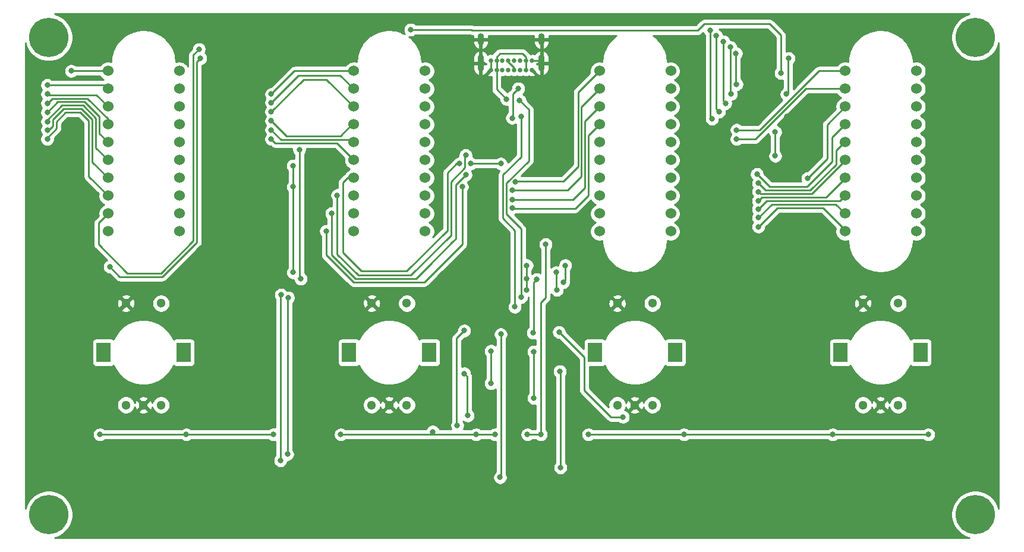
<source format=gbl>
G04 #@! TF.GenerationSoftware,KiCad,Pcbnew,(5.1.5)-3*
G04 #@! TF.CreationDate,2020-12-19T11:39:56-05:00*
G04 #@! TF.ProjectId,Deej_Controller,4465656a-5f43-46f6-9e74-726f6c6c6572,rev?*
G04 #@! TF.SameCoordinates,Original*
G04 #@! TF.FileFunction,Copper,L2,Bot*
G04 #@! TF.FilePolarity,Positive*
%FSLAX46Y46*%
G04 Gerber Fmt 4.6, Leading zero omitted, Abs format (unit mm)*
G04 Created by KiCad (PCBNEW (5.1.5)-3) date 2020-12-19 11:39:56*
%MOMM*%
%LPD*%
G04 APERTURE LIST*
%ADD10C,1.300000*%
%ADD11R,2.000000X2.800000*%
%ADD12C,1.524000*%
%ADD13O,0.900000X1.700000*%
%ADD14O,0.900000X2.400000*%
%ADD15C,0.650000*%
%ADD16C,5.600000*%
%ADD17C,0.800000*%
%ADD18C,0.250000*%
%ADD19C,0.254000*%
G04 APERTURE END LIST*
D10*
X172500000Y-105500000D03*
X170000000Y-105500000D03*
X167500000Y-105500000D03*
X167500000Y-91000000D03*
X172500000Y-91000000D03*
D11*
X164300000Y-98000000D03*
X175700000Y-98000000D03*
D10*
X207500000Y-105500000D03*
X205000000Y-105500000D03*
X202500000Y-105500000D03*
X202500000Y-91000000D03*
X207500000Y-91000000D03*
D11*
X199300000Y-98000000D03*
X210700000Y-98000000D03*
D10*
X102500000Y-105500000D03*
X100000000Y-105500000D03*
X97500000Y-105500000D03*
X97500000Y-91000000D03*
X102500000Y-91000000D03*
D11*
X94300000Y-98000000D03*
X105700000Y-98000000D03*
D12*
X210110000Y-57900000D03*
X210110000Y-60440000D03*
X210110000Y-62980000D03*
X210110000Y-65520000D03*
X210110000Y-68060000D03*
X210110000Y-70600000D03*
X210110000Y-73140000D03*
X210110000Y-75680000D03*
X210110000Y-78220000D03*
X210110000Y-80760000D03*
X199950000Y-80760000D03*
X199950000Y-78220000D03*
X199950000Y-75680000D03*
X199950000Y-73140000D03*
X199950000Y-70600000D03*
X199950000Y-68060000D03*
X199950000Y-65520000D03*
X199950000Y-62980000D03*
X199950000Y-60440000D03*
X199950000Y-57900000D03*
X175110000Y-57900000D03*
X175110000Y-60440000D03*
X175110000Y-62980000D03*
X175110000Y-65520000D03*
X175110000Y-68060000D03*
X175110000Y-70600000D03*
X175110000Y-73140000D03*
X175110000Y-75680000D03*
X175110000Y-78220000D03*
X175110000Y-80760000D03*
X164950000Y-80760000D03*
X164950000Y-78220000D03*
X164950000Y-75680000D03*
X164950000Y-73140000D03*
X164950000Y-70600000D03*
X164950000Y-68060000D03*
X164950000Y-65520000D03*
X164950000Y-62980000D03*
X164950000Y-60440000D03*
X164950000Y-57900000D03*
X140110000Y-57900000D03*
X140110000Y-60440000D03*
X140110000Y-62980000D03*
X140110000Y-65520000D03*
X140110000Y-68060000D03*
X140110000Y-70600000D03*
X140110000Y-73140000D03*
X140110000Y-75680000D03*
X140110000Y-78220000D03*
X140110000Y-80760000D03*
X129950000Y-80760000D03*
X129950000Y-78220000D03*
X129950000Y-75680000D03*
X129950000Y-73140000D03*
X129950000Y-70600000D03*
X129950000Y-68060000D03*
X129950000Y-65520000D03*
X129950000Y-62980000D03*
X129950000Y-60440000D03*
X129950000Y-57900000D03*
X105110000Y-57900000D03*
X105110000Y-60440000D03*
X105110000Y-62980000D03*
X105110000Y-65520000D03*
X105110000Y-68060000D03*
X105110000Y-70600000D03*
X105110000Y-73140000D03*
X105110000Y-75680000D03*
X105110000Y-78220000D03*
X105110000Y-80760000D03*
X94950000Y-80760000D03*
X94950000Y-78220000D03*
X94950000Y-75680000D03*
X94950000Y-73140000D03*
X94950000Y-70600000D03*
X94950000Y-68060000D03*
X94950000Y-65520000D03*
X94950000Y-62980000D03*
X94950000Y-60440000D03*
X94950000Y-57900000D03*
D13*
X148050000Y-53390000D03*
X156700000Y-53390000D03*
D14*
X148050000Y-56770000D03*
X156700000Y-56770000D03*
D15*
X151140000Y-56400000D03*
X151140000Y-57750000D03*
X149460000Y-56400000D03*
X150300000Y-56400000D03*
X151990000Y-56400000D03*
X152830000Y-56400000D03*
X153670000Y-56400000D03*
X154510000Y-56400000D03*
X155350000Y-56400000D03*
X149460000Y-57750000D03*
X150300000Y-57750000D03*
X151990000Y-57750000D03*
X152830000Y-57750000D03*
X153670000Y-57750000D03*
X154510000Y-57750000D03*
X155350000Y-57750000D03*
D10*
X137500000Y-105500000D03*
X135000000Y-105500000D03*
X132500000Y-105500000D03*
X132500000Y-91000000D03*
X137500000Y-91000000D03*
D11*
X129300000Y-98000000D03*
X140700000Y-98000000D03*
D16*
X86500000Y-121100000D03*
X86500000Y-53100000D03*
X218500000Y-53100000D03*
X218500000Y-121100000D03*
D17*
X88800000Y-66700000D03*
X115100000Y-68900000D03*
X124000000Y-55400000D03*
X120100000Y-69600000D03*
X183300000Y-68800000D03*
X192200000Y-69800000D03*
X191700000Y-64400000D03*
X158100000Y-71600000D03*
X190200000Y-71800000D03*
X148200000Y-64400000D03*
X158300000Y-67000000D03*
X142800000Y-95600000D03*
X142800000Y-89900000D03*
X120500000Y-112500000D03*
X120600000Y-90200000D03*
X119500000Y-113400000D03*
X119600000Y-89800000D03*
X159300000Y-100700000D03*
X159400000Y-114400000D03*
X145700000Y-101000000D03*
X146200000Y-107000000D03*
X159200000Y-95100000D03*
X168300000Y-107200000D03*
X155600000Y-97900000D03*
X155600000Y-104500000D03*
X149500000Y-97800000D03*
X149500000Y-102400000D03*
X145700000Y-94900000D03*
X144700000Y-108400000D03*
X151700000Y-61900000D03*
X138050000Y-52000000D03*
X190800000Y-58200000D03*
X93800000Y-109700000D03*
X106100000Y-109700000D03*
X118500000Y-109700000D03*
X128100000Y-109700000D03*
X141200000Y-109300000D03*
X156600000Y-109700000D03*
X163400000Y-109700000D03*
X177000000Y-109700000D03*
X198200000Y-109700000D03*
X211800000Y-109700000D03*
X157300000Y-82600000D03*
X147400000Y-109700000D03*
X150100000Y-109700000D03*
X154700000Y-109700000D03*
X152500000Y-64600000D03*
X153400000Y-60400000D03*
X122200000Y-69100000D03*
X122400000Y-87500000D03*
X154600000Y-85600000D03*
X160100000Y-85600000D03*
X154600000Y-87500000D03*
X154600000Y-89100000D03*
X159800000Y-88000000D03*
X158900000Y-89100000D03*
X121300000Y-71400000D03*
X121300000Y-74400000D03*
X158800000Y-86600000D03*
X121300000Y-86600000D03*
X190000000Y-70000000D03*
X190000000Y-66600000D03*
X150900000Y-95400000D03*
X150800000Y-115800000D03*
X153800000Y-90100000D03*
X153600000Y-62100000D03*
X152900000Y-91500000D03*
X153800000Y-64400000D03*
X156000000Y-87600000D03*
X155500000Y-95200000D03*
X108100000Y-56100000D03*
X95200000Y-85800000D03*
X107900000Y-54800000D03*
X86300000Y-67600000D03*
X86300000Y-66300000D03*
X86300000Y-65100000D03*
X86300000Y-63800000D03*
X86300000Y-62500000D03*
X86300000Y-61200000D03*
X86300000Y-59900000D03*
X89700000Y-57900000D03*
X118200000Y-67600000D03*
X118200000Y-66300000D03*
X118200000Y-65000000D03*
X118200000Y-63700000D03*
X118200000Y-62400000D03*
X118200000Y-61200000D03*
X145000000Y-71100000D03*
X146600000Y-71100000D03*
X150900000Y-71100000D03*
X152500000Y-77400000D03*
X152500000Y-76200000D03*
X152500000Y-74900000D03*
X153000000Y-73700000D03*
X126000000Y-80700000D03*
X145400000Y-74400000D03*
X126800000Y-78200000D03*
X145900000Y-72700000D03*
X127600000Y-75600000D03*
X145900000Y-69900000D03*
X184500000Y-59800000D03*
X184400000Y-55400000D03*
X183700000Y-61200000D03*
X183600000Y-54500000D03*
X182900000Y-62500000D03*
X182600000Y-53700000D03*
X182000000Y-63700000D03*
X181600000Y-52900000D03*
X180700000Y-52100000D03*
X181000000Y-64700000D03*
X184500000Y-66300000D03*
X184500000Y-67600000D03*
X191600000Y-61200000D03*
X191900000Y-56100000D03*
X194600000Y-73200000D03*
X187600000Y-80100000D03*
X187600000Y-78800000D03*
X187600000Y-77600000D03*
X187600000Y-76400000D03*
X187600000Y-75100000D03*
X187600000Y-73900000D03*
X187400000Y-72600000D03*
D18*
X149460000Y-56400000D02*
X149460000Y-57750000D01*
X156330000Y-56400000D02*
X156700000Y-56770000D01*
X155350000Y-56400000D02*
X156330000Y-56400000D01*
X120500000Y-112500000D02*
X120500000Y-90300000D01*
X120500000Y-90300000D02*
X120600000Y-90200000D01*
X119500000Y-89900000D02*
X119500000Y-113400000D01*
X119600000Y-89800000D02*
X119500000Y-89900000D01*
X159400000Y-100800000D02*
X159300000Y-100700000D01*
X159400000Y-114400000D02*
X159400000Y-100800000D01*
X146100000Y-106900000D02*
X146100000Y-101400000D01*
X146200000Y-107000000D02*
X146100000Y-106900000D01*
X146100000Y-101400000D02*
X145700000Y-101000000D01*
X162800000Y-98700000D02*
X159200000Y-95100000D01*
X162800000Y-103400000D02*
X162800000Y-98700000D01*
X168300000Y-107200000D02*
X166600000Y-107200000D01*
X166600000Y-107200000D02*
X162800000Y-103400000D01*
X155600000Y-104500000D02*
X155600000Y-97900000D01*
X149500000Y-102400000D02*
X149500000Y-97800000D01*
X144600000Y-96000000D02*
X145700000Y-94900000D01*
X144600000Y-108300000D02*
X144600000Y-96000000D01*
X144700000Y-108400000D02*
X144600000Y-108300000D01*
X154510000Y-56400000D02*
X154510000Y-57750000D01*
X150300000Y-56400000D02*
X150300000Y-57750000D01*
X150300000Y-56400000D02*
X150300000Y-55900000D01*
X150300000Y-55900000D02*
X150800000Y-55400000D01*
X150800000Y-55400000D02*
X154000000Y-55400000D01*
X154510000Y-55910000D02*
X154510000Y-56400000D01*
X154000000Y-55400000D02*
X154510000Y-55910000D01*
X150300000Y-60500000D02*
X150300000Y-57750000D01*
X151700000Y-61900000D02*
X150300000Y-60500000D01*
X138050000Y-52000000D02*
X146700000Y-52000000D01*
X146700000Y-52000000D02*
X146800000Y-52100000D01*
X146800000Y-52100000D02*
X179000000Y-52100000D01*
X179000000Y-52100000D02*
X179900000Y-51200000D01*
X179900000Y-51200000D02*
X189200000Y-51200000D01*
X189200000Y-51200000D02*
X190800000Y-52800000D01*
X190800000Y-52800000D02*
X190800000Y-58200000D01*
X93800000Y-109700000D02*
X106100000Y-109700000D01*
X106100000Y-109700000D02*
X118500000Y-109700000D01*
X128100000Y-109700000D02*
X140800000Y-109700000D01*
X140800000Y-109700000D02*
X141200000Y-109300000D01*
X163400000Y-109700000D02*
X177000000Y-109700000D01*
X177000000Y-109700000D02*
X198200000Y-109700000D01*
X198200000Y-109700000D02*
X211800000Y-109700000D01*
X157300000Y-90200000D02*
X156600000Y-90900000D01*
X157300000Y-82600000D02*
X157300000Y-90200000D01*
X156600000Y-90900000D02*
X156600000Y-109700000D01*
X140800000Y-109700000D02*
X147400000Y-109700000D01*
X147400000Y-109700000D02*
X150100000Y-109700000D01*
X154700000Y-109700000D02*
X156600000Y-109700000D01*
X151990000Y-56400000D02*
X151990000Y-56590000D01*
X152830000Y-57430000D02*
X152830000Y-57750000D01*
X151990000Y-56590000D02*
X152830000Y-57430000D01*
X152500000Y-64600000D02*
X152600000Y-64500000D01*
X152600000Y-64500000D02*
X152600000Y-61200000D01*
X152600000Y-61200000D02*
X153400000Y-60400000D01*
X122200000Y-87300000D02*
X122200000Y-69100000D01*
X122400000Y-87500000D02*
X122200000Y-87300000D01*
X154600000Y-87500000D02*
X154600000Y-85600000D01*
X154600000Y-89100000D02*
X154600000Y-87500000D01*
X159800000Y-88000000D02*
X160100000Y-87700000D01*
X160100000Y-87700000D02*
X160100000Y-85600000D01*
X121300000Y-71400000D02*
X121300000Y-74400000D01*
X158800000Y-89000000D02*
X158900000Y-89100000D01*
X158800000Y-86600000D02*
X158800000Y-89000000D01*
X121300000Y-74400000D02*
X121300000Y-86600000D01*
X190000000Y-70000000D02*
X190000000Y-66600000D01*
X150900000Y-110700000D02*
X150900000Y-95400000D01*
X150800000Y-115800000D02*
X150900000Y-115700000D01*
X150900000Y-115700000D02*
X150900000Y-110700000D01*
X153800000Y-80400000D02*
X153800000Y-84600000D01*
X151700000Y-78300000D02*
X153800000Y-80400000D01*
X153600000Y-62100000D02*
X154900000Y-63400000D01*
X154900000Y-63400000D02*
X154900000Y-70700000D01*
X153800000Y-84600000D02*
X153800000Y-90100000D01*
X154900000Y-70700000D02*
X151700000Y-73900000D01*
X151700000Y-73900000D02*
X151700000Y-78300000D01*
X152900000Y-91500000D02*
X152900000Y-84800000D01*
X152900000Y-84800000D02*
X152900000Y-80600000D01*
X152900000Y-80600000D02*
X151200000Y-78900000D01*
X151200000Y-78900000D02*
X151200000Y-72700000D01*
X151200000Y-72700000D02*
X153800000Y-70100000D01*
X153800000Y-70100000D02*
X153800000Y-64400000D01*
X155600000Y-88000000D02*
X156000000Y-87600000D01*
X155500000Y-95200000D02*
X155600000Y-95100000D01*
X155600000Y-95100000D02*
X155600000Y-88000000D01*
X107600000Y-56600000D02*
X108100000Y-56100000D01*
X107600000Y-82300000D02*
X107600000Y-56600000D01*
X102700000Y-87200000D02*
X107600000Y-82300000D01*
X96600000Y-87200000D02*
X102700000Y-87200000D01*
X95200000Y-85800000D02*
X96600000Y-87200000D01*
X93600000Y-79570000D02*
X94950000Y-78220000D01*
X107100000Y-82100000D02*
X102500000Y-86700000D01*
X93600000Y-82600000D02*
X93600000Y-79570000D01*
X107100000Y-55600000D02*
X107100000Y-82100000D01*
X107900000Y-54800000D02*
X107100000Y-55600000D01*
X102500000Y-86700000D02*
X97700000Y-86700000D01*
X97700000Y-86700000D02*
X93600000Y-82600000D01*
X86300000Y-67600000D02*
X86300000Y-67400000D01*
X86300000Y-67400000D02*
X87600000Y-66100000D01*
X87600000Y-66100000D02*
X87600000Y-65100000D01*
X87600000Y-65100000D02*
X88900000Y-63800000D01*
X88900000Y-63800000D02*
X91000000Y-63800000D01*
X91000000Y-63800000D02*
X92200000Y-65000000D01*
X92200000Y-72930000D02*
X94950000Y-75680000D01*
X92200000Y-65000000D02*
X92200000Y-72930000D01*
X86300000Y-66300000D02*
X86500000Y-66300000D01*
X86500000Y-66300000D02*
X87100000Y-65700000D01*
X87100000Y-65700000D02*
X87100000Y-64800000D01*
X87100000Y-64800000D02*
X88600000Y-63300000D01*
X88600000Y-63300000D02*
X91200000Y-63300000D01*
X91200000Y-63300000D02*
X92700000Y-64800000D01*
X92700000Y-70890000D02*
X94950000Y-73140000D01*
X92700000Y-64800000D02*
X92700000Y-70890000D01*
X86300000Y-65100000D02*
X86300000Y-64900000D01*
X86300000Y-64900000D02*
X88400000Y-62800000D01*
X88400000Y-62800000D02*
X91400000Y-62800000D01*
X91400000Y-62800000D02*
X93200000Y-64600000D01*
X93200000Y-68850000D02*
X94950000Y-70600000D01*
X93200000Y-64600000D02*
X93200000Y-68850000D01*
X94950000Y-67450000D02*
X94950000Y-68060000D01*
X86300000Y-63800000D02*
X87800000Y-62300000D01*
X87800000Y-62300000D02*
X91600000Y-62300000D01*
X91600000Y-62300000D02*
X93700000Y-64400000D01*
X93700000Y-66810000D02*
X94950000Y-68060000D01*
X93700000Y-64400000D02*
X93700000Y-66810000D01*
X86300000Y-62500000D02*
X87000000Y-61800000D01*
X94950000Y-64750000D02*
X94950000Y-65520000D01*
X92000000Y-61800000D02*
X94950000Y-64750000D01*
X87000000Y-61800000D02*
X92000000Y-61800000D01*
X93270000Y-61300000D02*
X94950000Y-62980000D01*
X86400000Y-61300000D02*
X93270000Y-61300000D01*
X86300000Y-61200000D02*
X86400000Y-61300000D01*
X94410000Y-59900000D02*
X94950000Y-60440000D01*
X86300000Y-59900000D02*
X94410000Y-59900000D01*
X89700000Y-57900000D02*
X94950000Y-57900000D01*
X118200000Y-67600000D02*
X118800000Y-68200000D01*
X127550000Y-68200000D02*
X129950000Y-70600000D01*
X118800000Y-68200000D02*
X127550000Y-68200000D01*
X129860000Y-68060000D02*
X129950000Y-68060000D01*
X129500000Y-67700000D02*
X129860000Y-68060000D01*
X118200000Y-66300000D02*
X119600000Y-67700000D01*
X119600000Y-67700000D02*
X129500000Y-67700000D01*
X128040000Y-67200000D02*
X129720000Y-65520000D01*
X129720000Y-65520000D02*
X129950000Y-65520000D01*
X118200000Y-65000000D02*
X120400000Y-67200000D01*
X120400000Y-67200000D02*
X128040000Y-67200000D01*
X126070000Y-59100000D02*
X129950000Y-62980000D01*
X118200000Y-63700000D02*
X122800000Y-59100000D01*
X122800000Y-59100000D02*
X126070000Y-59100000D01*
X128010000Y-58500000D02*
X129950000Y-60440000D01*
X118200000Y-62400000D02*
X122100000Y-58500000D01*
X122100000Y-58500000D02*
X128010000Y-58500000D01*
X121500000Y-57900000D02*
X129950000Y-57900000D01*
X118200000Y-61200000D02*
X121500000Y-57900000D01*
X129060000Y-73140000D02*
X129950000Y-73140000D01*
X128400000Y-73800000D02*
X129060000Y-73140000D01*
X131000000Y-86400000D02*
X128400000Y-83800000D01*
X128400000Y-83800000D02*
X128400000Y-73800000D01*
X144600000Y-71100000D02*
X143300000Y-72400000D01*
X145000000Y-71100000D02*
X144600000Y-71100000D01*
X143300000Y-72400000D02*
X143300000Y-80600000D01*
X137500000Y-86400000D02*
X131000000Y-86400000D01*
X143300000Y-80600000D02*
X137500000Y-86400000D01*
X146600000Y-71100000D02*
X150900000Y-71100000D01*
X163400000Y-67070000D02*
X164950000Y-65520000D01*
X152500000Y-77400000D02*
X152600000Y-77500000D01*
X152600000Y-77500000D02*
X161500000Y-77500000D01*
X161500000Y-77500000D02*
X163400000Y-75600000D01*
X163400000Y-75600000D02*
X163400000Y-67070000D01*
X152500000Y-76200000D02*
X161200000Y-76200000D01*
X162900000Y-65030000D02*
X164950000Y-62980000D01*
X161200000Y-76200000D02*
X162900000Y-74500000D01*
X162900000Y-74500000D02*
X162900000Y-65030000D01*
X152500000Y-74900000D02*
X160400000Y-74900000D01*
X162400000Y-72900000D02*
X162400000Y-62990000D01*
X160400000Y-74900000D02*
X162400000Y-72900000D01*
X162400000Y-62990000D02*
X164950000Y-60440000D01*
X153100000Y-73600000D02*
X159800000Y-73600000D01*
X161900000Y-60950000D02*
X164950000Y-57900000D01*
X159800000Y-73600000D02*
X161900000Y-71500000D01*
X153000000Y-73700000D02*
X153100000Y-73600000D01*
X161900000Y-71500000D02*
X161900000Y-60950000D01*
X126000000Y-80700000D02*
X126000000Y-84100000D01*
X126000000Y-84100000D02*
X129900000Y-88000000D01*
X129900000Y-88000000D02*
X140000000Y-88000000D01*
X140000000Y-88000000D02*
X141600000Y-86400000D01*
X141600000Y-86400000D02*
X145100000Y-82900000D01*
X145100000Y-82900000D02*
X145400000Y-82600000D01*
X145400000Y-82600000D02*
X145400000Y-74400000D01*
X126800000Y-78200000D02*
X126800000Y-84100000D01*
X126800000Y-84100000D02*
X130200000Y-87500000D01*
X130200000Y-87500000D02*
X138800000Y-87500000D01*
X138800000Y-87500000D02*
X140700000Y-85600000D01*
X140700000Y-85600000D02*
X144100000Y-82200000D01*
X144100000Y-82200000D02*
X144500000Y-81800000D01*
X144500000Y-81800000D02*
X144500000Y-74100000D01*
X144500000Y-74100000D02*
X145900000Y-72700000D01*
X145800000Y-70000000D02*
X145900000Y-69900000D01*
X143800000Y-73700000D02*
X145800000Y-71700000D01*
X127600000Y-84000000D02*
X130600000Y-87000000D01*
X130600000Y-87000000D02*
X138100000Y-87000000D01*
X127600000Y-75600000D02*
X127600000Y-84000000D01*
X138100000Y-87000000D02*
X143800000Y-81300000D01*
X145800000Y-71700000D02*
X145800000Y-70000000D01*
X143800000Y-81300000D02*
X143800000Y-73700000D01*
X184400000Y-55400000D02*
X184400000Y-59700000D01*
X184400000Y-59700000D02*
X184500000Y-59800000D01*
X183600000Y-61100000D02*
X183700000Y-61200000D01*
X183600000Y-54500000D02*
X183600000Y-61100000D01*
X182600000Y-53700000D02*
X182600000Y-62200000D01*
X182600000Y-62200000D02*
X182900000Y-62500000D01*
X181600000Y-63300000D02*
X182000000Y-63700000D01*
X181600000Y-52900000D02*
X181600000Y-63300000D01*
X180700000Y-52100000D02*
X180700000Y-64400000D01*
X180700000Y-64400000D02*
X181000000Y-64700000D01*
X184500000Y-66300000D02*
X187800000Y-66300000D01*
X196200000Y-57900000D02*
X199950000Y-57900000D01*
X187800000Y-66300000D02*
X196200000Y-57900000D01*
X194360000Y-60440000D02*
X199950000Y-60440000D01*
X184500000Y-67600000D02*
X187200000Y-67600000D01*
X187200000Y-67600000D02*
X194360000Y-60440000D01*
X191800000Y-61000000D02*
X191600000Y-61200000D01*
X191900000Y-56100000D02*
X191800000Y-56200000D01*
X191800000Y-56200000D02*
X191800000Y-61000000D01*
X194600000Y-73200000D02*
X197400000Y-70400000D01*
X197400000Y-65530000D02*
X199950000Y-62980000D01*
X197400000Y-70400000D02*
X197400000Y-65530000D01*
X196795000Y-77400000D02*
X199950000Y-80555000D01*
X199950000Y-80555000D02*
X199950000Y-80760000D01*
X187600000Y-80100000D02*
X190300000Y-77400000D01*
X190300000Y-77400000D02*
X196795000Y-77400000D01*
X198630000Y-76900000D02*
X199950000Y-78220000D01*
X187600000Y-78800000D02*
X189500000Y-76900000D01*
X189500000Y-76900000D02*
X198630000Y-76900000D01*
X199230000Y-76400000D02*
X199950000Y-75680000D01*
X187600000Y-77600000D02*
X188800000Y-76400000D01*
X188800000Y-76400000D02*
X199230000Y-76400000D01*
X197250000Y-75900000D02*
X199950000Y-73200000D01*
X187600000Y-76400000D02*
X188100000Y-75900000D01*
X199950000Y-73200000D02*
X199950000Y-73140000D01*
X188100000Y-75900000D02*
X197250000Y-75900000D01*
X195200000Y-75400000D02*
X199950000Y-70650000D01*
X187600000Y-75100000D02*
X187900000Y-75400000D01*
X199950000Y-70650000D02*
X199950000Y-70600000D01*
X187900000Y-75400000D02*
X195200000Y-75400000D01*
X199840000Y-68060000D02*
X199950000Y-68060000D01*
X188600000Y-74900000D02*
X195000000Y-74900000D01*
X187600000Y-73900000D02*
X188600000Y-74900000D01*
X195000000Y-74900000D02*
X198700000Y-71200000D01*
X198700000Y-71200000D02*
X198700000Y-69200000D01*
X198700000Y-69200000D02*
X199840000Y-68060000D01*
X187400000Y-72600000D02*
X189200000Y-74400000D01*
X189200000Y-74400000D02*
X194500000Y-74400000D01*
X194500000Y-74400000D02*
X198100000Y-70800000D01*
X198100000Y-67370000D02*
X199950000Y-65520000D01*
X198100000Y-70800000D02*
X198100000Y-67370000D01*
D19*
G36*
X217498048Y-49797006D02*
G01*
X216872918Y-50055943D01*
X216310315Y-50431862D01*
X215831862Y-50910315D01*
X215455943Y-51472918D01*
X215197006Y-52098048D01*
X215065000Y-52761682D01*
X215065000Y-53438318D01*
X215197006Y-54101952D01*
X215455943Y-54727082D01*
X215831862Y-55289685D01*
X216310315Y-55768138D01*
X216872918Y-56144057D01*
X217498048Y-56402994D01*
X218161682Y-56535000D01*
X218838318Y-56535000D01*
X219501952Y-56402994D01*
X220127082Y-56144057D01*
X220689685Y-55768138D01*
X221168138Y-55289685D01*
X221544057Y-54727082D01*
X221802994Y-54101952D01*
X221840000Y-53915912D01*
X221840001Y-120284093D01*
X221802994Y-120098048D01*
X221544057Y-119472918D01*
X221168138Y-118910315D01*
X220689685Y-118431862D01*
X220127082Y-118055943D01*
X219501952Y-117797006D01*
X218838318Y-117665000D01*
X218161682Y-117665000D01*
X217498048Y-117797006D01*
X216872918Y-118055943D01*
X216310315Y-118431862D01*
X215831862Y-118910315D01*
X215455943Y-119472918D01*
X215197006Y-120098048D01*
X215065000Y-120761682D01*
X215065000Y-121438318D01*
X215197006Y-122101952D01*
X215455943Y-122727082D01*
X215831862Y-123289685D01*
X216310315Y-123768138D01*
X216872918Y-124144057D01*
X217498048Y-124402994D01*
X217684088Y-124440000D01*
X87315912Y-124440000D01*
X87501952Y-124402994D01*
X88127082Y-124144057D01*
X88689685Y-123768138D01*
X89168138Y-123289685D01*
X89544057Y-122727082D01*
X89802994Y-122101952D01*
X89935000Y-121438318D01*
X89935000Y-120761682D01*
X89802994Y-120098048D01*
X89544057Y-119472918D01*
X89168138Y-118910315D01*
X88689685Y-118431862D01*
X88127082Y-118055943D01*
X87501952Y-117797006D01*
X86838318Y-117665000D01*
X86161682Y-117665000D01*
X85498048Y-117797006D01*
X84872918Y-118055943D01*
X84310315Y-118431862D01*
X83831862Y-118910315D01*
X83455943Y-119472918D01*
X83197006Y-120098048D01*
X83160000Y-120284088D01*
X83160000Y-109598061D01*
X92765000Y-109598061D01*
X92765000Y-109801939D01*
X92804774Y-110001898D01*
X92882795Y-110190256D01*
X92996063Y-110359774D01*
X93140226Y-110503937D01*
X93309744Y-110617205D01*
X93498102Y-110695226D01*
X93698061Y-110735000D01*
X93901939Y-110735000D01*
X94101898Y-110695226D01*
X94290256Y-110617205D01*
X94459774Y-110503937D01*
X94503711Y-110460000D01*
X105396289Y-110460000D01*
X105440226Y-110503937D01*
X105609744Y-110617205D01*
X105798102Y-110695226D01*
X105998061Y-110735000D01*
X106201939Y-110735000D01*
X106401898Y-110695226D01*
X106590256Y-110617205D01*
X106759774Y-110503937D01*
X106803711Y-110460000D01*
X117796289Y-110460000D01*
X117840226Y-110503937D01*
X118009744Y-110617205D01*
X118198102Y-110695226D01*
X118398061Y-110735000D01*
X118601939Y-110735000D01*
X118740001Y-110707538D01*
X118740001Y-112696288D01*
X118696063Y-112740226D01*
X118582795Y-112909744D01*
X118504774Y-113098102D01*
X118465000Y-113298061D01*
X118465000Y-113501939D01*
X118504774Y-113701898D01*
X118582795Y-113890256D01*
X118696063Y-114059774D01*
X118840226Y-114203937D01*
X119009744Y-114317205D01*
X119198102Y-114395226D01*
X119398061Y-114435000D01*
X119601939Y-114435000D01*
X119801898Y-114395226D01*
X119990256Y-114317205D01*
X120159774Y-114203937D01*
X120303937Y-114059774D01*
X120417205Y-113890256D01*
X120495226Y-113701898D01*
X120528424Y-113535000D01*
X120601939Y-113535000D01*
X120801898Y-113495226D01*
X120990256Y-113417205D01*
X121159774Y-113303937D01*
X121303937Y-113159774D01*
X121417205Y-112990256D01*
X121495226Y-112801898D01*
X121535000Y-112601939D01*
X121535000Y-112398061D01*
X121495226Y-112198102D01*
X121417205Y-112009744D01*
X121303937Y-111840226D01*
X121260000Y-111796289D01*
X121260000Y-109598061D01*
X127065000Y-109598061D01*
X127065000Y-109801939D01*
X127104774Y-110001898D01*
X127182795Y-110190256D01*
X127296063Y-110359774D01*
X127440226Y-110503937D01*
X127609744Y-110617205D01*
X127798102Y-110695226D01*
X127998061Y-110735000D01*
X128201939Y-110735000D01*
X128401898Y-110695226D01*
X128590256Y-110617205D01*
X128759774Y-110503937D01*
X128803711Y-110460000D01*
X140762678Y-110460000D01*
X140800000Y-110463676D01*
X140837322Y-110460000D01*
X146696289Y-110460000D01*
X146740226Y-110503937D01*
X146909744Y-110617205D01*
X147098102Y-110695226D01*
X147298061Y-110735000D01*
X147501939Y-110735000D01*
X147701898Y-110695226D01*
X147890256Y-110617205D01*
X148059774Y-110503937D01*
X148103711Y-110460000D01*
X149396289Y-110460000D01*
X149440226Y-110503937D01*
X149609744Y-110617205D01*
X149798102Y-110695226D01*
X149998061Y-110735000D01*
X150140000Y-110735000D01*
X150140000Y-110737332D01*
X150140001Y-110737342D01*
X150140000Y-114996289D01*
X149996063Y-115140226D01*
X149882795Y-115309744D01*
X149804774Y-115498102D01*
X149765000Y-115698061D01*
X149765000Y-115901939D01*
X149804774Y-116101898D01*
X149882795Y-116290256D01*
X149996063Y-116459774D01*
X150140226Y-116603937D01*
X150309744Y-116717205D01*
X150498102Y-116795226D01*
X150698061Y-116835000D01*
X150901939Y-116835000D01*
X151101898Y-116795226D01*
X151290256Y-116717205D01*
X151459774Y-116603937D01*
X151603937Y-116459774D01*
X151717205Y-116290256D01*
X151795226Y-116101898D01*
X151835000Y-115901939D01*
X151835000Y-115698061D01*
X151795226Y-115498102D01*
X151717205Y-115309744D01*
X151660000Y-115224130D01*
X151660000Y-96103711D01*
X151703937Y-96059774D01*
X151817205Y-95890256D01*
X151895226Y-95701898D01*
X151935000Y-95501939D01*
X151935000Y-95298061D01*
X151895226Y-95098102D01*
X151817205Y-94909744D01*
X151703937Y-94740226D01*
X151559774Y-94596063D01*
X151390256Y-94482795D01*
X151201898Y-94404774D01*
X151001939Y-94365000D01*
X150798061Y-94365000D01*
X150598102Y-94404774D01*
X150409744Y-94482795D01*
X150240226Y-94596063D01*
X150096063Y-94740226D01*
X149982795Y-94909744D01*
X149904774Y-95098102D01*
X149865000Y-95298061D01*
X149865000Y-95501939D01*
X149904774Y-95701898D01*
X149982795Y-95890256D01*
X150096063Y-96059774D01*
X150140001Y-96103712D01*
X150140001Y-96982851D01*
X149990256Y-96882795D01*
X149801898Y-96804774D01*
X149601939Y-96765000D01*
X149398061Y-96765000D01*
X149198102Y-96804774D01*
X149009744Y-96882795D01*
X148840226Y-96996063D01*
X148696063Y-97140226D01*
X148582795Y-97309744D01*
X148504774Y-97498102D01*
X148465000Y-97698061D01*
X148465000Y-97901939D01*
X148504774Y-98101898D01*
X148582795Y-98290256D01*
X148696063Y-98459774D01*
X148740001Y-98503712D01*
X148740000Y-101696289D01*
X148696063Y-101740226D01*
X148582795Y-101909744D01*
X148504774Y-102098102D01*
X148465000Y-102298061D01*
X148465000Y-102501939D01*
X148504774Y-102701898D01*
X148582795Y-102890256D01*
X148696063Y-103059774D01*
X148840226Y-103203937D01*
X149009744Y-103317205D01*
X149198102Y-103395226D01*
X149398061Y-103435000D01*
X149601939Y-103435000D01*
X149801898Y-103395226D01*
X149990256Y-103317205D01*
X150140000Y-103217149D01*
X150140000Y-108665000D01*
X149998061Y-108665000D01*
X149798102Y-108704774D01*
X149609744Y-108782795D01*
X149440226Y-108896063D01*
X149396289Y-108940000D01*
X148103711Y-108940000D01*
X148059774Y-108896063D01*
X147890256Y-108782795D01*
X147701898Y-108704774D01*
X147501939Y-108665000D01*
X147298061Y-108665000D01*
X147098102Y-108704774D01*
X146909744Y-108782795D01*
X146740226Y-108896063D01*
X146696289Y-108940000D01*
X145583967Y-108940000D01*
X145617205Y-108890256D01*
X145695226Y-108701898D01*
X145735000Y-108501939D01*
X145735000Y-108298061D01*
X145695226Y-108098102D01*
X145617205Y-107909744D01*
X145551573Y-107811519D01*
X145709744Y-107917205D01*
X145898102Y-107995226D01*
X146098061Y-108035000D01*
X146301939Y-108035000D01*
X146501898Y-107995226D01*
X146690256Y-107917205D01*
X146859774Y-107803937D01*
X147003937Y-107659774D01*
X147117205Y-107490256D01*
X147195226Y-107301898D01*
X147235000Y-107101939D01*
X147235000Y-106898061D01*
X147195226Y-106698102D01*
X147117205Y-106509744D01*
X147003937Y-106340226D01*
X146860000Y-106196289D01*
X146860000Y-101437322D01*
X146863676Y-101399999D01*
X146860000Y-101362676D01*
X146860000Y-101362667D01*
X146849003Y-101251014D01*
X146805546Y-101107753D01*
X146735000Y-100975773D01*
X146735000Y-100898061D01*
X146695226Y-100698102D01*
X146617205Y-100509744D01*
X146503937Y-100340226D01*
X146359774Y-100196063D01*
X146190256Y-100082795D01*
X146001898Y-100004774D01*
X145801939Y-99965000D01*
X145598061Y-99965000D01*
X145398102Y-100004774D01*
X145360000Y-100020556D01*
X145360000Y-96314801D01*
X145739802Y-95935000D01*
X145801939Y-95935000D01*
X146001898Y-95895226D01*
X146190256Y-95817205D01*
X146359774Y-95703937D01*
X146503937Y-95559774D01*
X146617205Y-95390256D01*
X146695226Y-95201898D01*
X146735000Y-95001939D01*
X146735000Y-94798061D01*
X146695226Y-94598102D01*
X146617205Y-94409744D01*
X146503937Y-94240226D01*
X146359774Y-94096063D01*
X146190256Y-93982795D01*
X146001898Y-93904774D01*
X145801939Y-93865000D01*
X145598061Y-93865000D01*
X145398102Y-93904774D01*
X145209744Y-93982795D01*
X145040226Y-94096063D01*
X144896063Y-94240226D01*
X144782795Y-94409744D01*
X144704774Y-94598102D01*
X144665000Y-94798061D01*
X144665000Y-94860198D01*
X144088998Y-95436201D01*
X144060000Y-95459999D01*
X144036202Y-95488997D01*
X144036201Y-95488998D01*
X143965026Y-95575724D01*
X143894454Y-95707754D01*
X143878675Y-95759774D01*
X143850998Y-95851014D01*
X143845627Y-95905546D01*
X143836324Y-96000000D01*
X143840001Y-96037332D01*
X143840000Y-107824130D01*
X143782795Y-107909744D01*
X143704774Y-108098102D01*
X143665000Y-108298061D01*
X143665000Y-108501939D01*
X143704774Y-108701898D01*
X143782795Y-108890256D01*
X143816033Y-108940000D01*
X142171159Y-108940000D01*
X142117205Y-108809744D01*
X142003937Y-108640226D01*
X141859774Y-108496063D01*
X141690256Y-108382795D01*
X141501898Y-108304774D01*
X141301939Y-108265000D01*
X141098061Y-108265000D01*
X140898102Y-108304774D01*
X140709744Y-108382795D01*
X140540226Y-108496063D01*
X140396063Y-108640226D01*
X140282795Y-108809744D01*
X140228841Y-108940000D01*
X128803711Y-108940000D01*
X128759774Y-108896063D01*
X128590256Y-108782795D01*
X128401898Y-108704774D01*
X128201939Y-108665000D01*
X127998061Y-108665000D01*
X127798102Y-108704774D01*
X127609744Y-108782795D01*
X127440226Y-108896063D01*
X127296063Y-109040226D01*
X127182795Y-109209744D01*
X127104774Y-109398102D01*
X127065000Y-109598061D01*
X121260000Y-109598061D01*
X121260000Y-105373439D01*
X131215000Y-105373439D01*
X131215000Y-105626561D01*
X131264381Y-105874821D01*
X131361247Y-106108676D01*
X131501875Y-106319140D01*
X131680860Y-106498125D01*
X131891324Y-106638753D01*
X132125179Y-106735619D01*
X132373439Y-106785000D01*
X132626561Y-106785000D01*
X132874821Y-106735619D01*
X133108676Y-106638753D01*
X133319140Y-106498125D01*
X133431738Y-106385527D01*
X134294078Y-106385527D01*
X134347466Y-106614201D01*
X134577374Y-106720095D01*
X134823524Y-106779102D01*
X135076455Y-106788952D01*
X135326449Y-106749270D01*
X135563896Y-106661578D01*
X135652534Y-106614201D01*
X135705922Y-106385527D01*
X135000000Y-105679605D01*
X134294078Y-106385527D01*
X133431738Y-106385527D01*
X133498125Y-106319140D01*
X133638753Y-106108676D01*
X133735619Y-105874821D01*
X133748294Y-105811100D01*
X133750730Y-105826449D01*
X133838422Y-106063896D01*
X133885799Y-106152534D01*
X134114473Y-106205922D01*
X134820395Y-105500000D01*
X135179605Y-105500000D01*
X135885527Y-106205922D01*
X136114201Y-106152534D01*
X136220095Y-105922626D01*
X136249495Y-105799983D01*
X136264381Y-105874821D01*
X136361247Y-106108676D01*
X136501875Y-106319140D01*
X136680860Y-106498125D01*
X136891324Y-106638753D01*
X137125179Y-106735619D01*
X137373439Y-106785000D01*
X137626561Y-106785000D01*
X137874821Y-106735619D01*
X138108676Y-106638753D01*
X138319140Y-106498125D01*
X138498125Y-106319140D01*
X138638753Y-106108676D01*
X138735619Y-105874821D01*
X138785000Y-105626561D01*
X138785000Y-105373439D01*
X138735619Y-105125179D01*
X138638753Y-104891324D01*
X138498125Y-104680860D01*
X138319140Y-104501875D01*
X138108676Y-104361247D01*
X137874821Y-104264381D01*
X137626561Y-104215000D01*
X137373439Y-104215000D01*
X137125179Y-104264381D01*
X136891324Y-104361247D01*
X136680860Y-104501875D01*
X136501875Y-104680860D01*
X136361247Y-104891324D01*
X136264381Y-105125179D01*
X136251706Y-105188900D01*
X136249270Y-105173551D01*
X136161578Y-104936104D01*
X136114201Y-104847466D01*
X135885527Y-104794078D01*
X135179605Y-105500000D01*
X134820395Y-105500000D01*
X134114473Y-104794078D01*
X133885799Y-104847466D01*
X133779905Y-105077374D01*
X133750505Y-105200017D01*
X133735619Y-105125179D01*
X133638753Y-104891324D01*
X133498125Y-104680860D01*
X133431738Y-104614473D01*
X134294078Y-104614473D01*
X135000000Y-105320395D01*
X135705922Y-104614473D01*
X135652534Y-104385799D01*
X135422626Y-104279905D01*
X135176476Y-104220898D01*
X134923545Y-104211048D01*
X134673551Y-104250730D01*
X134436104Y-104338422D01*
X134347466Y-104385799D01*
X134294078Y-104614473D01*
X133431738Y-104614473D01*
X133319140Y-104501875D01*
X133108676Y-104361247D01*
X132874821Y-104264381D01*
X132626561Y-104215000D01*
X132373439Y-104215000D01*
X132125179Y-104264381D01*
X131891324Y-104361247D01*
X131680860Y-104501875D01*
X131501875Y-104680860D01*
X131361247Y-104891324D01*
X131264381Y-105125179D01*
X131215000Y-105373439D01*
X121260000Y-105373439D01*
X121260000Y-96600000D01*
X127661928Y-96600000D01*
X127661928Y-99400000D01*
X127674188Y-99524482D01*
X127710498Y-99644180D01*
X127769463Y-99754494D01*
X127848815Y-99851185D01*
X127945506Y-99930537D01*
X128055820Y-99989502D01*
X128175518Y-100025812D01*
X128300000Y-100038072D01*
X130300000Y-100038072D01*
X130424482Y-100025812D01*
X130544180Y-99989502D01*
X130654494Y-99930537D01*
X130732078Y-99866866D01*
X130872608Y-100206137D01*
X131382311Y-100968961D01*
X132031039Y-101617689D01*
X132793863Y-102127392D01*
X133641468Y-102478481D01*
X134541280Y-102657465D01*
X135458720Y-102657465D01*
X136358532Y-102478481D01*
X137206137Y-102127392D01*
X137968961Y-101617689D01*
X138617689Y-100968961D01*
X139127392Y-100206137D01*
X139267922Y-99866866D01*
X139345506Y-99930537D01*
X139455820Y-99989502D01*
X139575518Y-100025812D01*
X139700000Y-100038072D01*
X141700000Y-100038072D01*
X141824482Y-100025812D01*
X141944180Y-99989502D01*
X142054494Y-99930537D01*
X142151185Y-99851185D01*
X142230537Y-99754494D01*
X142289502Y-99644180D01*
X142325812Y-99524482D01*
X142338072Y-99400000D01*
X142338072Y-96600000D01*
X142325812Y-96475518D01*
X142289502Y-96355820D01*
X142230537Y-96245506D01*
X142151185Y-96148815D01*
X142054494Y-96069463D01*
X141944180Y-96010498D01*
X141824482Y-95974188D01*
X141700000Y-95961928D01*
X139700000Y-95961928D01*
X139575518Y-95974188D01*
X139455820Y-96010498D01*
X139345506Y-96069463D01*
X139267922Y-96133134D01*
X139127392Y-95793863D01*
X138617689Y-95031039D01*
X137968961Y-94382311D01*
X137206137Y-93872608D01*
X136358532Y-93521519D01*
X135458720Y-93342535D01*
X134541280Y-93342535D01*
X133641468Y-93521519D01*
X132793863Y-93872608D01*
X132031039Y-94382311D01*
X131382311Y-95031039D01*
X130872608Y-95793863D01*
X130732078Y-96133134D01*
X130654494Y-96069463D01*
X130544180Y-96010498D01*
X130424482Y-95974188D01*
X130300000Y-95961928D01*
X128300000Y-95961928D01*
X128175518Y-95974188D01*
X128055820Y-96010498D01*
X127945506Y-96069463D01*
X127848815Y-96148815D01*
X127769463Y-96245506D01*
X127710498Y-96355820D01*
X127674188Y-96475518D01*
X127661928Y-96600000D01*
X121260000Y-96600000D01*
X121260000Y-91885527D01*
X131794078Y-91885527D01*
X131847466Y-92114201D01*
X132077374Y-92220095D01*
X132323524Y-92279102D01*
X132576455Y-92288952D01*
X132826449Y-92249270D01*
X133063896Y-92161578D01*
X133152534Y-92114201D01*
X133205922Y-91885527D01*
X132500000Y-91179605D01*
X131794078Y-91885527D01*
X121260000Y-91885527D01*
X121260000Y-91076455D01*
X131211048Y-91076455D01*
X131250730Y-91326449D01*
X131338422Y-91563896D01*
X131385799Y-91652534D01*
X131614473Y-91705922D01*
X132320395Y-91000000D01*
X132679605Y-91000000D01*
X133385527Y-91705922D01*
X133614201Y-91652534D01*
X133720095Y-91422626D01*
X133779102Y-91176476D01*
X133788952Y-90923545D01*
X133780999Y-90873439D01*
X136215000Y-90873439D01*
X136215000Y-91126561D01*
X136264381Y-91374821D01*
X136361247Y-91608676D01*
X136501875Y-91819140D01*
X136680860Y-91998125D01*
X136891324Y-92138753D01*
X137125179Y-92235619D01*
X137373439Y-92285000D01*
X137626561Y-92285000D01*
X137874821Y-92235619D01*
X138108676Y-92138753D01*
X138319140Y-91998125D01*
X138498125Y-91819140D01*
X138638753Y-91608676D01*
X138735619Y-91374821D01*
X138785000Y-91126561D01*
X138785000Y-90873439D01*
X138735619Y-90625179D01*
X138638753Y-90391324D01*
X138498125Y-90180860D01*
X138319140Y-90001875D01*
X138108676Y-89861247D01*
X137874821Y-89764381D01*
X137626561Y-89715000D01*
X137373439Y-89715000D01*
X137125179Y-89764381D01*
X136891324Y-89861247D01*
X136680860Y-90001875D01*
X136501875Y-90180860D01*
X136361247Y-90391324D01*
X136264381Y-90625179D01*
X136215000Y-90873439D01*
X133780999Y-90873439D01*
X133749270Y-90673551D01*
X133661578Y-90436104D01*
X133614201Y-90347466D01*
X133385527Y-90294078D01*
X132679605Y-91000000D01*
X132320395Y-91000000D01*
X131614473Y-90294078D01*
X131385799Y-90347466D01*
X131279905Y-90577374D01*
X131220898Y-90823524D01*
X131211048Y-91076455D01*
X121260000Y-91076455D01*
X121260000Y-91003711D01*
X121403937Y-90859774D01*
X121517205Y-90690256D01*
X121595226Y-90501898D01*
X121635000Y-90301939D01*
X121635000Y-90114473D01*
X131794078Y-90114473D01*
X132500000Y-90820395D01*
X133205922Y-90114473D01*
X133152534Y-89885799D01*
X132922626Y-89779905D01*
X132676476Y-89720898D01*
X132423545Y-89711048D01*
X132173551Y-89750730D01*
X131936104Y-89838422D01*
X131847466Y-89885799D01*
X131794078Y-90114473D01*
X121635000Y-90114473D01*
X121635000Y-90098061D01*
X121595226Y-89898102D01*
X121517205Y-89709744D01*
X121403937Y-89540226D01*
X121259774Y-89396063D01*
X121090256Y-89282795D01*
X120901898Y-89204774D01*
X120701939Y-89165000D01*
X120498061Y-89165000D01*
X120429591Y-89178619D01*
X120403937Y-89140226D01*
X120259774Y-88996063D01*
X120090256Y-88882795D01*
X119901898Y-88804774D01*
X119701939Y-88765000D01*
X119498061Y-88765000D01*
X119298102Y-88804774D01*
X119109744Y-88882795D01*
X118940226Y-88996063D01*
X118796063Y-89140226D01*
X118682795Y-89309744D01*
X118604774Y-89498102D01*
X118565000Y-89698061D01*
X118565000Y-89901939D01*
X118604774Y-90101898D01*
X118682795Y-90290256D01*
X118740000Y-90375870D01*
X118740001Y-108692462D01*
X118601939Y-108665000D01*
X118398061Y-108665000D01*
X118198102Y-108704774D01*
X118009744Y-108782795D01*
X117840226Y-108896063D01*
X117796289Y-108940000D01*
X106803711Y-108940000D01*
X106759774Y-108896063D01*
X106590256Y-108782795D01*
X106401898Y-108704774D01*
X106201939Y-108665000D01*
X105998061Y-108665000D01*
X105798102Y-108704774D01*
X105609744Y-108782795D01*
X105440226Y-108896063D01*
X105396289Y-108940000D01*
X94503711Y-108940000D01*
X94459774Y-108896063D01*
X94290256Y-108782795D01*
X94101898Y-108704774D01*
X93901939Y-108665000D01*
X93698061Y-108665000D01*
X93498102Y-108704774D01*
X93309744Y-108782795D01*
X93140226Y-108896063D01*
X92996063Y-109040226D01*
X92882795Y-109209744D01*
X92804774Y-109398102D01*
X92765000Y-109598061D01*
X83160000Y-109598061D01*
X83160000Y-105373439D01*
X96215000Y-105373439D01*
X96215000Y-105626561D01*
X96264381Y-105874821D01*
X96361247Y-106108676D01*
X96501875Y-106319140D01*
X96680860Y-106498125D01*
X96891324Y-106638753D01*
X97125179Y-106735619D01*
X97373439Y-106785000D01*
X97626561Y-106785000D01*
X97874821Y-106735619D01*
X98108676Y-106638753D01*
X98319140Y-106498125D01*
X98431738Y-106385527D01*
X99294078Y-106385527D01*
X99347466Y-106614201D01*
X99577374Y-106720095D01*
X99823524Y-106779102D01*
X100076455Y-106788952D01*
X100326449Y-106749270D01*
X100563896Y-106661578D01*
X100652534Y-106614201D01*
X100705922Y-106385527D01*
X100000000Y-105679605D01*
X99294078Y-106385527D01*
X98431738Y-106385527D01*
X98498125Y-106319140D01*
X98638753Y-106108676D01*
X98735619Y-105874821D01*
X98748294Y-105811100D01*
X98750730Y-105826449D01*
X98838422Y-106063896D01*
X98885799Y-106152534D01*
X99114473Y-106205922D01*
X99820395Y-105500000D01*
X100179605Y-105500000D01*
X100885527Y-106205922D01*
X101114201Y-106152534D01*
X101220095Y-105922626D01*
X101249495Y-105799983D01*
X101264381Y-105874821D01*
X101361247Y-106108676D01*
X101501875Y-106319140D01*
X101680860Y-106498125D01*
X101891324Y-106638753D01*
X102125179Y-106735619D01*
X102373439Y-106785000D01*
X102626561Y-106785000D01*
X102874821Y-106735619D01*
X103108676Y-106638753D01*
X103319140Y-106498125D01*
X103498125Y-106319140D01*
X103638753Y-106108676D01*
X103735619Y-105874821D01*
X103785000Y-105626561D01*
X103785000Y-105373439D01*
X103735619Y-105125179D01*
X103638753Y-104891324D01*
X103498125Y-104680860D01*
X103319140Y-104501875D01*
X103108676Y-104361247D01*
X102874821Y-104264381D01*
X102626561Y-104215000D01*
X102373439Y-104215000D01*
X102125179Y-104264381D01*
X101891324Y-104361247D01*
X101680860Y-104501875D01*
X101501875Y-104680860D01*
X101361247Y-104891324D01*
X101264381Y-105125179D01*
X101251706Y-105188900D01*
X101249270Y-105173551D01*
X101161578Y-104936104D01*
X101114201Y-104847466D01*
X100885527Y-104794078D01*
X100179605Y-105500000D01*
X99820395Y-105500000D01*
X99114473Y-104794078D01*
X98885799Y-104847466D01*
X98779905Y-105077374D01*
X98750505Y-105200017D01*
X98735619Y-105125179D01*
X98638753Y-104891324D01*
X98498125Y-104680860D01*
X98431738Y-104614473D01*
X99294078Y-104614473D01*
X100000000Y-105320395D01*
X100705922Y-104614473D01*
X100652534Y-104385799D01*
X100422626Y-104279905D01*
X100176476Y-104220898D01*
X99923545Y-104211048D01*
X99673551Y-104250730D01*
X99436104Y-104338422D01*
X99347466Y-104385799D01*
X99294078Y-104614473D01*
X98431738Y-104614473D01*
X98319140Y-104501875D01*
X98108676Y-104361247D01*
X97874821Y-104264381D01*
X97626561Y-104215000D01*
X97373439Y-104215000D01*
X97125179Y-104264381D01*
X96891324Y-104361247D01*
X96680860Y-104501875D01*
X96501875Y-104680860D01*
X96361247Y-104891324D01*
X96264381Y-105125179D01*
X96215000Y-105373439D01*
X83160000Y-105373439D01*
X83160000Y-96600000D01*
X92661928Y-96600000D01*
X92661928Y-99400000D01*
X92674188Y-99524482D01*
X92710498Y-99644180D01*
X92769463Y-99754494D01*
X92848815Y-99851185D01*
X92945506Y-99930537D01*
X93055820Y-99989502D01*
X93175518Y-100025812D01*
X93300000Y-100038072D01*
X95300000Y-100038072D01*
X95424482Y-100025812D01*
X95544180Y-99989502D01*
X95654494Y-99930537D01*
X95732078Y-99866866D01*
X95872608Y-100206137D01*
X96382311Y-100968961D01*
X97031039Y-101617689D01*
X97793863Y-102127392D01*
X98641468Y-102478481D01*
X99541280Y-102657465D01*
X100458720Y-102657465D01*
X101358532Y-102478481D01*
X102206137Y-102127392D01*
X102968961Y-101617689D01*
X103617689Y-100968961D01*
X104127392Y-100206137D01*
X104267922Y-99866866D01*
X104345506Y-99930537D01*
X104455820Y-99989502D01*
X104575518Y-100025812D01*
X104700000Y-100038072D01*
X106700000Y-100038072D01*
X106824482Y-100025812D01*
X106944180Y-99989502D01*
X107054494Y-99930537D01*
X107151185Y-99851185D01*
X107230537Y-99754494D01*
X107289502Y-99644180D01*
X107325812Y-99524482D01*
X107338072Y-99400000D01*
X107338072Y-96600000D01*
X107325812Y-96475518D01*
X107289502Y-96355820D01*
X107230537Y-96245506D01*
X107151185Y-96148815D01*
X107054494Y-96069463D01*
X106944180Y-96010498D01*
X106824482Y-95974188D01*
X106700000Y-95961928D01*
X104700000Y-95961928D01*
X104575518Y-95974188D01*
X104455820Y-96010498D01*
X104345506Y-96069463D01*
X104267922Y-96133134D01*
X104127392Y-95793863D01*
X103617689Y-95031039D01*
X102968961Y-94382311D01*
X102206137Y-93872608D01*
X101358532Y-93521519D01*
X100458720Y-93342535D01*
X99541280Y-93342535D01*
X98641468Y-93521519D01*
X97793863Y-93872608D01*
X97031039Y-94382311D01*
X96382311Y-95031039D01*
X95872608Y-95793863D01*
X95732078Y-96133134D01*
X95654494Y-96069463D01*
X95544180Y-96010498D01*
X95424482Y-95974188D01*
X95300000Y-95961928D01*
X93300000Y-95961928D01*
X93175518Y-95974188D01*
X93055820Y-96010498D01*
X92945506Y-96069463D01*
X92848815Y-96148815D01*
X92769463Y-96245506D01*
X92710498Y-96355820D01*
X92674188Y-96475518D01*
X92661928Y-96600000D01*
X83160000Y-96600000D01*
X83160000Y-91885527D01*
X96794078Y-91885527D01*
X96847466Y-92114201D01*
X97077374Y-92220095D01*
X97323524Y-92279102D01*
X97576455Y-92288952D01*
X97826449Y-92249270D01*
X98063896Y-92161578D01*
X98152534Y-92114201D01*
X98205922Y-91885527D01*
X97500000Y-91179605D01*
X96794078Y-91885527D01*
X83160000Y-91885527D01*
X83160000Y-91076455D01*
X96211048Y-91076455D01*
X96250730Y-91326449D01*
X96338422Y-91563896D01*
X96385799Y-91652534D01*
X96614473Y-91705922D01*
X97320395Y-91000000D01*
X97679605Y-91000000D01*
X98385527Y-91705922D01*
X98614201Y-91652534D01*
X98720095Y-91422626D01*
X98779102Y-91176476D01*
X98788952Y-90923545D01*
X98780999Y-90873439D01*
X101215000Y-90873439D01*
X101215000Y-91126561D01*
X101264381Y-91374821D01*
X101361247Y-91608676D01*
X101501875Y-91819140D01*
X101680860Y-91998125D01*
X101891324Y-92138753D01*
X102125179Y-92235619D01*
X102373439Y-92285000D01*
X102626561Y-92285000D01*
X102874821Y-92235619D01*
X103108676Y-92138753D01*
X103319140Y-91998125D01*
X103498125Y-91819140D01*
X103638753Y-91608676D01*
X103735619Y-91374821D01*
X103785000Y-91126561D01*
X103785000Y-90873439D01*
X103735619Y-90625179D01*
X103638753Y-90391324D01*
X103498125Y-90180860D01*
X103319140Y-90001875D01*
X103108676Y-89861247D01*
X102874821Y-89764381D01*
X102626561Y-89715000D01*
X102373439Y-89715000D01*
X102125179Y-89764381D01*
X101891324Y-89861247D01*
X101680860Y-90001875D01*
X101501875Y-90180860D01*
X101361247Y-90391324D01*
X101264381Y-90625179D01*
X101215000Y-90873439D01*
X98780999Y-90873439D01*
X98749270Y-90673551D01*
X98661578Y-90436104D01*
X98614201Y-90347466D01*
X98385527Y-90294078D01*
X97679605Y-91000000D01*
X97320395Y-91000000D01*
X96614473Y-90294078D01*
X96385799Y-90347466D01*
X96279905Y-90577374D01*
X96220898Y-90823524D01*
X96211048Y-91076455D01*
X83160000Y-91076455D01*
X83160000Y-90114473D01*
X96794078Y-90114473D01*
X97500000Y-90820395D01*
X98205922Y-90114473D01*
X98152534Y-89885799D01*
X97922626Y-89779905D01*
X97676476Y-89720898D01*
X97423545Y-89711048D01*
X97173551Y-89750730D01*
X96936104Y-89838422D01*
X96847466Y-89885799D01*
X96794078Y-90114473D01*
X83160000Y-90114473D01*
X83160000Y-59798061D01*
X85265000Y-59798061D01*
X85265000Y-60001939D01*
X85304774Y-60201898D01*
X85382795Y-60390256D01*
X85489532Y-60550000D01*
X85382795Y-60709744D01*
X85304774Y-60898102D01*
X85265000Y-61098061D01*
X85265000Y-61301939D01*
X85304774Y-61501898D01*
X85382795Y-61690256D01*
X85489532Y-61850000D01*
X85382795Y-62009744D01*
X85304774Y-62198102D01*
X85265000Y-62398061D01*
X85265000Y-62601939D01*
X85304774Y-62801898D01*
X85382795Y-62990256D01*
X85489532Y-63150000D01*
X85382795Y-63309744D01*
X85304774Y-63498102D01*
X85265000Y-63698061D01*
X85265000Y-63901939D01*
X85304774Y-64101898D01*
X85382795Y-64290256D01*
X85489532Y-64450000D01*
X85382795Y-64609744D01*
X85304774Y-64798102D01*
X85265000Y-64998061D01*
X85265000Y-65201939D01*
X85304774Y-65401898D01*
X85382795Y-65590256D01*
X85456123Y-65700000D01*
X85382795Y-65809744D01*
X85304774Y-65998102D01*
X85265000Y-66198061D01*
X85265000Y-66401939D01*
X85304774Y-66601898D01*
X85382795Y-66790256D01*
X85489532Y-66950000D01*
X85382795Y-67109744D01*
X85304774Y-67298102D01*
X85265000Y-67498061D01*
X85265000Y-67701939D01*
X85304774Y-67901898D01*
X85382795Y-68090256D01*
X85496063Y-68259774D01*
X85640226Y-68403937D01*
X85809744Y-68517205D01*
X85998102Y-68595226D01*
X86198061Y-68635000D01*
X86401939Y-68635000D01*
X86601898Y-68595226D01*
X86790256Y-68517205D01*
X86959774Y-68403937D01*
X87103937Y-68259774D01*
X87217205Y-68090256D01*
X87295226Y-67901898D01*
X87335000Y-67701939D01*
X87335000Y-67498061D01*
X87325334Y-67449467D01*
X88111004Y-66663798D01*
X88140001Y-66640001D01*
X88234974Y-66524276D01*
X88305546Y-66392247D01*
X88349003Y-66248986D01*
X88360000Y-66137333D01*
X88360000Y-66137325D01*
X88363676Y-66100000D01*
X88360000Y-66062675D01*
X88360000Y-65414801D01*
X89214802Y-64560000D01*
X90685199Y-64560000D01*
X91440000Y-65314802D01*
X91440001Y-72892668D01*
X91436324Y-72930000D01*
X91440001Y-72967333D01*
X91450998Y-73078986D01*
X91458182Y-73102668D01*
X91494454Y-73222246D01*
X91565026Y-73354276D01*
X91636201Y-73441002D01*
X91660000Y-73470001D01*
X91688998Y-73493799D01*
X93583628Y-75388430D01*
X93553000Y-75542408D01*
X93553000Y-75817592D01*
X93606686Y-76087490D01*
X93711995Y-76341727D01*
X93864880Y-76570535D01*
X94059465Y-76765120D01*
X94288273Y-76918005D01*
X94365515Y-76950000D01*
X94288273Y-76981995D01*
X94059465Y-77134880D01*
X93864880Y-77329465D01*
X93711995Y-77558273D01*
X93606686Y-77812510D01*
X93553000Y-78082408D01*
X93553000Y-78357592D01*
X93583628Y-78511570D01*
X93088998Y-79006201D01*
X93060000Y-79029999D01*
X93036202Y-79058997D01*
X93036201Y-79058998D01*
X92965026Y-79145724D01*
X92894454Y-79277754D01*
X92868596Y-79363000D01*
X92850998Y-79421014D01*
X92842672Y-79505546D01*
X92836324Y-79570000D01*
X92840001Y-79607332D01*
X92840000Y-82562677D01*
X92836324Y-82600000D01*
X92840000Y-82637322D01*
X92840000Y-82637332D01*
X92850997Y-82748985D01*
X92879013Y-82841342D01*
X92894454Y-82892246D01*
X92965026Y-83024276D01*
X92995498Y-83061406D01*
X93059999Y-83140001D01*
X93089003Y-83163804D01*
X94779217Y-84854018D01*
X94709744Y-84882795D01*
X94540226Y-84996063D01*
X94396063Y-85140226D01*
X94282795Y-85309744D01*
X94204774Y-85498102D01*
X94165000Y-85698061D01*
X94165000Y-85901939D01*
X94204774Y-86101898D01*
X94282795Y-86290256D01*
X94396063Y-86459774D01*
X94540226Y-86603937D01*
X94709744Y-86717205D01*
X94898102Y-86795226D01*
X95098061Y-86835000D01*
X95160199Y-86835000D01*
X96036201Y-87711003D01*
X96059999Y-87740001D01*
X96088997Y-87763799D01*
X96175723Y-87834974D01*
X96293750Y-87898061D01*
X96307753Y-87905546D01*
X96451014Y-87949003D01*
X96562667Y-87960000D01*
X96562677Y-87960000D01*
X96600000Y-87963676D01*
X96637322Y-87960000D01*
X102662678Y-87960000D01*
X102700000Y-87963676D01*
X102737322Y-87960000D01*
X102737333Y-87960000D01*
X102848986Y-87949003D01*
X102992247Y-87905546D01*
X103124276Y-87834974D01*
X103240001Y-87740001D01*
X103263804Y-87710997D01*
X108111009Y-82863794D01*
X108140001Y-82840001D01*
X108163795Y-82811008D01*
X108163799Y-82811004D01*
X108234973Y-82724277D01*
X108234974Y-82724276D01*
X108305546Y-82592247D01*
X108349003Y-82448986D01*
X108360000Y-82337333D01*
X108360000Y-82337324D01*
X108363676Y-82300001D01*
X108360000Y-82262678D01*
X108360000Y-61098061D01*
X117165000Y-61098061D01*
X117165000Y-61301939D01*
X117204774Y-61501898D01*
X117282795Y-61690256D01*
X117356123Y-61800000D01*
X117282795Y-61909744D01*
X117204774Y-62098102D01*
X117165000Y-62298061D01*
X117165000Y-62501939D01*
X117204774Y-62701898D01*
X117282795Y-62890256D01*
X117389532Y-63050000D01*
X117282795Y-63209744D01*
X117204774Y-63398102D01*
X117165000Y-63598061D01*
X117165000Y-63801939D01*
X117204774Y-64001898D01*
X117282795Y-64190256D01*
X117389532Y-64350000D01*
X117282795Y-64509744D01*
X117204774Y-64698102D01*
X117165000Y-64898061D01*
X117165000Y-65101939D01*
X117204774Y-65301898D01*
X117282795Y-65490256D01*
X117389532Y-65650000D01*
X117282795Y-65809744D01*
X117204774Y-65998102D01*
X117165000Y-66198061D01*
X117165000Y-66401939D01*
X117204774Y-66601898D01*
X117282795Y-66790256D01*
X117389532Y-66950000D01*
X117282795Y-67109744D01*
X117204774Y-67298102D01*
X117165000Y-67498061D01*
X117165000Y-67701939D01*
X117204774Y-67901898D01*
X117282795Y-68090256D01*
X117396063Y-68259774D01*
X117540226Y-68403937D01*
X117709744Y-68517205D01*
X117898102Y-68595226D01*
X118098061Y-68635000D01*
X118160198Y-68635000D01*
X118236200Y-68711002D01*
X118259999Y-68740001D01*
X118288997Y-68763799D01*
X118375723Y-68834974D01*
X118473679Y-68887333D01*
X118507753Y-68905546D01*
X118651014Y-68949003D01*
X118762667Y-68960000D01*
X118762676Y-68960000D01*
X118799999Y-68963676D01*
X118837322Y-68960000D01*
X121172571Y-68960000D01*
X121165000Y-68998061D01*
X121165000Y-69201939D01*
X121204774Y-69401898D01*
X121282795Y-69590256D01*
X121396063Y-69759774D01*
X121440001Y-69803712D01*
X121440001Y-70372571D01*
X121401939Y-70365000D01*
X121198061Y-70365000D01*
X120998102Y-70404774D01*
X120809744Y-70482795D01*
X120640226Y-70596063D01*
X120496063Y-70740226D01*
X120382795Y-70909744D01*
X120304774Y-71098102D01*
X120265000Y-71298061D01*
X120265000Y-71501939D01*
X120304774Y-71701898D01*
X120382795Y-71890256D01*
X120496063Y-72059774D01*
X120540000Y-72103711D01*
X120540001Y-73696288D01*
X120496063Y-73740226D01*
X120382795Y-73909744D01*
X120304774Y-74098102D01*
X120265000Y-74298061D01*
X120265000Y-74501939D01*
X120304774Y-74701898D01*
X120382795Y-74890256D01*
X120496063Y-75059774D01*
X120540000Y-75103711D01*
X120540001Y-85896288D01*
X120496063Y-85940226D01*
X120382795Y-86109744D01*
X120304774Y-86298102D01*
X120265000Y-86498061D01*
X120265000Y-86701939D01*
X120304774Y-86901898D01*
X120382795Y-87090256D01*
X120496063Y-87259774D01*
X120640226Y-87403937D01*
X120809744Y-87517205D01*
X120998102Y-87595226D01*
X121198061Y-87635000D01*
X121371576Y-87635000D01*
X121404774Y-87801898D01*
X121482795Y-87990256D01*
X121596063Y-88159774D01*
X121740226Y-88303937D01*
X121909744Y-88417205D01*
X122098102Y-88495226D01*
X122298061Y-88535000D01*
X122501939Y-88535000D01*
X122701898Y-88495226D01*
X122890256Y-88417205D01*
X123059774Y-88303937D01*
X123203937Y-88159774D01*
X123317205Y-87990256D01*
X123395226Y-87801898D01*
X123435000Y-87601939D01*
X123435000Y-87398061D01*
X123395226Y-87198102D01*
X123317205Y-87009744D01*
X123203937Y-86840226D01*
X123059774Y-86696063D01*
X122960000Y-86629396D01*
X122960000Y-69803711D01*
X123003937Y-69759774D01*
X123117205Y-69590256D01*
X123195226Y-69401898D01*
X123235000Y-69201939D01*
X123235000Y-68998061D01*
X123227429Y-68960000D01*
X127235199Y-68960000D01*
X128583628Y-70308430D01*
X128553000Y-70462408D01*
X128553000Y-70737592D01*
X128606686Y-71007490D01*
X128711995Y-71261727D01*
X128864880Y-71490535D01*
X129059465Y-71685120D01*
X129288273Y-71838005D01*
X129365515Y-71870000D01*
X129288273Y-71901995D01*
X129059465Y-72054880D01*
X128864880Y-72249465D01*
X128726563Y-72456471D01*
X128635723Y-72505026D01*
X128579687Y-72551014D01*
X128519999Y-72599999D01*
X128496201Y-72628997D01*
X127888998Y-73236201D01*
X127860000Y-73259999D01*
X127836202Y-73288997D01*
X127836201Y-73288998D01*
X127765026Y-73375724D01*
X127694454Y-73507754D01*
X127677309Y-73564276D01*
X127650998Y-73651014D01*
X127641150Y-73750998D01*
X127636324Y-73800000D01*
X127640001Y-73837332D01*
X127640001Y-74565000D01*
X127498061Y-74565000D01*
X127298102Y-74604774D01*
X127109744Y-74682795D01*
X126940226Y-74796063D01*
X126796063Y-74940226D01*
X126682795Y-75109744D01*
X126604774Y-75298102D01*
X126565000Y-75498061D01*
X126565000Y-75701939D01*
X126604774Y-75901898D01*
X126682795Y-76090256D01*
X126796063Y-76259774D01*
X126840000Y-76303711D01*
X126840000Y-77165000D01*
X126698061Y-77165000D01*
X126498102Y-77204774D01*
X126309744Y-77282795D01*
X126140226Y-77396063D01*
X125996063Y-77540226D01*
X125882795Y-77709744D01*
X125804774Y-77898102D01*
X125765000Y-78098061D01*
X125765000Y-78301939D01*
X125804774Y-78501898D01*
X125882795Y-78690256D01*
X125996063Y-78859774D01*
X126040000Y-78903711D01*
X126040000Y-79665000D01*
X125898061Y-79665000D01*
X125698102Y-79704774D01*
X125509744Y-79782795D01*
X125340226Y-79896063D01*
X125196063Y-80040226D01*
X125082795Y-80209744D01*
X125004774Y-80398102D01*
X124965000Y-80598061D01*
X124965000Y-80801939D01*
X125004774Y-81001898D01*
X125082795Y-81190256D01*
X125196063Y-81359774D01*
X125240000Y-81403711D01*
X125240001Y-84062668D01*
X125236324Y-84100000D01*
X125240001Y-84137333D01*
X125245727Y-84195464D01*
X125250998Y-84248985D01*
X125294454Y-84392246D01*
X125365026Y-84524276D01*
X125398448Y-84565000D01*
X125460000Y-84640001D01*
X125488998Y-84663799D01*
X129336201Y-88511003D01*
X129359999Y-88540001D01*
X129388997Y-88563799D01*
X129475723Y-88634974D01*
X129607753Y-88705546D01*
X129751014Y-88749003D01*
X129862667Y-88760000D01*
X129862677Y-88760000D01*
X129900000Y-88763676D01*
X129937323Y-88760000D01*
X139962678Y-88760000D01*
X140000000Y-88763676D01*
X140037322Y-88760000D01*
X140037333Y-88760000D01*
X140148986Y-88749003D01*
X140292247Y-88705546D01*
X140424276Y-88634974D01*
X140540001Y-88540001D01*
X140563804Y-88510997D01*
X142163799Y-86911003D01*
X142163803Y-86910998D01*
X145663799Y-83411004D01*
X145663808Y-83410993D01*
X145910998Y-83163803D01*
X145940001Y-83140001D01*
X146034974Y-83024276D01*
X146105546Y-82892247D01*
X146149003Y-82748986D01*
X146160000Y-82637333D01*
X146160000Y-82637324D01*
X146163676Y-82600001D01*
X146160000Y-82562678D01*
X146160000Y-75103711D01*
X146203937Y-75059774D01*
X146317205Y-74890256D01*
X146395226Y-74701898D01*
X146435000Y-74501939D01*
X146435000Y-74298061D01*
X146395226Y-74098102D01*
X146317205Y-73909744D01*
X146203937Y-73740226D01*
X146166065Y-73702354D01*
X146201898Y-73695226D01*
X146390256Y-73617205D01*
X146559774Y-73503937D01*
X146703937Y-73359774D01*
X146817205Y-73190256D01*
X146895226Y-73001898D01*
X146935000Y-72801939D01*
X146935000Y-72598061D01*
X146895226Y-72398102D01*
X146817205Y-72209744D01*
X146759599Y-72123531D01*
X146901898Y-72095226D01*
X147090256Y-72017205D01*
X147259774Y-71903937D01*
X147303711Y-71860000D01*
X150196289Y-71860000D01*
X150240226Y-71903937D01*
X150409744Y-72017205D01*
X150598102Y-72095226D01*
X150708094Y-72117105D01*
X150688998Y-72136201D01*
X150660000Y-72159999D01*
X150636202Y-72188997D01*
X150636201Y-72188998D01*
X150565026Y-72275724D01*
X150494454Y-72407754D01*
X150473063Y-72478273D01*
X150451614Y-72548985D01*
X150450998Y-72551015D01*
X150436324Y-72700000D01*
X150440001Y-72737332D01*
X150440000Y-78862677D01*
X150436324Y-78900000D01*
X150440000Y-78937322D01*
X150440000Y-78937332D01*
X150450997Y-79048985D01*
X150469668Y-79110535D01*
X150494454Y-79192246D01*
X150565026Y-79324276D01*
X150596806Y-79363000D01*
X150659999Y-79440001D01*
X150689003Y-79463804D01*
X152140001Y-80914803D01*
X152140000Y-84837332D01*
X152140001Y-84837342D01*
X152140000Y-90796289D01*
X152096063Y-90840226D01*
X151982795Y-91009744D01*
X151904774Y-91198102D01*
X151865000Y-91398061D01*
X151865000Y-91601939D01*
X151904774Y-91801898D01*
X151982795Y-91990256D01*
X152096063Y-92159774D01*
X152240226Y-92303937D01*
X152409744Y-92417205D01*
X152598102Y-92495226D01*
X152798061Y-92535000D01*
X153001939Y-92535000D01*
X153201898Y-92495226D01*
X153390256Y-92417205D01*
X153559774Y-92303937D01*
X153703937Y-92159774D01*
X153817205Y-91990256D01*
X153895226Y-91801898D01*
X153935000Y-91601939D01*
X153935000Y-91398061D01*
X153895226Y-91198102D01*
X153869088Y-91135000D01*
X153901939Y-91135000D01*
X154101898Y-91095226D01*
X154290256Y-91017205D01*
X154459774Y-90903937D01*
X154603937Y-90759774D01*
X154717205Y-90590256D01*
X154795226Y-90401898D01*
X154835000Y-90201939D01*
X154835000Y-90108533D01*
X154840001Y-90107538D01*
X154840000Y-94396289D01*
X154696063Y-94540226D01*
X154582795Y-94709744D01*
X154504774Y-94898102D01*
X154465000Y-95098061D01*
X154465000Y-95301939D01*
X154504774Y-95501898D01*
X154582795Y-95690256D01*
X154696063Y-95859774D01*
X154840226Y-96003937D01*
X155009744Y-96117205D01*
X155198102Y-96195226D01*
X155398061Y-96235000D01*
X155601939Y-96235000D01*
X155801898Y-96195226D01*
X155840000Y-96179443D01*
X155840000Y-96892462D01*
X155701939Y-96865000D01*
X155498061Y-96865000D01*
X155298102Y-96904774D01*
X155109744Y-96982795D01*
X154940226Y-97096063D01*
X154796063Y-97240226D01*
X154682795Y-97409744D01*
X154604774Y-97598102D01*
X154565000Y-97798061D01*
X154565000Y-98001939D01*
X154604774Y-98201898D01*
X154682795Y-98390256D01*
X154796063Y-98559774D01*
X154840001Y-98603712D01*
X154840000Y-103796289D01*
X154796063Y-103840226D01*
X154682795Y-104009744D01*
X154604774Y-104198102D01*
X154565000Y-104398061D01*
X154565000Y-104601939D01*
X154604774Y-104801898D01*
X154682795Y-104990256D01*
X154796063Y-105159774D01*
X154940226Y-105303937D01*
X155109744Y-105417205D01*
X155298102Y-105495226D01*
X155498061Y-105535000D01*
X155701939Y-105535000D01*
X155840001Y-105507538D01*
X155840001Y-108940000D01*
X155403711Y-108940000D01*
X155359774Y-108896063D01*
X155190256Y-108782795D01*
X155001898Y-108704774D01*
X154801939Y-108665000D01*
X154598061Y-108665000D01*
X154398102Y-108704774D01*
X154209744Y-108782795D01*
X154040226Y-108896063D01*
X153896063Y-109040226D01*
X153782795Y-109209744D01*
X153704774Y-109398102D01*
X153665000Y-109598061D01*
X153665000Y-109801939D01*
X153704774Y-110001898D01*
X153782795Y-110190256D01*
X153896063Y-110359774D01*
X154040226Y-110503937D01*
X154209744Y-110617205D01*
X154398102Y-110695226D01*
X154598061Y-110735000D01*
X154801939Y-110735000D01*
X155001898Y-110695226D01*
X155190256Y-110617205D01*
X155359774Y-110503937D01*
X155403711Y-110460000D01*
X155896289Y-110460000D01*
X155940226Y-110503937D01*
X156109744Y-110617205D01*
X156298102Y-110695226D01*
X156498061Y-110735000D01*
X156701939Y-110735000D01*
X156901898Y-110695226D01*
X157090256Y-110617205D01*
X157259774Y-110503937D01*
X157403937Y-110359774D01*
X157517205Y-110190256D01*
X157595226Y-110001898D01*
X157635000Y-109801939D01*
X157635000Y-109598061D01*
X157595226Y-109398102D01*
X157517205Y-109209744D01*
X157403937Y-109040226D01*
X157360000Y-108996289D01*
X157360000Y-100598061D01*
X158265000Y-100598061D01*
X158265000Y-100801939D01*
X158304774Y-101001898D01*
X158382795Y-101190256D01*
X158496063Y-101359774D01*
X158640001Y-101503712D01*
X158640000Y-113696289D01*
X158596063Y-113740226D01*
X158482795Y-113909744D01*
X158404774Y-114098102D01*
X158365000Y-114298061D01*
X158365000Y-114501939D01*
X158404774Y-114701898D01*
X158482795Y-114890256D01*
X158596063Y-115059774D01*
X158740226Y-115203937D01*
X158909744Y-115317205D01*
X159098102Y-115395226D01*
X159298061Y-115435000D01*
X159501939Y-115435000D01*
X159701898Y-115395226D01*
X159890256Y-115317205D01*
X160059774Y-115203937D01*
X160203937Y-115059774D01*
X160317205Y-114890256D01*
X160395226Y-114701898D01*
X160435000Y-114501939D01*
X160435000Y-114298061D01*
X160395226Y-114098102D01*
X160317205Y-113909744D01*
X160203937Y-113740226D01*
X160160000Y-113696289D01*
X160160000Y-109598061D01*
X162365000Y-109598061D01*
X162365000Y-109801939D01*
X162404774Y-110001898D01*
X162482795Y-110190256D01*
X162596063Y-110359774D01*
X162740226Y-110503937D01*
X162909744Y-110617205D01*
X163098102Y-110695226D01*
X163298061Y-110735000D01*
X163501939Y-110735000D01*
X163701898Y-110695226D01*
X163890256Y-110617205D01*
X164059774Y-110503937D01*
X164103711Y-110460000D01*
X176296289Y-110460000D01*
X176340226Y-110503937D01*
X176509744Y-110617205D01*
X176698102Y-110695226D01*
X176898061Y-110735000D01*
X177101939Y-110735000D01*
X177301898Y-110695226D01*
X177490256Y-110617205D01*
X177659774Y-110503937D01*
X177703711Y-110460000D01*
X197496289Y-110460000D01*
X197540226Y-110503937D01*
X197709744Y-110617205D01*
X197898102Y-110695226D01*
X198098061Y-110735000D01*
X198301939Y-110735000D01*
X198501898Y-110695226D01*
X198690256Y-110617205D01*
X198859774Y-110503937D01*
X198903711Y-110460000D01*
X211096289Y-110460000D01*
X211140226Y-110503937D01*
X211309744Y-110617205D01*
X211498102Y-110695226D01*
X211698061Y-110735000D01*
X211901939Y-110735000D01*
X212101898Y-110695226D01*
X212290256Y-110617205D01*
X212459774Y-110503937D01*
X212603937Y-110359774D01*
X212717205Y-110190256D01*
X212795226Y-110001898D01*
X212835000Y-109801939D01*
X212835000Y-109598061D01*
X212795226Y-109398102D01*
X212717205Y-109209744D01*
X212603937Y-109040226D01*
X212459774Y-108896063D01*
X212290256Y-108782795D01*
X212101898Y-108704774D01*
X211901939Y-108665000D01*
X211698061Y-108665000D01*
X211498102Y-108704774D01*
X211309744Y-108782795D01*
X211140226Y-108896063D01*
X211096289Y-108940000D01*
X198903711Y-108940000D01*
X198859774Y-108896063D01*
X198690256Y-108782795D01*
X198501898Y-108704774D01*
X198301939Y-108665000D01*
X198098061Y-108665000D01*
X197898102Y-108704774D01*
X197709744Y-108782795D01*
X197540226Y-108896063D01*
X197496289Y-108940000D01*
X177703711Y-108940000D01*
X177659774Y-108896063D01*
X177490256Y-108782795D01*
X177301898Y-108704774D01*
X177101939Y-108665000D01*
X176898061Y-108665000D01*
X176698102Y-108704774D01*
X176509744Y-108782795D01*
X176340226Y-108896063D01*
X176296289Y-108940000D01*
X164103711Y-108940000D01*
X164059774Y-108896063D01*
X163890256Y-108782795D01*
X163701898Y-108704774D01*
X163501939Y-108665000D01*
X163298061Y-108665000D01*
X163098102Y-108704774D01*
X162909744Y-108782795D01*
X162740226Y-108896063D01*
X162596063Y-109040226D01*
X162482795Y-109209744D01*
X162404774Y-109398102D01*
X162365000Y-109598061D01*
X160160000Y-109598061D01*
X160160000Y-101275870D01*
X160217205Y-101190256D01*
X160295226Y-101001898D01*
X160335000Y-100801939D01*
X160335000Y-100598061D01*
X160295226Y-100398102D01*
X160217205Y-100209744D01*
X160103937Y-100040226D01*
X159959774Y-99896063D01*
X159790256Y-99782795D01*
X159601898Y-99704774D01*
X159401939Y-99665000D01*
X159198061Y-99665000D01*
X158998102Y-99704774D01*
X158809744Y-99782795D01*
X158640226Y-99896063D01*
X158496063Y-100040226D01*
X158382795Y-100209744D01*
X158304774Y-100398102D01*
X158265000Y-100598061D01*
X157360000Y-100598061D01*
X157360000Y-94998061D01*
X158165000Y-94998061D01*
X158165000Y-95201939D01*
X158204774Y-95401898D01*
X158282795Y-95590256D01*
X158396063Y-95759774D01*
X158540226Y-95903937D01*
X158709744Y-96017205D01*
X158898102Y-96095226D01*
X159098061Y-96135000D01*
X159160199Y-96135000D01*
X162040001Y-99014803D01*
X162040000Y-103362677D01*
X162036324Y-103400000D01*
X162040000Y-103437322D01*
X162040000Y-103437332D01*
X162050997Y-103548985D01*
X162094454Y-103692246D01*
X162165026Y-103824276D01*
X162204871Y-103872826D01*
X162259999Y-103940001D01*
X162289003Y-103963804D01*
X166036201Y-107711003D01*
X166059999Y-107740001D01*
X166088997Y-107763799D01*
X166175724Y-107834974D01*
X166307753Y-107905546D01*
X166451014Y-107949003D01*
X166600000Y-107963677D01*
X166637333Y-107960000D01*
X167596289Y-107960000D01*
X167640226Y-108003937D01*
X167809744Y-108117205D01*
X167998102Y-108195226D01*
X168198061Y-108235000D01*
X168401939Y-108235000D01*
X168601898Y-108195226D01*
X168790256Y-108117205D01*
X168959774Y-108003937D01*
X169103937Y-107859774D01*
X169217205Y-107690256D01*
X169295226Y-107501898D01*
X169335000Y-107301939D01*
X169335000Y-107098061D01*
X169295226Y-106898102D01*
X169217205Y-106709744D01*
X169103937Y-106540226D01*
X168959774Y-106396063D01*
X168944006Y-106385527D01*
X169294078Y-106385527D01*
X169347466Y-106614201D01*
X169577374Y-106720095D01*
X169823524Y-106779102D01*
X170076455Y-106788952D01*
X170326449Y-106749270D01*
X170563896Y-106661578D01*
X170652534Y-106614201D01*
X170705922Y-106385527D01*
X170000000Y-105679605D01*
X169294078Y-106385527D01*
X168944006Y-106385527D01*
X168790256Y-106282795D01*
X168601898Y-106204774D01*
X168577751Y-106199971D01*
X168638753Y-106108676D01*
X168735619Y-105874821D01*
X168748294Y-105811100D01*
X168750730Y-105826449D01*
X168838422Y-106063896D01*
X168885799Y-106152534D01*
X169114473Y-106205922D01*
X169820395Y-105500000D01*
X170179605Y-105500000D01*
X170885527Y-106205922D01*
X171114201Y-106152534D01*
X171220095Y-105922626D01*
X171249495Y-105799983D01*
X171264381Y-105874821D01*
X171361247Y-106108676D01*
X171501875Y-106319140D01*
X171680860Y-106498125D01*
X171891324Y-106638753D01*
X172125179Y-106735619D01*
X172373439Y-106785000D01*
X172626561Y-106785000D01*
X172874821Y-106735619D01*
X173108676Y-106638753D01*
X173319140Y-106498125D01*
X173498125Y-106319140D01*
X173638753Y-106108676D01*
X173735619Y-105874821D01*
X173785000Y-105626561D01*
X173785000Y-105373439D01*
X201215000Y-105373439D01*
X201215000Y-105626561D01*
X201264381Y-105874821D01*
X201361247Y-106108676D01*
X201501875Y-106319140D01*
X201680860Y-106498125D01*
X201891324Y-106638753D01*
X202125179Y-106735619D01*
X202373439Y-106785000D01*
X202626561Y-106785000D01*
X202874821Y-106735619D01*
X203108676Y-106638753D01*
X203319140Y-106498125D01*
X203431738Y-106385527D01*
X204294078Y-106385527D01*
X204347466Y-106614201D01*
X204577374Y-106720095D01*
X204823524Y-106779102D01*
X205076455Y-106788952D01*
X205326449Y-106749270D01*
X205563896Y-106661578D01*
X205652534Y-106614201D01*
X205705922Y-106385527D01*
X205000000Y-105679605D01*
X204294078Y-106385527D01*
X203431738Y-106385527D01*
X203498125Y-106319140D01*
X203638753Y-106108676D01*
X203735619Y-105874821D01*
X203748294Y-105811100D01*
X203750730Y-105826449D01*
X203838422Y-106063896D01*
X203885799Y-106152534D01*
X204114473Y-106205922D01*
X204820395Y-105500000D01*
X205179605Y-105500000D01*
X205885527Y-106205922D01*
X206114201Y-106152534D01*
X206220095Y-105922626D01*
X206249495Y-105799983D01*
X206264381Y-105874821D01*
X206361247Y-106108676D01*
X206501875Y-106319140D01*
X206680860Y-106498125D01*
X206891324Y-106638753D01*
X207125179Y-106735619D01*
X207373439Y-106785000D01*
X207626561Y-106785000D01*
X207874821Y-106735619D01*
X208108676Y-106638753D01*
X208319140Y-106498125D01*
X208498125Y-106319140D01*
X208638753Y-106108676D01*
X208735619Y-105874821D01*
X208785000Y-105626561D01*
X208785000Y-105373439D01*
X208735619Y-105125179D01*
X208638753Y-104891324D01*
X208498125Y-104680860D01*
X208319140Y-104501875D01*
X208108676Y-104361247D01*
X207874821Y-104264381D01*
X207626561Y-104215000D01*
X207373439Y-104215000D01*
X207125179Y-104264381D01*
X206891324Y-104361247D01*
X206680860Y-104501875D01*
X206501875Y-104680860D01*
X206361247Y-104891324D01*
X206264381Y-105125179D01*
X206251706Y-105188900D01*
X206249270Y-105173551D01*
X206161578Y-104936104D01*
X206114201Y-104847466D01*
X205885527Y-104794078D01*
X205179605Y-105500000D01*
X204820395Y-105500000D01*
X204114473Y-104794078D01*
X203885799Y-104847466D01*
X203779905Y-105077374D01*
X203750505Y-105200017D01*
X203735619Y-105125179D01*
X203638753Y-104891324D01*
X203498125Y-104680860D01*
X203431738Y-104614473D01*
X204294078Y-104614473D01*
X205000000Y-105320395D01*
X205705922Y-104614473D01*
X205652534Y-104385799D01*
X205422626Y-104279905D01*
X205176476Y-104220898D01*
X204923545Y-104211048D01*
X204673551Y-104250730D01*
X204436104Y-104338422D01*
X204347466Y-104385799D01*
X204294078Y-104614473D01*
X203431738Y-104614473D01*
X203319140Y-104501875D01*
X203108676Y-104361247D01*
X202874821Y-104264381D01*
X202626561Y-104215000D01*
X202373439Y-104215000D01*
X202125179Y-104264381D01*
X201891324Y-104361247D01*
X201680860Y-104501875D01*
X201501875Y-104680860D01*
X201361247Y-104891324D01*
X201264381Y-105125179D01*
X201215000Y-105373439D01*
X173785000Y-105373439D01*
X173735619Y-105125179D01*
X173638753Y-104891324D01*
X173498125Y-104680860D01*
X173319140Y-104501875D01*
X173108676Y-104361247D01*
X172874821Y-104264381D01*
X172626561Y-104215000D01*
X172373439Y-104215000D01*
X172125179Y-104264381D01*
X171891324Y-104361247D01*
X171680860Y-104501875D01*
X171501875Y-104680860D01*
X171361247Y-104891324D01*
X171264381Y-105125179D01*
X171251706Y-105188900D01*
X171249270Y-105173551D01*
X171161578Y-104936104D01*
X171114201Y-104847466D01*
X170885527Y-104794078D01*
X170179605Y-105500000D01*
X169820395Y-105500000D01*
X169114473Y-104794078D01*
X168885799Y-104847466D01*
X168779905Y-105077374D01*
X168750505Y-105200017D01*
X168735619Y-105125179D01*
X168638753Y-104891324D01*
X168498125Y-104680860D01*
X168431738Y-104614473D01*
X169294078Y-104614473D01*
X170000000Y-105320395D01*
X170705922Y-104614473D01*
X170652534Y-104385799D01*
X170422626Y-104279905D01*
X170176476Y-104220898D01*
X169923545Y-104211048D01*
X169673551Y-104250730D01*
X169436104Y-104338422D01*
X169347466Y-104385799D01*
X169294078Y-104614473D01*
X168431738Y-104614473D01*
X168319140Y-104501875D01*
X168108676Y-104361247D01*
X167874821Y-104264381D01*
X167626561Y-104215000D01*
X167373439Y-104215000D01*
X167125179Y-104264381D01*
X166891324Y-104361247D01*
X166680860Y-104501875D01*
X166501875Y-104680860D01*
X166361247Y-104891324D01*
X166264381Y-105125179D01*
X166215000Y-105373439D01*
X166215000Y-105626561D01*
X166243216Y-105768414D01*
X163560000Y-103085199D01*
X163560000Y-100038072D01*
X165300000Y-100038072D01*
X165424482Y-100025812D01*
X165544180Y-99989502D01*
X165654494Y-99930537D01*
X165732078Y-99866866D01*
X165872608Y-100206137D01*
X166382311Y-100968961D01*
X167031039Y-101617689D01*
X167793863Y-102127392D01*
X168641468Y-102478481D01*
X169541280Y-102657465D01*
X170458720Y-102657465D01*
X171358532Y-102478481D01*
X172206137Y-102127392D01*
X172968961Y-101617689D01*
X173617689Y-100968961D01*
X174127392Y-100206137D01*
X174267922Y-99866866D01*
X174345506Y-99930537D01*
X174455820Y-99989502D01*
X174575518Y-100025812D01*
X174700000Y-100038072D01*
X176700000Y-100038072D01*
X176824482Y-100025812D01*
X176944180Y-99989502D01*
X177054494Y-99930537D01*
X177151185Y-99851185D01*
X177230537Y-99754494D01*
X177289502Y-99644180D01*
X177325812Y-99524482D01*
X177338072Y-99400000D01*
X177338072Y-96600000D01*
X197661928Y-96600000D01*
X197661928Y-99400000D01*
X197674188Y-99524482D01*
X197710498Y-99644180D01*
X197769463Y-99754494D01*
X197848815Y-99851185D01*
X197945506Y-99930537D01*
X198055820Y-99989502D01*
X198175518Y-100025812D01*
X198300000Y-100038072D01*
X200300000Y-100038072D01*
X200424482Y-100025812D01*
X200544180Y-99989502D01*
X200654494Y-99930537D01*
X200732078Y-99866866D01*
X200872608Y-100206137D01*
X201382311Y-100968961D01*
X202031039Y-101617689D01*
X202793863Y-102127392D01*
X203641468Y-102478481D01*
X204541280Y-102657465D01*
X205458720Y-102657465D01*
X206358532Y-102478481D01*
X207206137Y-102127392D01*
X207968961Y-101617689D01*
X208617689Y-100968961D01*
X209127392Y-100206137D01*
X209267922Y-99866866D01*
X209345506Y-99930537D01*
X209455820Y-99989502D01*
X209575518Y-100025812D01*
X209700000Y-100038072D01*
X211700000Y-100038072D01*
X211824482Y-100025812D01*
X211944180Y-99989502D01*
X212054494Y-99930537D01*
X212151185Y-99851185D01*
X212230537Y-99754494D01*
X212289502Y-99644180D01*
X212325812Y-99524482D01*
X212338072Y-99400000D01*
X212338072Y-96600000D01*
X212325812Y-96475518D01*
X212289502Y-96355820D01*
X212230537Y-96245506D01*
X212151185Y-96148815D01*
X212054494Y-96069463D01*
X211944180Y-96010498D01*
X211824482Y-95974188D01*
X211700000Y-95961928D01*
X209700000Y-95961928D01*
X209575518Y-95974188D01*
X209455820Y-96010498D01*
X209345506Y-96069463D01*
X209267922Y-96133134D01*
X209127392Y-95793863D01*
X208617689Y-95031039D01*
X207968961Y-94382311D01*
X207206137Y-93872608D01*
X206358532Y-93521519D01*
X205458720Y-93342535D01*
X204541280Y-93342535D01*
X203641468Y-93521519D01*
X202793863Y-93872608D01*
X202031039Y-94382311D01*
X201382311Y-95031039D01*
X200872608Y-95793863D01*
X200732078Y-96133134D01*
X200654494Y-96069463D01*
X200544180Y-96010498D01*
X200424482Y-95974188D01*
X200300000Y-95961928D01*
X198300000Y-95961928D01*
X198175518Y-95974188D01*
X198055820Y-96010498D01*
X197945506Y-96069463D01*
X197848815Y-96148815D01*
X197769463Y-96245506D01*
X197710498Y-96355820D01*
X197674188Y-96475518D01*
X197661928Y-96600000D01*
X177338072Y-96600000D01*
X177325812Y-96475518D01*
X177289502Y-96355820D01*
X177230537Y-96245506D01*
X177151185Y-96148815D01*
X177054494Y-96069463D01*
X176944180Y-96010498D01*
X176824482Y-95974188D01*
X176700000Y-95961928D01*
X174700000Y-95961928D01*
X174575518Y-95974188D01*
X174455820Y-96010498D01*
X174345506Y-96069463D01*
X174267922Y-96133134D01*
X174127392Y-95793863D01*
X173617689Y-95031039D01*
X172968961Y-94382311D01*
X172206137Y-93872608D01*
X171358532Y-93521519D01*
X170458720Y-93342535D01*
X169541280Y-93342535D01*
X168641468Y-93521519D01*
X167793863Y-93872608D01*
X167031039Y-94382311D01*
X166382311Y-95031039D01*
X165872608Y-95793863D01*
X165732078Y-96133134D01*
X165654494Y-96069463D01*
X165544180Y-96010498D01*
X165424482Y-95974188D01*
X165300000Y-95961928D01*
X163300000Y-95961928D01*
X163175518Y-95974188D01*
X163055820Y-96010498D01*
X162945506Y-96069463D01*
X162848815Y-96148815D01*
X162769463Y-96245506D01*
X162710498Y-96355820D01*
X162674188Y-96475518D01*
X162661928Y-96600000D01*
X162661928Y-97487126D01*
X160235000Y-95060199D01*
X160235000Y-94998061D01*
X160195226Y-94798102D01*
X160117205Y-94609744D01*
X160003937Y-94440226D01*
X159859774Y-94296063D01*
X159690256Y-94182795D01*
X159501898Y-94104774D01*
X159301939Y-94065000D01*
X159098061Y-94065000D01*
X158898102Y-94104774D01*
X158709744Y-94182795D01*
X158540226Y-94296063D01*
X158396063Y-94440226D01*
X158282795Y-94609744D01*
X158204774Y-94798102D01*
X158165000Y-94998061D01*
X157360000Y-94998061D01*
X157360000Y-91885527D01*
X166794078Y-91885527D01*
X166847466Y-92114201D01*
X167077374Y-92220095D01*
X167323524Y-92279102D01*
X167576455Y-92288952D01*
X167826449Y-92249270D01*
X168063896Y-92161578D01*
X168152534Y-92114201D01*
X168205922Y-91885527D01*
X167500000Y-91179605D01*
X166794078Y-91885527D01*
X157360000Y-91885527D01*
X157360000Y-91214802D01*
X157498347Y-91076455D01*
X166211048Y-91076455D01*
X166250730Y-91326449D01*
X166338422Y-91563896D01*
X166385799Y-91652534D01*
X166614473Y-91705922D01*
X167320395Y-91000000D01*
X167679605Y-91000000D01*
X168385527Y-91705922D01*
X168614201Y-91652534D01*
X168720095Y-91422626D01*
X168779102Y-91176476D01*
X168788952Y-90923545D01*
X168780999Y-90873439D01*
X171215000Y-90873439D01*
X171215000Y-91126561D01*
X171264381Y-91374821D01*
X171361247Y-91608676D01*
X171501875Y-91819140D01*
X171680860Y-91998125D01*
X171891324Y-92138753D01*
X172125179Y-92235619D01*
X172373439Y-92285000D01*
X172626561Y-92285000D01*
X172874821Y-92235619D01*
X173108676Y-92138753D01*
X173319140Y-91998125D01*
X173431738Y-91885527D01*
X201794078Y-91885527D01*
X201847466Y-92114201D01*
X202077374Y-92220095D01*
X202323524Y-92279102D01*
X202576455Y-92288952D01*
X202826449Y-92249270D01*
X203063896Y-92161578D01*
X203152534Y-92114201D01*
X203205922Y-91885527D01*
X202500000Y-91179605D01*
X201794078Y-91885527D01*
X173431738Y-91885527D01*
X173498125Y-91819140D01*
X173638753Y-91608676D01*
X173735619Y-91374821D01*
X173785000Y-91126561D01*
X173785000Y-91076455D01*
X201211048Y-91076455D01*
X201250730Y-91326449D01*
X201338422Y-91563896D01*
X201385799Y-91652534D01*
X201614473Y-91705922D01*
X202320395Y-91000000D01*
X202679605Y-91000000D01*
X203385527Y-91705922D01*
X203614201Y-91652534D01*
X203720095Y-91422626D01*
X203779102Y-91176476D01*
X203788952Y-90923545D01*
X203780999Y-90873439D01*
X206215000Y-90873439D01*
X206215000Y-91126561D01*
X206264381Y-91374821D01*
X206361247Y-91608676D01*
X206501875Y-91819140D01*
X206680860Y-91998125D01*
X206891324Y-92138753D01*
X207125179Y-92235619D01*
X207373439Y-92285000D01*
X207626561Y-92285000D01*
X207874821Y-92235619D01*
X208108676Y-92138753D01*
X208319140Y-91998125D01*
X208498125Y-91819140D01*
X208638753Y-91608676D01*
X208735619Y-91374821D01*
X208785000Y-91126561D01*
X208785000Y-90873439D01*
X208735619Y-90625179D01*
X208638753Y-90391324D01*
X208498125Y-90180860D01*
X208319140Y-90001875D01*
X208108676Y-89861247D01*
X207874821Y-89764381D01*
X207626561Y-89715000D01*
X207373439Y-89715000D01*
X207125179Y-89764381D01*
X206891324Y-89861247D01*
X206680860Y-90001875D01*
X206501875Y-90180860D01*
X206361247Y-90391324D01*
X206264381Y-90625179D01*
X206215000Y-90873439D01*
X203780999Y-90873439D01*
X203749270Y-90673551D01*
X203661578Y-90436104D01*
X203614201Y-90347466D01*
X203385527Y-90294078D01*
X202679605Y-91000000D01*
X202320395Y-91000000D01*
X201614473Y-90294078D01*
X201385799Y-90347466D01*
X201279905Y-90577374D01*
X201220898Y-90823524D01*
X201211048Y-91076455D01*
X173785000Y-91076455D01*
X173785000Y-90873439D01*
X173735619Y-90625179D01*
X173638753Y-90391324D01*
X173498125Y-90180860D01*
X173431738Y-90114473D01*
X201794078Y-90114473D01*
X202500000Y-90820395D01*
X203205922Y-90114473D01*
X203152534Y-89885799D01*
X202922626Y-89779905D01*
X202676476Y-89720898D01*
X202423545Y-89711048D01*
X202173551Y-89750730D01*
X201936104Y-89838422D01*
X201847466Y-89885799D01*
X201794078Y-90114473D01*
X173431738Y-90114473D01*
X173319140Y-90001875D01*
X173108676Y-89861247D01*
X172874821Y-89764381D01*
X172626561Y-89715000D01*
X172373439Y-89715000D01*
X172125179Y-89764381D01*
X171891324Y-89861247D01*
X171680860Y-90001875D01*
X171501875Y-90180860D01*
X171361247Y-90391324D01*
X171264381Y-90625179D01*
X171215000Y-90873439D01*
X168780999Y-90873439D01*
X168749270Y-90673551D01*
X168661578Y-90436104D01*
X168614201Y-90347466D01*
X168385527Y-90294078D01*
X167679605Y-91000000D01*
X167320395Y-91000000D01*
X166614473Y-90294078D01*
X166385799Y-90347466D01*
X166279905Y-90577374D01*
X166220898Y-90823524D01*
X166211048Y-91076455D01*
X157498347Y-91076455D01*
X157811008Y-90763795D01*
X157840001Y-90740001D01*
X157863795Y-90711008D01*
X157863799Y-90711004D01*
X157934973Y-90624277D01*
X157943805Y-90607754D01*
X158005546Y-90492247D01*
X158049003Y-90348986D01*
X158060000Y-90237333D01*
X158060000Y-90237324D01*
X158063676Y-90200001D01*
X158060000Y-90162678D01*
X158060000Y-89705802D01*
X158096063Y-89759774D01*
X158240226Y-89903937D01*
X158409744Y-90017205D01*
X158598102Y-90095226D01*
X158798061Y-90135000D01*
X159001939Y-90135000D01*
X159105136Y-90114473D01*
X166794078Y-90114473D01*
X167500000Y-90820395D01*
X168205922Y-90114473D01*
X168152534Y-89885799D01*
X167922626Y-89779905D01*
X167676476Y-89720898D01*
X167423545Y-89711048D01*
X167173551Y-89750730D01*
X166936104Y-89838422D01*
X166847466Y-89885799D01*
X166794078Y-90114473D01*
X159105136Y-90114473D01*
X159201898Y-90095226D01*
X159390256Y-90017205D01*
X159559774Y-89903937D01*
X159703937Y-89759774D01*
X159817205Y-89590256D01*
X159895226Y-89401898D01*
X159935000Y-89201939D01*
X159935000Y-89028424D01*
X160101898Y-88995226D01*
X160290256Y-88917205D01*
X160459774Y-88803937D01*
X160603937Y-88659774D01*
X160717205Y-88490256D01*
X160795226Y-88301898D01*
X160835000Y-88101939D01*
X160835000Y-87898061D01*
X160834650Y-87896302D01*
X160849003Y-87848986D01*
X160860000Y-87737333D01*
X160860000Y-87737324D01*
X160863676Y-87700001D01*
X160860000Y-87662678D01*
X160860000Y-86303711D01*
X160903937Y-86259774D01*
X161017205Y-86090256D01*
X161095226Y-85901898D01*
X161135000Y-85701939D01*
X161135000Y-85498061D01*
X161095226Y-85298102D01*
X161017205Y-85109744D01*
X160903937Y-84940226D01*
X160759774Y-84796063D01*
X160590256Y-84682795D01*
X160401898Y-84604774D01*
X160201939Y-84565000D01*
X159998061Y-84565000D01*
X159798102Y-84604774D01*
X159609744Y-84682795D01*
X159440226Y-84796063D01*
X159296063Y-84940226D01*
X159182795Y-85109744D01*
X159104774Y-85298102D01*
X159065000Y-85498061D01*
X159065000Y-85597435D01*
X158901939Y-85565000D01*
X158698061Y-85565000D01*
X158498102Y-85604774D01*
X158309744Y-85682795D01*
X158140226Y-85796063D01*
X158060000Y-85876289D01*
X158060000Y-83303711D01*
X158103937Y-83259774D01*
X158217205Y-83090256D01*
X158295226Y-82901898D01*
X158335000Y-82701939D01*
X158335000Y-82498061D01*
X158295226Y-82298102D01*
X158217205Y-82109744D01*
X158103937Y-81940226D01*
X157959774Y-81796063D01*
X157790256Y-81682795D01*
X157601898Y-81604774D01*
X157401939Y-81565000D01*
X157198061Y-81565000D01*
X156998102Y-81604774D01*
X156809744Y-81682795D01*
X156640226Y-81796063D01*
X156496063Y-81940226D01*
X156382795Y-82109744D01*
X156304774Y-82298102D01*
X156265000Y-82498061D01*
X156265000Y-82701939D01*
X156304774Y-82901898D01*
X156382795Y-83090256D01*
X156496063Y-83259774D01*
X156540000Y-83303711D01*
X156540001Y-86716033D01*
X156490256Y-86682795D01*
X156301898Y-86604774D01*
X156101939Y-86565000D01*
X155898061Y-86565000D01*
X155698102Y-86604774D01*
X155509744Y-86682795D01*
X155360000Y-86782850D01*
X155360000Y-86303711D01*
X155403937Y-86259774D01*
X155517205Y-86090256D01*
X155595226Y-85901898D01*
X155635000Y-85701939D01*
X155635000Y-85498061D01*
X155595226Y-85298102D01*
X155517205Y-85109744D01*
X155403937Y-84940226D01*
X155259774Y-84796063D01*
X155090256Y-84682795D01*
X154901898Y-84604774D01*
X154701939Y-84565000D01*
X154560000Y-84565000D01*
X154560000Y-80437322D01*
X154563676Y-80399999D01*
X154560000Y-80362676D01*
X154560000Y-80362667D01*
X154549003Y-80251014D01*
X154505546Y-80107753D01*
X154434974Y-79975724D01*
X154414681Y-79950997D01*
X154363799Y-79888996D01*
X154363795Y-79888992D01*
X154340001Y-79859999D01*
X154311009Y-79836206D01*
X152850073Y-78375271D01*
X152990256Y-78317205D01*
X153075870Y-78260000D01*
X161462678Y-78260000D01*
X161500000Y-78263676D01*
X161537322Y-78260000D01*
X161537333Y-78260000D01*
X161648986Y-78249003D01*
X161792247Y-78205546D01*
X161924276Y-78134974D01*
X162040001Y-78040001D01*
X162063804Y-78010997D01*
X163720438Y-76354363D01*
X163864880Y-76570535D01*
X164059465Y-76765120D01*
X164288273Y-76918005D01*
X164365515Y-76950000D01*
X164288273Y-76981995D01*
X164059465Y-77134880D01*
X163864880Y-77329465D01*
X163711995Y-77558273D01*
X163606686Y-77812510D01*
X163553000Y-78082408D01*
X163553000Y-78357592D01*
X163606686Y-78627490D01*
X163711995Y-78881727D01*
X163864880Y-79110535D01*
X164059465Y-79305120D01*
X164288273Y-79458005D01*
X164365515Y-79490000D01*
X164288273Y-79521995D01*
X164059465Y-79674880D01*
X163864880Y-79869465D01*
X163711995Y-80098273D01*
X163606686Y-80352510D01*
X163553000Y-80622408D01*
X163553000Y-80897592D01*
X163606686Y-81167490D01*
X163711995Y-81421727D01*
X163864880Y-81650535D01*
X164059465Y-81845120D01*
X164288273Y-81998005D01*
X164542510Y-82103314D01*
X164812408Y-82157000D01*
X165087592Y-82157000D01*
X165343540Y-82106089D01*
X165343540Y-82120254D01*
X165344503Y-82129419D01*
X165431523Y-82905217D01*
X165443957Y-82963713D01*
X165455579Y-83022408D01*
X165458304Y-83031211D01*
X165694353Y-83775332D01*
X165717909Y-83830292D01*
X165740713Y-83885619D01*
X165745097Y-83893725D01*
X166121184Y-84577826D01*
X166154965Y-84627162D01*
X166188082Y-84677008D01*
X166193957Y-84684108D01*
X166695758Y-85282131D01*
X166738488Y-85323975D01*
X166780647Y-85366430D01*
X166787789Y-85372254D01*
X167396188Y-85861420D01*
X167446225Y-85894163D01*
X167495835Y-85927626D01*
X167503972Y-85931952D01*
X168195799Y-86293630D01*
X168251267Y-86316040D01*
X168306406Y-86339219D01*
X168315228Y-86341882D01*
X169064129Y-86562296D01*
X169122862Y-86573500D01*
X169181486Y-86585534D01*
X169190657Y-86586433D01*
X169968107Y-86657187D01*
X170027925Y-86656769D01*
X170087743Y-86657187D01*
X170096914Y-86656287D01*
X170873302Y-86574685D01*
X170931871Y-86562662D01*
X170990657Y-86551449D01*
X170999479Y-86548785D01*
X171745229Y-86317937D01*
X171800359Y-86294762D01*
X171855838Y-86272348D01*
X171863974Y-86268021D01*
X172550684Y-85896718D01*
X172600268Y-85863273D01*
X172650331Y-85830513D01*
X172657472Y-85824689D01*
X173258983Y-85327076D01*
X173301140Y-85284624D01*
X173343873Y-85242777D01*
X173349741Y-85235682D01*
X173349747Y-85235676D01*
X173349751Y-85235669D01*
X173843148Y-84630706D01*
X173876230Y-84580913D01*
X173910048Y-84531524D01*
X173914430Y-84523417D01*
X174280930Y-83834133D01*
X174303729Y-83778818D01*
X174327290Y-83723846D01*
X174330015Y-83715043D01*
X174555652Y-82967698D01*
X174567277Y-82908989D01*
X174579708Y-82850506D01*
X174580671Y-82841341D01*
X174654966Y-82083620D01*
X174702510Y-82103314D01*
X174972408Y-82157000D01*
X175247592Y-82157000D01*
X175517490Y-82103314D01*
X175771727Y-81998005D01*
X176000535Y-81845120D01*
X176195120Y-81650535D01*
X176348005Y-81421727D01*
X176453314Y-81167490D01*
X176507000Y-80897592D01*
X176507000Y-80622408D01*
X176453314Y-80352510D01*
X176348005Y-80098273D01*
X176195120Y-79869465D01*
X176000535Y-79674880D01*
X175771727Y-79521995D01*
X175694485Y-79490000D01*
X175771727Y-79458005D01*
X176000535Y-79305120D01*
X176195120Y-79110535D01*
X176348005Y-78881727D01*
X176453314Y-78627490D01*
X176507000Y-78357592D01*
X176507000Y-78082408D01*
X176453314Y-77812510D01*
X176348005Y-77558273D01*
X176195120Y-77329465D01*
X176000535Y-77134880D01*
X175771727Y-76981995D01*
X175694485Y-76950000D01*
X175771727Y-76918005D01*
X176000535Y-76765120D01*
X176195120Y-76570535D01*
X176348005Y-76341727D01*
X176453314Y-76087490D01*
X176507000Y-75817592D01*
X176507000Y-75542408D01*
X176453314Y-75272510D01*
X176348005Y-75018273D01*
X176195120Y-74789465D01*
X176000535Y-74594880D01*
X175771727Y-74441995D01*
X175694485Y-74410000D01*
X175771727Y-74378005D01*
X176000535Y-74225120D01*
X176195120Y-74030535D01*
X176348005Y-73801727D01*
X176453314Y-73547490D01*
X176507000Y-73277592D01*
X176507000Y-73002408D01*
X176453314Y-72732510D01*
X176348005Y-72478273D01*
X176195120Y-72249465D01*
X176000535Y-72054880D01*
X175771727Y-71901995D01*
X175694485Y-71870000D01*
X175771727Y-71838005D01*
X176000535Y-71685120D01*
X176195120Y-71490535D01*
X176348005Y-71261727D01*
X176453314Y-71007490D01*
X176507000Y-70737592D01*
X176507000Y-70462408D01*
X176453314Y-70192510D01*
X176348005Y-69938273D01*
X176195120Y-69709465D01*
X176000535Y-69514880D01*
X175771727Y-69361995D01*
X175694485Y-69330000D01*
X175771727Y-69298005D01*
X176000535Y-69145120D01*
X176195120Y-68950535D01*
X176348005Y-68721727D01*
X176453314Y-68467490D01*
X176507000Y-68197592D01*
X176507000Y-67922408D01*
X176453314Y-67652510D01*
X176348005Y-67398273D01*
X176195120Y-67169465D01*
X176000535Y-66974880D01*
X175771727Y-66821995D01*
X175694485Y-66790000D01*
X175771727Y-66758005D01*
X176000535Y-66605120D01*
X176195120Y-66410535D01*
X176348005Y-66181727D01*
X176453314Y-65927490D01*
X176507000Y-65657592D01*
X176507000Y-65382408D01*
X176453314Y-65112510D01*
X176348005Y-64858273D01*
X176195120Y-64629465D01*
X176000535Y-64434880D01*
X175771727Y-64281995D01*
X175694485Y-64250000D01*
X175771727Y-64218005D01*
X176000535Y-64065120D01*
X176195120Y-63870535D01*
X176348005Y-63641727D01*
X176453314Y-63387490D01*
X176507000Y-63117592D01*
X176507000Y-62842408D01*
X176453314Y-62572510D01*
X176348005Y-62318273D01*
X176195120Y-62089465D01*
X176000535Y-61894880D01*
X175771727Y-61741995D01*
X175694485Y-61710000D01*
X175771727Y-61678005D01*
X176000535Y-61525120D01*
X176195120Y-61330535D01*
X176348005Y-61101727D01*
X176453314Y-60847490D01*
X176507000Y-60577592D01*
X176507000Y-60302408D01*
X176453314Y-60032510D01*
X176348005Y-59778273D01*
X176195120Y-59549465D01*
X176000535Y-59354880D01*
X175771727Y-59201995D01*
X175694485Y-59170000D01*
X175771727Y-59138005D01*
X176000535Y-58985120D01*
X176195120Y-58790535D01*
X176348005Y-58561727D01*
X176453314Y-58307490D01*
X176507000Y-58037592D01*
X176507000Y-57762408D01*
X176453314Y-57492510D01*
X176348005Y-57238273D01*
X176195120Y-57009465D01*
X176000535Y-56814880D01*
X175771727Y-56661995D01*
X175517490Y-56556686D01*
X175247592Y-56503000D01*
X174972408Y-56503000D01*
X174702510Y-56556686D01*
X174656059Y-56575927D01*
X174655497Y-56570581D01*
X174568477Y-55794783D01*
X174556043Y-55736286D01*
X174544421Y-55677592D01*
X174541696Y-55668789D01*
X174305647Y-54924668D01*
X174282086Y-54869696D01*
X174259287Y-54814381D01*
X174254904Y-54806275D01*
X173878816Y-54122175D01*
X173845035Y-54072838D01*
X173811918Y-54022993D01*
X173806043Y-54015892D01*
X173304242Y-53417869D01*
X173261512Y-53376025D01*
X173219353Y-53333570D01*
X173212211Y-53327746D01*
X172630452Y-52860000D01*
X178962678Y-52860000D01*
X179000000Y-52863676D01*
X179037322Y-52860000D01*
X179037333Y-52860000D01*
X179148986Y-52849003D01*
X179292247Y-52805546D01*
X179424276Y-52734974D01*
X179540001Y-52640001D01*
X179563803Y-52610998D01*
X179724729Y-52450073D01*
X179782795Y-52590256D01*
X179896063Y-52759774D01*
X179940000Y-52803711D01*
X179940001Y-64362667D01*
X179936324Y-64400000D01*
X179940001Y-64437333D01*
X179950998Y-64548986D01*
X179959109Y-64575724D01*
X179965350Y-64596300D01*
X179965000Y-64598061D01*
X179965000Y-64801939D01*
X180004774Y-65001898D01*
X180082795Y-65190256D01*
X180196063Y-65359774D01*
X180340226Y-65503937D01*
X180509744Y-65617205D01*
X180698102Y-65695226D01*
X180898061Y-65735000D01*
X181101939Y-65735000D01*
X181301898Y-65695226D01*
X181490256Y-65617205D01*
X181659774Y-65503937D01*
X181803937Y-65359774D01*
X181917205Y-65190256D01*
X181995226Y-65001898D01*
X182035000Y-64801939D01*
X182035000Y-64735000D01*
X182101939Y-64735000D01*
X182301898Y-64695226D01*
X182490256Y-64617205D01*
X182659774Y-64503937D01*
X182803937Y-64359774D01*
X182917205Y-64190256D01*
X182995226Y-64001898D01*
X183035000Y-63801939D01*
X183035000Y-63598061D01*
X183021676Y-63531074D01*
X183201898Y-63495226D01*
X183390256Y-63417205D01*
X183559774Y-63303937D01*
X183703937Y-63159774D01*
X183817205Y-62990256D01*
X183895226Y-62801898D01*
X183935000Y-62601939D01*
X183935000Y-62398061D01*
X183898736Y-62215746D01*
X184001898Y-62195226D01*
X184190256Y-62117205D01*
X184359774Y-62003937D01*
X184503937Y-61859774D01*
X184617205Y-61690256D01*
X184695226Y-61501898D01*
X184735000Y-61301939D01*
X184735000Y-61098061D01*
X184695226Y-60898102D01*
X184663977Y-60822660D01*
X184801898Y-60795226D01*
X184990256Y-60717205D01*
X185159774Y-60603937D01*
X185303937Y-60459774D01*
X185417205Y-60290256D01*
X185495226Y-60101898D01*
X185535000Y-59901939D01*
X185535000Y-59698061D01*
X185495226Y-59498102D01*
X185417205Y-59309744D01*
X185303937Y-59140226D01*
X185160000Y-58996289D01*
X185160000Y-56103711D01*
X185203937Y-56059774D01*
X185317205Y-55890256D01*
X185395226Y-55701898D01*
X185435000Y-55501939D01*
X185435000Y-55298061D01*
X185395226Y-55098102D01*
X185317205Y-54909744D01*
X185203937Y-54740226D01*
X185059774Y-54596063D01*
X184890256Y-54482795D01*
X184701898Y-54404774D01*
X184633634Y-54391196D01*
X184595226Y-54198102D01*
X184517205Y-54009744D01*
X184403937Y-53840226D01*
X184259774Y-53696063D01*
X184090256Y-53582795D01*
X183901898Y-53504774D01*
X183701939Y-53465000D01*
X183608533Y-53465000D01*
X183595226Y-53398102D01*
X183517205Y-53209744D01*
X183403937Y-53040226D01*
X183259774Y-52896063D01*
X183090256Y-52782795D01*
X182901898Y-52704774D01*
X182701939Y-52665000D01*
X182608533Y-52665000D01*
X182595226Y-52598102D01*
X182517205Y-52409744D01*
X182403937Y-52240226D01*
X182259774Y-52096063D01*
X182090256Y-51982795D01*
X182035224Y-51960000D01*
X188885199Y-51960000D01*
X190040000Y-53114802D01*
X190040001Y-57496288D01*
X189996063Y-57540226D01*
X189882795Y-57709744D01*
X189804774Y-57898102D01*
X189765000Y-58098061D01*
X189765000Y-58301939D01*
X189804774Y-58501898D01*
X189882795Y-58690256D01*
X189996063Y-58859774D01*
X190140226Y-59003937D01*
X190309744Y-59117205D01*
X190498102Y-59195226D01*
X190698061Y-59235000D01*
X190901939Y-59235000D01*
X191040001Y-59207538D01*
X191040001Y-60329396D01*
X190940226Y-60396063D01*
X190796063Y-60540226D01*
X190682795Y-60709744D01*
X190604774Y-60898102D01*
X190565000Y-61098061D01*
X190565000Y-61301939D01*
X190604774Y-61501898D01*
X190682795Y-61690256D01*
X190796063Y-61859774D01*
X190940226Y-62003937D01*
X190988803Y-62036395D01*
X187485199Y-65540000D01*
X185203711Y-65540000D01*
X185159774Y-65496063D01*
X184990256Y-65382795D01*
X184801898Y-65304774D01*
X184601939Y-65265000D01*
X184398061Y-65265000D01*
X184198102Y-65304774D01*
X184009744Y-65382795D01*
X183840226Y-65496063D01*
X183696063Y-65640226D01*
X183582795Y-65809744D01*
X183504774Y-65998102D01*
X183465000Y-66198061D01*
X183465000Y-66401939D01*
X183504774Y-66601898D01*
X183582795Y-66790256D01*
X183689532Y-66950000D01*
X183582795Y-67109744D01*
X183504774Y-67298102D01*
X183465000Y-67498061D01*
X183465000Y-67701939D01*
X183504774Y-67901898D01*
X183582795Y-68090256D01*
X183696063Y-68259774D01*
X183840226Y-68403937D01*
X184009744Y-68517205D01*
X184198102Y-68595226D01*
X184398061Y-68635000D01*
X184601939Y-68635000D01*
X184801898Y-68595226D01*
X184990256Y-68517205D01*
X185159774Y-68403937D01*
X185203711Y-68360000D01*
X187162678Y-68360000D01*
X187200000Y-68363676D01*
X187237322Y-68360000D01*
X187237333Y-68360000D01*
X187348986Y-68349003D01*
X187492247Y-68305546D01*
X187624276Y-68234974D01*
X187740001Y-68140001D01*
X187763804Y-68110997D01*
X188999486Y-66875315D01*
X189004774Y-66901898D01*
X189082795Y-67090256D01*
X189196063Y-67259774D01*
X189240001Y-67303712D01*
X189240000Y-69296289D01*
X189196063Y-69340226D01*
X189082795Y-69509744D01*
X189004774Y-69698102D01*
X188965000Y-69898061D01*
X188965000Y-70101939D01*
X189004774Y-70301898D01*
X189082795Y-70490256D01*
X189196063Y-70659774D01*
X189340226Y-70803937D01*
X189509744Y-70917205D01*
X189698102Y-70995226D01*
X189898061Y-71035000D01*
X190101939Y-71035000D01*
X190301898Y-70995226D01*
X190490256Y-70917205D01*
X190659774Y-70803937D01*
X190803937Y-70659774D01*
X190917205Y-70490256D01*
X190995226Y-70301898D01*
X191035000Y-70101939D01*
X191035000Y-69898061D01*
X190995226Y-69698102D01*
X190917205Y-69509744D01*
X190803937Y-69340226D01*
X190760000Y-69296289D01*
X190760000Y-67303711D01*
X190803937Y-67259774D01*
X190917205Y-67090256D01*
X190995226Y-66901898D01*
X191035000Y-66701939D01*
X191035000Y-66498061D01*
X190995226Y-66298102D01*
X190917205Y-66109744D01*
X190803937Y-65940226D01*
X190659774Y-65796063D01*
X190490256Y-65682795D01*
X190301898Y-65604774D01*
X190275315Y-65599486D01*
X194674802Y-61200000D01*
X198777659Y-61200000D01*
X198864880Y-61330535D01*
X199059465Y-61525120D01*
X199288273Y-61678005D01*
X199365515Y-61710000D01*
X199288273Y-61741995D01*
X199059465Y-61894880D01*
X198864880Y-62089465D01*
X198711995Y-62318273D01*
X198606686Y-62572510D01*
X198553000Y-62842408D01*
X198553000Y-63117592D01*
X198583628Y-63271570D01*
X196888998Y-64966201D01*
X196860000Y-64989999D01*
X196836202Y-65018997D01*
X196836201Y-65018998D01*
X196765026Y-65105724D01*
X196694454Y-65237754D01*
X196671387Y-65313799D01*
X196650998Y-65381014D01*
X196640001Y-65492667D01*
X196636324Y-65530000D01*
X196640001Y-65567332D01*
X196640000Y-70085198D01*
X194560199Y-72165000D01*
X194498061Y-72165000D01*
X194298102Y-72204774D01*
X194109744Y-72282795D01*
X193940226Y-72396063D01*
X193796063Y-72540226D01*
X193682795Y-72709744D01*
X193604774Y-72898102D01*
X193565000Y-73098061D01*
X193565000Y-73301939D01*
X193604774Y-73501898D01*
X193661978Y-73640000D01*
X189514803Y-73640000D01*
X188435000Y-72560198D01*
X188435000Y-72498061D01*
X188395226Y-72298102D01*
X188317205Y-72109744D01*
X188203937Y-71940226D01*
X188059774Y-71796063D01*
X187890256Y-71682795D01*
X187701898Y-71604774D01*
X187501939Y-71565000D01*
X187298061Y-71565000D01*
X187098102Y-71604774D01*
X186909744Y-71682795D01*
X186740226Y-71796063D01*
X186596063Y-71940226D01*
X186482795Y-72109744D01*
X186404774Y-72298102D01*
X186365000Y-72498061D01*
X186365000Y-72701939D01*
X186404774Y-72901898D01*
X186482795Y-73090256D01*
X186596063Y-73259774D01*
X186708125Y-73371836D01*
X186682795Y-73409744D01*
X186604774Y-73598102D01*
X186565000Y-73798061D01*
X186565000Y-74001939D01*
X186604774Y-74201898D01*
X186682795Y-74390256D01*
X186756123Y-74500000D01*
X186682795Y-74609744D01*
X186604774Y-74798102D01*
X186565000Y-74998061D01*
X186565000Y-75201939D01*
X186604774Y-75401898D01*
X186682795Y-75590256D01*
X186789532Y-75750000D01*
X186682795Y-75909744D01*
X186604774Y-76098102D01*
X186565000Y-76298061D01*
X186565000Y-76501939D01*
X186604774Y-76701898D01*
X186682795Y-76890256D01*
X186756123Y-77000000D01*
X186682795Y-77109744D01*
X186604774Y-77298102D01*
X186565000Y-77498061D01*
X186565000Y-77701939D01*
X186604774Y-77901898D01*
X186682795Y-78090256D01*
X186756123Y-78200000D01*
X186682795Y-78309744D01*
X186604774Y-78498102D01*
X186565000Y-78698061D01*
X186565000Y-78901939D01*
X186604774Y-79101898D01*
X186682795Y-79290256D01*
X186789532Y-79450000D01*
X186682795Y-79609744D01*
X186604774Y-79798102D01*
X186565000Y-79998061D01*
X186565000Y-80201939D01*
X186604774Y-80401898D01*
X186682795Y-80590256D01*
X186796063Y-80759774D01*
X186940226Y-80903937D01*
X187109744Y-81017205D01*
X187298102Y-81095226D01*
X187498061Y-81135000D01*
X187701939Y-81135000D01*
X187901898Y-81095226D01*
X188090256Y-81017205D01*
X188259774Y-80903937D01*
X188403937Y-80759774D01*
X188517205Y-80590256D01*
X188595226Y-80401898D01*
X188635000Y-80201939D01*
X188635000Y-80139801D01*
X190614802Y-78160000D01*
X196480199Y-78160000D01*
X198626024Y-80305825D01*
X198606686Y-80352510D01*
X198553000Y-80622408D01*
X198553000Y-80897592D01*
X198606686Y-81167490D01*
X198711995Y-81421727D01*
X198864880Y-81650535D01*
X199059465Y-81845120D01*
X199288273Y-81998005D01*
X199542510Y-82103314D01*
X199812408Y-82157000D01*
X200087592Y-82157000D01*
X200343540Y-82106089D01*
X200343540Y-82120254D01*
X200344503Y-82129419D01*
X200431523Y-82905217D01*
X200443957Y-82963713D01*
X200455579Y-83022408D01*
X200458304Y-83031211D01*
X200694353Y-83775332D01*
X200717909Y-83830292D01*
X200740713Y-83885619D01*
X200745097Y-83893725D01*
X201121184Y-84577826D01*
X201154965Y-84627162D01*
X201188082Y-84677008D01*
X201193957Y-84684108D01*
X201695758Y-85282131D01*
X201738488Y-85323975D01*
X201780647Y-85366430D01*
X201787789Y-85372254D01*
X202396188Y-85861420D01*
X202446225Y-85894163D01*
X202495835Y-85927626D01*
X202503972Y-85931952D01*
X203195799Y-86293630D01*
X203251267Y-86316040D01*
X203306406Y-86339219D01*
X203315228Y-86341882D01*
X204064129Y-86562296D01*
X204122862Y-86573500D01*
X204181486Y-86585534D01*
X204190657Y-86586433D01*
X204968107Y-86657187D01*
X205027925Y-86656769D01*
X205087743Y-86657187D01*
X205096914Y-86656287D01*
X205873302Y-86574685D01*
X205931871Y-86562662D01*
X205990657Y-86551449D01*
X205999479Y-86548785D01*
X206745229Y-86317937D01*
X206800359Y-86294762D01*
X206855838Y-86272348D01*
X206863974Y-86268021D01*
X207550684Y-85896718D01*
X207600268Y-85863273D01*
X207650331Y-85830513D01*
X207657472Y-85824689D01*
X208258983Y-85327076D01*
X208301140Y-85284624D01*
X208343873Y-85242777D01*
X208349741Y-85235682D01*
X208349747Y-85235676D01*
X208349751Y-85235669D01*
X208843148Y-84630706D01*
X208876230Y-84580913D01*
X208910048Y-84531524D01*
X208914430Y-84523417D01*
X209280930Y-83834133D01*
X209303729Y-83778818D01*
X209327290Y-83723846D01*
X209330015Y-83715043D01*
X209555652Y-82967698D01*
X209567277Y-82908989D01*
X209579708Y-82850506D01*
X209580671Y-82841341D01*
X209654966Y-82083620D01*
X209702510Y-82103314D01*
X209972408Y-82157000D01*
X210247592Y-82157000D01*
X210517490Y-82103314D01*
X210771727Y-81998005D01*
X211000535Y-81845120D01*
X211195120Y-81650535D01*
X211348005Y-81421727D01*
X211453314Y-81167490D01*
X211507000Y-80897592D01*
X211507000Y-80622408D01*
X211453314Y-80352510D01*
X211348005Y-80098273D01*
X211195120Y-79869465D01*
X211000535Y-79674880D01*
X210771727Y-79521995D01*
X210694485Y-79490000D01*
X210771727Y-79458005D01*
X211000535Y-79305120D01*
X211195120Y-79110535D01*
X211348005Y-78881727D01*
X211453314Y-78627490D01*
X211507000Y-78357592D01*
X211507000Y-78082408D01*
X211453314Y-77812510D01*
X211348005Y-77558273D01*
X211195120Y-77329465D01*
X211000535Y-77134880D01*
X210771727Y-76981995D01*
X210694485Y-76950000D01*
X210771727Y-76918005D01*
X211000535Y-76765120D01*
X211195120Y-76570535D01*
X211348005Y-76341727D01*
X211453314Y-76087490D01*
X211507000Y-75817592D01*
X211507000Y-75542408D01*
X211453314Y-75272510D01*
X211348005Y-75018273D01*
X211195120Y-74789465D01*
X211000535Y-74594880D01*
X210771727Y-74441995D01*
X210694485Y-74410000D01*
X210771727Y-74378005D01*
X211000535Y-74225120D01*
X211195120Y-74030535D01*
X211348005Y-73801727D01*
X211453314Y-73547490D01*
X211507000Y-73277592D01*
X211507000Y-73002408D01*
X211453314Y-72732510D01*
X211348005Y-72478273D01*
X211195120Y-72249465D01*
X211000535Y-72054880D01*
X210771727Y-71901995D01*
X210694485Y-71870000D01*
X210771727Y-71838005D01*
X211000535Y-71685120D01*
X211195120Y-71490535D01*
X211348005Y-71261727D01*
X211453314Y-71007490D01*
X211507000Y-70737592D01*
X211507000Y-70462408D01*
X211453314Y-70192510D01*
X211348005Y-69938273D01*
X211195120Y-69709465D01*
X211000535Y-69514880D01*
X210771727Y-69361995D01*
X210694485Y-69330000D01*
X210771727Y-69298005D01*
X211000535Y-69145120D01*
X211195120Y-68950535D01*
X211348005Y-68721727D01*
X211453314Y-68467490D01*
X211507000Y-68197592D01*
X211507000Y-67922408D01*
X211453314Y-67652510D01*
X211348005Y-67398273D01*
X211195120Y-67169465D01*
X211000535Y-66974880D01*
X210771727Y-66821995D01*
X210694485Y-66790000D01*
X210771727Y-66758005D01*
X211000535Y-66605120D01*
X211195120Y-66410535D01*
X211348005Y-66181727D01*
X211453314Y-65927490D01*
X211507000Y-65657592D01*
X211507000Y-65382408D01*
X211453314Y-65112510D01*
X211348005Y-64858273D01*
X211195120Y-64629465D01*
X211000535Y-64434880D01*
X210771727Y-64281995D01*
X210694485Y-64250000D01*
X210771727Y-64218005D01*
X211000535Y-64065120D01*
X211195120Y-63870535D01*
X211348005Y-63641727D01*
X211453314Y-63387490D01*
X211507000Y-63117592D01*
X211507000Y-62842408D01*
X211453314Y-62572510D01*
X211348005Y-62318273D01*
X211195120Y-62089465D01*
X211000535Y-61894880D01*
X210771727Y-61741995D01*
X210694485Y-61710000D01*
X210771727Y-61678005D01*
X211000535Y-61525120D01*
X211195120Y-61330535D01*
X211348005Y-61101727D01*
X211453314Y-60847490D01*
X211507000Y-60577592D01*
X211507000Y-60302408D01*
X211453314Y-60032510D01*
X211348005Y-59778273D01*
X211195120Y-59549465D01*
X211000535Y-59354880D01*
X210771727Y-59201995D01*
X210694485Y-59170000D01*
X210771727Y-59138005D01*
X211000535Y-58985120D01*
X211195120Y-58790535D01*
X211348005Y-58561727D01*
X211453314Y-58307490D01*
X211507000Y-58037592D01*
X211507000Y-57762408D01*
X211453314Y-57492510D01*
X211348005Y-57238273D01*
X211195120Y-57009465D01*
X211000535Y-56814880D01*
X210771727Y-56661995D01*
X210517490Y-56556686D01*
X210247592Y-56503000D01*
X209972408Y-56503000D01*
X209702510Y-56556686D01*
X209656059Y-56575927D01*
X209655497Y-56570581D01*
X209568477Y-55794783D01*
X209556043Y-55736286D01*
X209544421Y-55677592D01*
X209541696Y-55668789D01*
X209305647Y-54924668D01*
X209282086Y-54869696D01*
X209259287Y-54814381D01*
X209254904Y-54806275D01*
X208878816Y-54122175D01*
X208845035Y-54072838D01*
X208811918Y-54022993D01*
X208806043Y-54015892D01*
X208304242Y-53417869D01*
X208261512Y-53376025D01*
X208219353Y-53333570D01*
X208212211Y-53327746D01*
X207603811Y-52838580D01*
X207553766Y-52805832D01*
X207504165Y-52772375D01*
X207496029Y-52768049D01*
X206804201Y-52406370D01*
X206748722Y-52383955D01*
X206693594Y-52360781D01*
X206684772Y-52358118D01*
X205935871Y-52137704D01*
X205877144Y-52126501D01*
X205818514Y-52114466D01*
X205809343Y-52113567D01*
X205031893Y-52042813D01*
X204972075Y-52043231D01*
X204912257Y-52042813D01*
X204903086Y-52043713D01*
X204126699Y-52125315D01*
X204068106Y-52137342D01*
X204009342Y-52148552D01*
X204000520Y-52151215D01*
X203254771Y-52382063D01*
X203199608Y-52405251D01*
X203144162Y-52427653D01*
X203136026Y-52431979D01*
X202449316Y-52803282D01*
X202399741Y-52836721D01*
X202349670Y-52869486D01*
X202342529Y-52875311D01*
X201741017Y-53372924D01*
X201698858Y-53415379D01*
X201656127Y-53457224D01*
X201650253Y-53464324D01*
X201156852Y-54069295D01*
X201123764Y-54119096D01*
X201089953Y-54168476D01*
X201085570Y-54176582D01*
X200719071Y-54865867D01*
X200696280Y-54921161D01*
X200672710Y-54976154D01*
X200669985Y-54984957D01*
X200444348Y-55732302D01*
X200432725Y-55791005D01*
X200420292Y-55849494D01*
X200419329Y-55858658D01*
X200351013Y-56555398D01*
X200087592Y-56503000D01*
X199812408Y-56503000D01*
X199542510Y-56556686D01*
X199288273Y-56661995D01*
X199059465Y-56814880D01*
X198864880Y-57009465D01*
X198777659Y-57140000D01*
X196237323Y-57140000D01*
X196200000Y-57136324D01*
X196162677Y-57140000D01*
X196162667Y-57140000D01*
X196051014Y-57150997D01*
X195907753Y-57194454D01*
X195775723Y-57265026D01*
X195720678Y-57310201D01*
X195659999Y-57359999D01*
X195636201Y-57388997D01*
X192560000Y-60465198D01*
X192560000Y-56903711D01*
X192703937Y-56759774D01*
X192817205Y-56590256D01*
X192895226Y-56401898D01*
X192935000Y-56201939D01*
X192935000Y-55998061D01*
X192895226Y-55798102D01*
X192817205Y-55609744D01*
X192703937Y-55440226D01*
X192559774Y-55296063D01*
X192390256Y-55182795D01*
X192201898Y-55104774D01*
X192001939Y-55065000D01*
X191798061Y-55065000D01*
X191598102Y-55104774D01*
X191560000Y-55120556D01*
X191560000Y-52837325D01*
X191563676Y-52800000D01*
X191560000Y-52762675D01*
X191560000Y-52762667D01*
X191549003Y-52651014D01*
X191505546Y-52507753D01*
X191434974Y-52375724D01*
X191340001Y-52259999D01*
X191311004Y-52236202D01*
X189763804Y-50689003D01*
X189740001Y-50659999D01*
X189624276Y-50565026D01*
X189492247Y-50494454D01*
X189348986Y-50450997D01*
X189237333Y-50440000D01*
X189237322Y-50440000D01*
X189200000Y-50436324D01*
X189162678Y-50440000D01*
X179937322Y-50440000D01*
X179899999Y-50436324D01*
X179862676Y-50440000D01*
X179862667Y-50440000D01*
X179751014Y-50450997D01*
X179607753Y-50494454D01*
X179475724Y-50565026D01*
X179359999Y-50659999D01*
X179336201Y-50688997D01*
X178685199Y-51340000D01*
X147077456Y-51340000D01*
X146992247Y-51294454D01*
X146848986Y-51250997D01*
X146737333Y-51240000D01*
X146737322Y-51240000D01*
X146700000Y-51236324D01*
X146662678Y-51240000D01*
X138753711Y-51240000D01*
X138709774Y-51196063D01*
X138540256Y-51082795D01*
X138351898Y-51004774D01*
X138151939Y-50965000D01*
X137948061Y-50965000D01*
X137748102Y-51004774D01*
X137559744Y-51082795D01*
X137390226Y-51196063D01*
X137246063Y-51340226D01*
X137132795Y-51509744D01*
X137054774Y-51698102D01*
X137015000Y-51898061D01*
X137015000Y-52101939D01*
X137054774Y-52301898D01*
X137132795Y-52490256D01*
X137223057Y-52625342D01*
X136804201Y-52406370D01*
X136748722Y-52383955D01*
X136693594Y-52360781D01*
X136684772Y-52358118D01*
X135935871Y-52137704D01*
X135877144Y-52126501D01*
X135818514Y-52114466D01*
X135809343Y-52113567D01*
X135031893Y-52042813D01*
X134972075Y-52043231D01*
X134912257Y-52042813D01*
X134903086Y-52043713D01*
X134126699Y-52125315D01*
X134068106Y-52137342D01*
X134009342Y-52148552D01*
X134000520Y-52151215D01*
X133254771Y-52382063D01*
X133199608Y-52405251D01*
X133144162Y-52427653D01*
X133136026Y-52431979D01*
X132449316Y-52803282D01*
X132399741Y-52836721D01*
X132349670Y-52869486D01*
X132342529Y-52875311D01*
X131741017Y-53372924D01*
X131698858Y-53415379D01*
X131656127Y-53457224D01*
X131650253Y-53464324D01*
X131156852Y-54069295D01*
X131123764Y-54119096D01*
X131089953Y-54168476D01*
X131085570Y-54176582D01*
X130719071Y-54865867D01*
X130696280Y-54921161D01*
X130672710Y-54976154D01*
X130669985Y-54984957D01*
X130444348Y-55732302D01*
X130432725Y-55791005D01*
X130420292Y-55849494D01*
X130419329Y-55858658D01*
X130351013Y-56555398D01*
X130087592Y-56503000D01*
X129812408Y-56503000D01*
X129542510Y-56556686D01*
X129288273Y-56661995D01*
X129059465Y-56814880D01*
X128864880Y-57009465D01*
X128777659Y-57140000D01*
X121537325Y-57140000D01*
X121500000Y-57136324D01*
X121462675Y-57140000D01*
X121462667Y-57140000D01*
X121351014Y-57150997D01*
X121207753Y-57194454D01*
X121075724Y-57265026D01*
X120959999Y-57359999D01*
X120936201Y-57388997D01*
X118160199Y-60165000D01*
X118098061Y-60165000D01*
X117898102Y-60204774D01*
X117709744Y-60282795D01*
X117540226Y-60396063D01*
X117396063Y-60540226D01*
X117282795Y-60709744D01*
X117204774Y-60898102D01*
X117165000Y-61098061D01*
X108360000Y-61098061D01*
X108360000Y-57103560D01*
X108401898Y-57095226D01*
X108590256Y-57017205D01*
X108759774Y-56903937D01*
X108903937Y-56759774D01*
X109017205Y-56590256D01*
X109095226Y-56401898D01*
X109135000Y-56201939D01*
X109135000Y-55998061D01*
X109095226Y-55798102D01*
X109017205Y-55609744D01*
X108903937Y-55440226D01*
X108791875Y-55328164D01*
X108817205Y-55290256D01*
X108895226Y-55101898D01*
X108935000Y-54901939D01*
X108935000Y-54698061D01*
X108895226Y-54498102D01*
X108817205Y-54309744D01*
X108703937Y-54140226D01*
X108559774Y-53996063D01*
X108390256Y-53882795D01*
X108201898Y-53804774D01*
X108001939Y-53765000D01*
X107798061Y-53765000D01*
X107598102Y-53804774D01*
X107409744Y-53882795D01*
X107240226Y-53996063D01*
X107096063Y-54140226D01*
X106982795Y-54309744D01*
X106904774Y-54498102D01*
X106865000Y-54698061D01*
X106865000Y-54760199D01*
X106589002Y-55036197D01*
X106559999Y-55059999D01*
X106513288Y-55116917D01*
X106465026Y-55175724D01*
X106424782Y-55251015D01*
X106394454Y-55307754D01*
X106350997Y-55451015D01*
X106340000Y-55562668D01*
X106340000Y-55562678D01*
X106336324Y-55600000D01*
X106340000Y-55637322D01*
X106340000Y-57226293D01*
X106195120Y-57009465D01*
X106000535Y-56814880D01*
X105771727Y-56661995D01*
X105517490Y-56556686D01*
X105247592Y-56503000D01*
X104972408Y-56503000D01*
X104702510Y-56556686D01*
X104656059Y-56575927D01*
X104655497Y-56570581D01*
X104568477Y-55794783D01*
X104556043Y-55736286D01*
X104544421Y-55677592D01*
X104541696Y-55668789D01*
X104305647Y-54924668D01*
X104282086Y-54869696D01*
X104259287Y-54814381D01*
X104254904Y-54806275D01*
X103878816Y-54122175D01*
X103845035Y-54072838D01*
X103811918Y-54022993D01*
X103806043Y-54015892D01*
X103304242Y-53417869D01*
X103261512Y-53376025D01*
X103219353Y-53333570D01*
X103212211Y-53327746D01*
X102603811Y-52838580D01*
X102553766Y-52805832D01*
X102504165Y-52772375D01*
X102496029Y-52768049D01*
X101804201Y-52406370D01*
X101748722Y-52383955D01*
X101693594Y-52360781D01*
X101684772Y-52358118D01*
X100935871Y-52137704D01*
X100877144Y-52126501D01*
X100818514Y-52114466D01*
X100809343Y-52113567D01*
X100031893Y-52042813D01*
X99972075Y-52043231D01*
X99912257Y-52042813D01*
X99903086Y-52043713D01*
X99126699Y-52125315D01*
X99068106Y-52137342D01*
X99009342Y-52148552D01*
X99000520Y-52151215D01*
X98254771Y-52382063D01*
X98199608Y-52405251D01*
X98144162Y-52427653D01*
X98136026Y-52431979D01*
X97449316Y-52803282D01*
X97399741Y-52836721D01*
X97349670Y-52869486D01*
X97342529Y-52875311D01*
X96741017Y-53372924D01*
X96698858Y-53415379D01*
X96656127Y-53457224D01*
X96650253Y-53464324D01*
X96156852Y-54069295D01*
X96123764Y-54119096D01*
X96089953Y-54168476D01*
X96085570Y-54176582D01*
X95719071Y-54865867D01*
X95696280Y-54921161D01*
X95672710Y-54976154D01*
X95669985Y-54984957D01*
X95444348Y-55732302D01*
X95432725Y-55791005D01*
X95420292Y-55849494D01*
X95419329Y-55858658D01*
X95351013Y-56555398D01*
X95087592Y-56503000D01*
X94812408Y-56503000D01*
X94542510Y-56556686D01*
X94288273Y-56661995D01*
X94059465Y-56814880D01*
X93864880Y-57009465D01*
X93777659Y-57140000D01*
X90403711Y-57140000D01*
X90359774Y-57096063D01*
X90190256Y-56982795D01*
X90001898Y-56904774D01*
X89801939Y-56865000D01*
X89598061Y-56865000D01*
X89398102Y-56904774D01*
X89209744Y-56982795D01*
X89040226Y-57096063D01*
X88896063Y-57240226D01*
X88782795Y-57409744D01*
X88704774Y-57598102D01*
X88665000Y-57798061D01*
X88665000Y-58001939D01*
X88704774Y-58201898D01*
X88782795Y-58390256D01*
X88896063Y-58559774D01*
X89040226Y-58703937D01*
X89209744Y-58817205D01*
X89398102Y-58895226D01*
X89598061Y-58935000D01*
X89801939Y-58935000D01*
X90001898Y-58895226D01*
X90190256Y-58817205D01*
X90359774Y-58703937D01*
X90403711Y-58660000D01*
X93777659Y-58660000D01*
X93864880Y-58790535D01*
X94059465Y-58985120D01*
X94288273Y-59138005D01*
X94293089Y-59140000D01*
X87003711Y-59140000D01*
X86959774Y-59096063D01*
X86790256Y-58982795D01*
X86601898Y-58904774D01*
X86401939Y-58865000D01*
X86198061Y-58865000D01*
X85998102Y-58904774D01*
X85809744Y-58982795D01*
X85640226Y-59096063D01*
X85496063Y-59240226D01*
X85382795Y-59409744D01*
X85304774Y-59598102D01*
X85265000Y-59798061D01*
X83160000Y-59798061D01*
X83160000Y-53915912D01*
X83197006Y-54101952D01*
X83455943Y-54727082D01*
X83831862Y-55289685D01*
X84310315Y-55768138D01*
X84872918Y-56144057D01*
X85498048Y-56402994D01*
X86161682Y-56535000D01*
X86838318Y-56535000D01*
X87501952Y-56402994D01*
X88127082Y-56144057D01*
X88689685Y-55768138D01*
X89168138Y-55289685D01*
X89544057Y-54727082D01*
X89802994Y-54101952D01*
X89935000Y-53438318D01*
X89935000Y-52761682D01*
X89802994Y-52098048D01*
X89544057Y-51472918D01*
X89168138Y-50910315D01*
X88689685Y-50431862D01*
X88127082Y-50055943D01*
X87501952Y-49797006D01*
X87315912Y-49760000D01*
X217684088Y-49760000D01*
X217498048Y-49797006D01*
G37*
X217498048Y-49797006D02*
X216872918Y-50055943D01*
X216310315Y-50431862D01*
X215831862Y-50910315D01*
X215455943Y-51472918D01*
X215197006Y-52098048D01*
X215065000Y-52761682D01*
X215065000Y-53438318D01*
X215197006Y-54101952D01*
X215455943Y-54727082D01*
X215831862Y-55289685D01*
X216310315Y-55768138D01*
X216872918Y-56144057D01*
X217498048Y-56402994D01*
X218161682Y-56535000D01*
X218838318Y-56535000D01*
X219501952Y-56402994D01*
X220127082Y-56144057D01*
X220689685Y-55768138D01*
X221168138Y-55289685D01*
X221544057Y-54727082D01*
X221802994Y-54101952D01*
X221840000Y-53915912D01*
X221840001Y-120284093D01*
X221802994Y-120098048D01*
X221544057Y-119472918D01*
X221168138Y-118910315D01*
X220689685Y-118431862D01*
X220127082Y-118055943D01*
X219501952Y-117797006D01*
X218838318Y-117665000D01*
X218161682Y-117665000D01*
X217498048Y-117797006D01*
X216872918Y-118055943D01*
X216310315Y-118431862D01*
X215831862Y-118910315D01*
X215455943Y-119472918D01*
X215197006Y-120098048D01*
X215065000Y-120761682D01*
X215065000Y-121438318D01*
X215197006Y-122101952D01*
X215455943Y-122727082D01*
X215831862Y-123289685D01*
X216310315Y-123768138D01*
X216872918Y-124144057D01*
X217498048Y-124402994D01*
X217684088Y-124440000D01*
X87315912Y-124440000D01*
X87501952Y-124402994D01*
X88127082Y-124144057D01*
X88689685Y-123768138D01*
X89168138Y-123289685D01*
X89544057Y-122727082D01*
X89802994Y-122101952D01*
X89935000Y-121438318D01*
X89935000Y-120761682D01*
X89802994Y-120098048D01*
X89544057Y-119472918D01*
X89168138Y-118910315D01*
X88689685Y-118431862D01*
X88127082Y-118055943D01*
X87501952Y-117797006D01*
X86838318Y-117665000D01*
X86161682Y-117665000D01*
X85498048Y-117797006D01*
X84872918Y-118055943D01*
X84310315Y-118431862D01*
X83831862Y-118910315D01*
X83455943Y-119472918D01*
X83197006Y-120098048D01*
X83160000Y-120284088D01*
X83160000Y-109598061D01*
X92765000Y-109598061D01*
X92765000Y-109801939D01*
X92804774Y-110001898D01*
X92882795Y-110190256D01*
X92996063Y-110359774D01*
X93140226Y-110503937D01*
X93309744Y-110617205D01*
X93498102Y-110695226D01*
X93698061Y-110735000D01*
X93901939Y-110735000D01*
X94101898Y-110695226D01*
X94290256Y-110617205D01*
X94459774Y-110503937D01*
X94503711Y-110460000D01*
X105396289Y-110460000D01*
X105440226Y-110503937D01*
X105609744Y-110617205D01*
X105798102Y-110695226D01*
X105998061Y-110735000D01*
X106201939Y-110735000D01*
X106401898Y-110695226D01*
X106590256Y-110617205D01*
X106759774Y-110503937D01*
X106803711Y-110460000D01*
X117796289Y-110460000D01*
X117840226Y-110503937D01*
X118009744Y-110617205D01*
X118198102Y-110695226D01*
X118398061Y-110735000D01*
X118601939Y-110735000D01*
X118740001Y-110707538D01*
X118740001Y-112696288D01*
X118696063Y-112740226D01*
X118582795Y-112909744D01*
X118504774Y-113098102D01*
X118465000Y-113298061D01*
X118465000Y-113501939D01*
X118504774Y-113701898D01*
X118582795Y-113890256D01*
X118696063Y-114059774D01*
X118840226Y-114203937D01*
X119009744Y-114317205D01*
X119198102Y-114395226D01*
X119398061Y-114435000D01*
X119601939Y-114435000D01*
X119801898Y-114395226D01*
X119990256Y-114317205D01*
X120159774Y-114203937D01*
X120303937Y-114059774D01*
X120417205Y-113890256D01*
X120495226Y-113701898D01*
X120528424Y-113535000D01*
X120601939Y-113535000D01*
X120801898Y-113495226D01*
X120990256Y-113417205D01*
X121159774Y-113303937D01*
X121303937Y-113159774D01*
X121417205Y-112990256D01*
X121495226Y-112801898D01*
X121535000Y-112601939D01*
X121535000Y-112398061D01*
X121495226Y-112198102D01*
X121417205Y-112009744D01*
X121303937Y-111840226D01*
X121260000Y-111796289D01*
X121260000Y-109598061D01*
X127065000Y-109598061D01*
X127065000Y-109801939D01*
X127104774Y-110001898D01*
X127182795Y-110190256D01*
X127296063Y-110359774D01*
X127440226Y-110503937D01*
X127609744Y-110617205D01*
X127798102Y-110695226D01*
X127998061Y-110735000D01*
X128201939Y-110735000D01*
X128401898Y-110695226D01*
X128590256Y-110617205D01*
X128759774Y-110503937D01*
X128803711Y-110460000D01*
X140762678Y-110460000D01*
X140800000Y-110463676D01*
X140837322Y-110460000D01*
X146696289Y-110460000D01*
X146740226Y-110503937D01*
X146909744Y-110617205D01*
X147098102Y-110695226D01*
X147298061Y-110735000D01*
X147501939Y-110735000D01*
X147701898Y-110695226D01*
X147890256Y-110617205D01*
X148059774Y-110503937D01*
X148103711Y-110460000D01*
X149396289Y-110460000D01*
X149440226Y-110503937D01*
X149609744Y-110617205D01*
X149798102Y-110695226D01*
X149998061Y-110735000D01*
X150140000Y-110735000D01*
X150140000Y-110737332D01*
X150140001Y-110737342D01*
X150140000Y-114996289D01*
X149996063Y-115140226D01*
X149882795Y-115309744D01*
X149804774Y-115498102D01*
X149765000Y-115698061D01*
X149765000Y-115901939D01*
X149804774Y-116101898D01*
X149882795Y-116290256D01*
X149996063Y-116459774D01*
X150140226Y-116603937D01*
X150309744Y-116717205D01*
X150498102Y-116795226D01*
X150698061Y-116835000D01*
X150901939Y-116835000D01*
X151101898Y-116795226D01*
X151290256Y-116717205D01*
X151459774Y-116603937D01*
X151603937Y-116459774D01*
X151717205Y-116290256D01*
X151795226Y-116101898D01*
X151835000Y-115901939D01*
X151835000Y-115698061D01*
X151795226Y-115498102D01*
X151717205Y-115309744D01*
X151660000Y-115224130D01*
X151660000Y-96103711D01*
X151703937Y-96059774D01*
X151817205Y-95890256D01*
X151895226Y-95701898D01*
X151935000Y-95501939D01*
X151935000Y-95298061D01*
X151895226Y-95098102D01*
X151817205Y-94909744D01*
X151703937Y-94740226D01*
X151559774Y-94596063D01*
X151390256Y-94482795D01*
X151201898Y-94404774D01*
X151001939Y-94365000D01*
X150798061Y-94365000D01*
X150598102Y-94404774D01*
X150409744Y-94482795D01*
X150240226Y-94596063D01*
X150096063Y-94740226D01*
X149982795Y-94909744D01*
X149904774Y-95098102D01*
X149865000Y-95298061D01*
X149865000Y-95501939D01*
X149904774Y-95701898D01*
X149982795Y-95890256D01*
X150096063Y-96059774D01*
X150140001Y-96103712D01*
X150140001Y-96982851D01*
X149990256Y-96882795D01*
X149801898Y-96804774D01*
X149601939Y-96765000D01*
X149398061Y-96765000D01*
X149198102Y-96804774D01*
X149009744Y-96882795D01*
X148840226Y-96996063D01*
X148696063Y-97140226D01*
X148582795Y-97309744D01*
X148504774Y-97498102D01*
X148465000Y-97698061D01*
X148465000Y-97901939D01*
X148504774Y-98101898D01*
X148582795Y-98290256D01*
X148696063Y-98459774D01*
X148740001Y-98503712D01*
X148740000Y-101696289D01*
X148696063Y-101740226D01*
X148582795Y-101909744D01*
X148504774Y-102098102D01*
X148465000Y-102298061D01*
X148465000Y-102501939D01*
X148504774Y-102701898D01*
X148582795Y-102890256D01*
X148696063Y-103059774D01*
X148840226Y-103203937D01*
X149009744Y-103317205D01*
X149198102Y-103395226D01*
X149398061Y-103435000D01*
X149601939Y-103435000D01*
X149801898Y-103395226D01*
X149990256Y-103317205D01*
X150140000Y-103217149D01*
X150140000Y-108665000D01*
X149998061Y-108665000D01*
X149798102Y-108704774D01*
X149609744Y-108782795D01*
X149440226Y-108896063D01*
X149396289Y-108940000D01*
X148103711Y-108940000D01*
X148059774Y-108896063D01*
X147890256Y-108782795D01*
X147701898Y-108704774D01*
X147501939Y-108665000D01*
X147298061Y-108665000D01*
X147098102Y-108704774D01*
X146909744Y-108782795D01*
X146740226Y-108896063D01*
X146696289Y-108940000D01*
X145583967Y-108940000D01*
X145617205Y-108890256D01*
X145695226Y-108701898D01*
X145735000Y-108501939D01*
X145735000Y-108298061D01*
X145695226Y-108098102D01*
X145617205Y-107909744D01*
X145551573Y-107811519D01*
X145709744Y-107917205D01*
X145898102Y-107995226D01*
X146098061Y-108035000D01*
X146301939Y-108035000D01*
X146501898Y-107995226D01*
X146690256Y-107917205D01*
X146859774Y-107803937D01*
X147003937Y-107659774D01*
X147117205Y-107490256D01*
X147195226Y-107301898D01*
X147235000Y-107101939D01*
X147235000Y-106898061D01*
X147195226Y-106698102D01*
X147117205Y-106509744D01*
X147003937Y-106340226D01*
X146860000Y-106196289D01*
X146860000Y-101437322D01*
X146863676Y-101399999D01*
X146860000Y-101362676D01*
X146860000Y-101362667D01*
X146849003Y-101251014D01*
X146805546Y-101107753D01*
X146735000Y-100975773D01*
X146735000Y-100898061D01*
X146695226Y-100698102D01*
X146617205Y-100509744D01*
X146503937Y-100340226D01*
X146359774Y-100196063D01*
X146190256Y-100082795D01*
X146001898Y-100004774D01*
X145801939Y-99965000D01*
X145598061Y-99965000D01*
X145398102Y-100004774D01*
X145360000Y-100020556D01*
X145360000Y-96314801D01*
X145739802Y-95935000D01*
X145801939Y-95935000D01*
X146001898Y-95895226D01*
X146190256Y-95817205D01*
X146359774Y-95703937D01*
X146503937Y-95559774D01*
X146617205Y-95390256D01*
X146695226Y-95201898D01*
X146735000Y-95001939D01*
X146735000Y-94798061D01*
X146695226Y-94598102D01*
X146617205Y-94409744D01*
X146503937Y-94240226D01*
X146359774Y-94096063D01*
X146190256Y-93982795D01*
X146001898Y-93904774D01*
X145801939Y-93865000D01*
X145598061Y-93865000D01*
X145398102Y-93904774D01*
X145209744Y-93982795D01*
X145040226Y-94096063D01*
X144896063Y-94240226D01*
X144782795Y-94409744D01*
X144704774Y-94598102D01*
X144665000Y-94798061D01*
X144665000Y-94860198D01*
X144088998Y-95436201D01*
X144060000Y-95459999D01*
X144036202Y-95488997D01*
X144036201Y-95488998D01*
X143965026Y-95575724D01*
X143894454Y-95707754D01*
X143878675Y-95759774D01*
X143850998Y-95851014D01*
X143845627Y-95905546D01*
X143836324Y-96000000D01*
X143840001Y-96037332D01*
X143840000Y-107824130D01*
X143782795Y-107909744D01*
X143704774Y-108098102D01*
X143665000Y-108298061D01*
X143665000Y-108501939D01*
X143704774Y-108701898D01*
X143782795Y-108890256D01*
X143816033Y-108940000D01*
X142171159Y-108940000D01*
X142117205Y-108809744D01*
X142003937Y-108640226D01*
X141859774Y-108496063D01*
X141690256Y-108382795D01*
X141501898Y-108304774D01*
X141301939Y-108265000D01*
X141098061Y-108265000D01*
X140898102Y-108304774D01*
X140709744Y-108382795D01*
X140540226Y-108496063D01*
X140396063Y-108640226D01*
X140282795Y-108809744D01*
X140228841Y-108940000D01*
X128803711Y-108940000D01*
X128759774Y-108896063D01*
X128590256Y-108782795D01*
X128401898Y-108704774D01*
X128201939Y-108665000D01*
X127998061Y-108665000D01*
X127798102Y-108704774D01*
X127609744Y-108782795D01*
X127440226Y-108896063D01*
X127296063Y-109040226D01*
X127182795Y-109209744D01*
X127104774Y-109398102D01*
X127065000Y-109598061D01*
X121260000Y-109598061D01*
X121260000Y-105373439D01*
X131215000Y-105373439D01*
X131215000Y-105626561D01*
X131264381Y-105874821D01*
X131361247Y-106108676D01*
X131501875Y-106319140D01*
X131680860Y-106498125D01*
X131891324Y-106638753D01*
X132125179Y-106735619D01*
X132373439Y-106785000D01*
X132626561Y-106785000D01*
X132874821Y-106735619D01*
X133108676Y-106638753D01*
X133319140Y-106498125D01*
X133431738Y-106385527D01*
X134294078Y-106385527D01*
X134347466Y-106614201D01*
X134577374Y-106720095D01*
X134823524Y-106779102D01*
X135076455Y-106788952D01*
X135326449Y-106749270D01*
X135563896Y-106661578D01*
X135652534Y-106614201D01*
X135705922Y-106385527D01*
X135000000Y-105679605D01*
X134294078Y-106385527D01*
X133431738Y-106385527D01*
X133498125Y-106319140D01*
X133638753Y-106108676D01*
X133735619Y-105874821D01*
X133748294Y-105811100D01*
X133750730Y-105826449D01*
X133838422Y-106063896D01*
X133885799Y-106152534D01*
X134114473Y-106205922D01*
X134820395Y-105500000D01*
X135179605Y-105500000D01*
X135885527Y-106205922D01*
X136114201Y-106152534D01*
X136220095Y-105922626D01*
X136249495Y-105799983D01*
X136264381Y-105874821D01*
X136361247Y-106108676D01*
X136501875Y-106319140D01*
X136680860Y-106498125D01*
X136891324Y-106638753D01*
X137125179Y-106735619D01*
X137373439Y-106785000D01*
X137626561Y-106785000D01*
X137874821Y-106735619D01*
X138108676Y-106638753D01*
X138319140Y-106498125D01*
X138498125Y-106319140D01*
X138638753Y-106108676D01*
X138735619Y-105874821D01*
X138785000Y-105626561D01*
X138785000Y-105373439D01*
X138735619Y-105125179D01*
X138638753Y-104891324D01*
X138498125Y-104680860D01*
X138319140Y-104501875D01*
X138108676Y-104361247D01*
X137874821Y-104264381D01*
X137626561Y-104215000D01*
X137373439Y-104215000D01*
X137125179Y-104264381D01*
X136891324Y-104361247D01*
X136680860Y-104501875D01*
X136501875Y-104680860D01*
X136361247Y-104891324D01*
X136264381Y-105125179D01*
X136251706Y-105188900D01*
X136249270Y-105173551D01*
X136161578Y-104936104D01*
X136114201Y-104847466D01*
X135885527Y-104794078D01*
X135179605Y-105500000D01*
X134820395Y-105500000D01*
X134114473Y-104794078D01*
X133885799Y-104847466D01*
X133779905Y-105077374D01*
X133750505Y-105200017D01*
X133735619Y-105125179D01*
X133638753Y-104891324D01*
X133498125Y-104680860D01*
X133431738Y-104614473D01*
X134294078Y-104614473D01*
X135000000Y-105320395D01*
X135705922Y-104614473D01*
X135652534Y-104385799D01*
X135422626Y-104279905D01*
X135176476Y-104220898D01*
X134923545Y-104211048D01*
X134673551Y-104250730D01*
X134436104Y-104338422D01*
X134347466Y-104385799D01*
X134294078Y-104614473D01*
X133431738Y-104614473D01*
X133319140Y-104501875D01*
X133108676Y-104361247D01*
X132874821Y-104264381D01*
X132626561Y-104215000D01*
X132373439Y-104215000D01*
X132125179Y-104264381D01*
X131891324Y-104361247D01*
X131680860Y-104501875D01*
X131501875Y-104680860D01*
X131361247Y-104891324D01*
X131264381Y-105125179D01*
X131215000Y-105373439D01*
X121260000Y-105373439D01*
X121260000Y-96600000D01*
X127661928Y-96600000D01*
X127661928Y-99400000D01*
X127674188Y-99524482D01*
X127710498Y-99644180D01*
X127769463Y-99754494D01*
X127848815Y-99851185D01*
X127945506Y-99930537D01*
X128055820Y-99989502D01*
X128175518Y-100025812D01*
X128300000Y-100038072D01*
X130300000Y-100038072D01*
X130424482Y-100025812D01*
X130544180Y-99989502D01*
X130654494Y-99930537D01*
X130732078Y-99866866D01*
X130872608Y-100206137D01*
X131382311Y-100968961D01*
X132031039Y-101617689D01*
X132793863Y-102127392D01*
X133641468Y-102478481D01*
X134541280Y-102657465D01*
X135458720Y-102657465D01*
X136358532Y-102478481D01*
X137206137Y-102127392D01*
X137968961Y-101617689D01*
X138617689Y-100968961D01*
X139127392Y-100206137D01*
X139267922Y-99866866D01*
X139345506Y-99930537D01*
X139455820Y-99989502D01*
X139575518Y-100025812D01*
X139700000Y-100038072D01*
X141700000Y-100038072D01*
X141824482Y-100025812D01*
X141944180Y-99989502D01*
X142054494Y-99930537D01*
X142151185Y-99851185D01*
X142230537Y-99754494D01*
X142289502Y-99644180D01*
X142325812Y-99524482D01*
X142338072Y-99400000D01*
X142338072Y-96600000D01*
X142325812Y-96475518D01*
X142289502Y-96355820D01*
X142230537Y-96245506D01*
X142151185Y-96148815D01*
X142054494Y-96069463D01*
X141944180Y-96010498D01*
X141824482Y-95974188D01*
X141700000Y-95961928D01*
X139700000Y-95961928D01*
X139575518Y-95974188D01*
X139455820Y-96010498D01*
X139345506Y-96069463D01*
X139267922Y-96133134D01*
X139127392Y-95793863D01*
X138617689Y-95031039D01*
X137968961Y-94382311D01*
X137206137Y-93872608D01*
X136358532Y-93521519D01*
X135458720Y-93342535D01*
X134541280Y-93342535D01*
X133641468Y-93521519D01*
X132793863Y-93872608D01*
X132031039Y-94382311D01*
X131382311Y-95031039D01*
X130872608Y-95793863D01*
X130732078Y-96133134D01*
X130654494Y-96069463D01*
X130544180Y-96010498D01*
X130424482Y-95974188D01*
X130300000Y-95961928D01*
X128300000Y-95961928D01*
X128175518Y-95974188D01*
X128055820Y-96010498D01*
X127945506Y-96069463D01*
X127848815Y-96148815D01*
X127769463Y-96245506D01*
X127710498Y-96355820D01*
X127674188Y-96475518D01*
X127661928Y-96600000D01*
X121260000Y-96600000D01*
X121260000Y-91885527D01*
X131794078Y-91885527D01*
X131847466Y-92114201D01*
X132077374Y-92220095D01*
X132323524Y-92279102D01*
X132576455Y-92288952D01*
X132826449Y-92249270D01*
X133063896Y-92161578D01*
X133152534Y-92114201D01*
X133205922Y-91885527D01*
X132500000Y-91179605D01*
X131794078Y-91885527D01*
X121260000Y-91885527D01*
X121260000Y-91076455D01*
X131211048Y-91076455D01*
X131250730Y-91326449D01*
X131338422Y-91563896D01*
X131385799Y-91652534D01*
X131614473Y-91705922D01*
X132320395Y-91000000D01*
X132679605Y-91000000D01*
X133385527Y-91705922D01*
X133614201Y-91652534D01*
X133720095Y-91422626D01*
X133779102Y-91176476D01*
X133788952Y-90923545D01*
X133780999Y-90873439D01*
X136215000Y-90873439D01*
X136215000Y-91126561D01*
X136264381Y-91374821D01*
X136361247Y-91608676D01*
X136501875Y-91819140D01*
X136680860Y-91998125D01*
X136891324Y-92138753D01*
X137125179Y-92235619D01*
X137373439Y-92285000D01*
X137626561Y-92285000D01*
X137874821Y-92235619D01*
X138108676Y-92138753D01*
X138319140Y-91998125D01*
X138498125Y-91819140D01*
X138638753Y-91608676D01*
X138735619Y-91374821D01*
X138785000Y-91126561D01*
X138785000Y-90873439D01*
X138735619Y-90625179D01*
X138638753Y-90391324D01*
X138498125Y-90180860D01*
X138319140Y-90001875D01*
X138108676Y-89861247D01*
X137874821Y-89764381D01*
X137626561Y-89715000D01*
X137373439Y-89715000D01*
X137125179Y-89764381D01*
X136891324Y-89861247D01*
X136680860Y-90001875D01*
X136501875Y-90180860D01*
X136361247Y-90391324D01*
X136264381Y-90625179D01*
X136215000Y-90873439D01*
X133780999Y-90873439D01*
X133749270Y-90673551D01*
X133661578Y-90436104D01*
X133614201Y-90347466D01*
X133385527Y-90294078D01*
X132679605Y-91000000D01*
X132320395Y-91000000D01*
X131614473Y-90294078D01*
X131385799Y-90347466D01*
X131279905Y-90577374D01*
X131220898Y-90823524D01*
X131211048Y-91076455D01*
X121260000Y-91076455D01*
X121260000Y-91003711D01*
X121403937Y-90859774D01*
X121517205Y-90690256D01*
X121595226Y-90501898D01*
X121635000Y-90301939D01*
X121635000Y-90114473D01*
X131794078Y-90114473D01*
X132500000Y-90820395D01*
X133205922Y-90114473D01*
X133152534Y-89885799D01*
X132922626Y-89779905D01*
X132676476Y-89720898D01*
X132423545Y-89711048D01*
X132173551Y-89750730D01*
X131936104Y-89838422D01*
X131847466Y-89885799D01*
X131794078Y-90114473D01*
X121635000Y-90114473D01*
X121635000Y-90098061D01*
X121595226Y-89898102D01*
X121517205Y-89709744D01*
X121403937Y-89540226D01*
X121259774Y-89396063D01*
X121090256Y-89282795D01*
X120901898Y-89204774D01*
X120701939Y-89165000D01*
X120498061Y-89165000D01*
X120429591Y-89178619D01*
X120403937Y-89140226D01*
X120259774Y-88996063D01*
X120090256Y-88882795D01*
X119901898Y-88804774D01*
X119701939Y-88765000D01*
X119498061Y-88765000D01*
X119298102Y-88804774D01*
X119109744Y-88882795D01*
X118940226Y-88996063D01*
X118796063Y-89140226D01*
X118682795Y-89309744D01*
X118604774Y-89498102D01*
X118565000Y-89698061D01*
X118565000Y-89901939D01*
X118604774Y-90101898D01*
X118682795Y-90290256D01*
X118740000Y-90375870D01*
X118740001Y-108692462D01*
X118601939Y-108665000D01*
X118398061Y-108665000D01*
X118198102Y-108704774D01*
X118009744Y-108782795D01*
X117840226Y-108896063D01*
X117796289Y-108940000D01*
X106803711Y-108940000D01*
X106759774Y-108896063D01*
X106590256Y-108782795D01*
X106401898Y-108704774D01*
X106201939Y-108665000D01*
X105998061Y-108665000D01*
X105798102Y-108704774D01*
X105609744Y-108782795D01*
X105440226Y-108896063D01*
X105396289Y-108940000D01*
X94503711Y-108940000D01*
X94459774Y-108896063D01*
X94290256Y-108782795D01*
X94101898Y-108704774D01*
X93901939Y-108665000D01*
X93698061Y-108665000D01*
X93498102Y-108704774D01*
X93309744Y-108782795D01*
X93140226Y-108896063D01*
X92996063Y-109040226D01*
X92882795Y-109209744D01*
X92804774Y-109398102D01*
X92765000Y-109598061D01*
X83160000Y-109598061D01*
X83160000Y-105373439D01*
X96215000Y-105373439D01*
X96215000Y-105626561D01*
X96264381Y-105874821D01*
X96361247Y-106108676D01*
X96501875Y-106319140D01*
X96680860Y-106498125D01*
X96891324Y-106638753D01*
X97125179Y-106735619D01*
X97373439Y-106785000D01*
X97626561Y-106785000D01*
X97874821Y-106735619D01*
X98108676Y-106638753D01*
X98319140Y-106498125D01*
X98431738Y-106385527D01*
X99294078Y-106385527D01*
X99347466Y-106614201D01*
X99577374Y-106720095D01*
X99823524Y-106779102D01*
X100076455Y-106788952D01*
X100326449Y-106749270D01*
X100563896Y-106661578D01*
X100652534Y-106614201D01*
X100705922Y-106385527D01*
X100000000Y-105679605D01*
X99294078Y-106385527D01*
X98431738Y-106385527D01*
X98498125Y-106319140D01*
X98638753Y-106108676D01*
X98735619Y-105874821D01*
X98748294Y-105811100D01*
X98750730Y-105826449D01*
X98838422Y-106063896D01*
X98885799Y-106152534D01*
X99114473Y-106205922D01*
X99820395Y-105500000D01*
X100179605Y-105500000D01*
X100885527Y-106205922D01*
X101114201Y-106152534D01*
X101220095Y-105922626D01*
X101249495Y-105799983D01*
X101264381Y-105874821D01*
X101361247Y-106108676D01*
X101501875Y-106319140D01*
X101680860Y-106498125D01*
X101891324Y-106638753D01*
X102125179Y-106735619D01*
X102373439Y-106785000D01*
X102626561Y-106785000D01*
X102874821Y-106735619D01*
X103108676Y-106638753D01*
X103319140Y-106498125D01*
X103498125Y-106319140D01*
X103638753Y-106108676D01*
X103735619Y-105874821D01*
X103785000Y-105626561D01*
X103785000Y-105373439D01*
X103735619Y-105125179D01*
X103638753Y-104891324D01*
X103498125Y-104680860D01*
X103319140Y-104501875D01*
X103108676Y-104361247D01*
X102874821Y-104264381D01*
X102626561Y-104215000D01*
X102373439Y-104215000D01*
X102125179Y-104264381D01*
X101891324Y-104361247D01*
X101680860Y-104501875D01*
X101501875Y-104680860D01*
X101361247Y-104891324D01*
X101264381Y-105125179D01*
X101251706Y-105188900D01*
X101249270Y-105173551D01*
X101161578Y-104936104D01*
X101114201Y-104847466D01*
X100885527Y-104794078D01*
X100179605Y-105500000D01*
X99820395Y-105500000D01*
X99114473Y-104794078D01*
X98885799Y-104847466D01*
X98779905Y-105077374D01*
X98750505Y-105200017D01*
X98735619Y-105125179D01*
X98638753Y-104891324D01*
X98498125Y-104680860D01*
X98431738Y-104614473D01*
X99294078Y-104614473D01*
X100000000Y-105320395D01*
X100705922Y-104614473D01*
X100652534Y-104385799D01*
X100422626Y-104279905D01*
X100176476Y-104220898D01*
X99923545Y-104211048D01*
X99673551Y-104250730D01*
X99436104Y-104338422D01*
X99347466Y-104385799D01*
X99294078Y-104614473D01*
X98431738Y-104614473D01*
X98319140Y-104501875D01*
X98108676Y-104361247D01*
X97874821Y-104264381D01*
X97626561Y-104215000D01*
X97373439Y-104215000D01*
X97125179Y-104264381D01*
X96891324Y-104361247D01*
X96680860Y-104501875D01*
X96501875Y-104680860D01*
X96361247Y-104891324D01*
X96264381Y-105125179D01*
X96215000Y-105373439D01*
X83160000Y-105373439D01*
X83160000Y-96600000D01*
X92661928Y-96600000D01*
X92661928Y-99400000D01*
X92674188Y-99524482D01*
X92710498Y-99644180D01*
X92769463Y-99754494D01*
X92848815Y-99851185D01*
X92945506Y-99930537D01*
X93055820Y-99989502D01*
X93175518Y-100025812D01*
X93300000Y-100038072D01*
X95300000Y-100038072D01*
X95424482Y-100025812D01*
X95544180Y-99989502D01*
X95654494Y-99930537D01*
X95732078Y-99866866D01*
X95872608Y-100206137D01*
X96382311Y-100968961D01*
X97031039Y-101617689D01*
X97793863Y-102127392D01*
X98641468Y-102478481D01*
X99541280Y-102657465D01*
X100458720Y-102657465D01*
X101358532Y-102478481D01*
X102206137Y-102127392D01*
X102968961Y-101617689D01*
X103617689Y-100968961D01*
X104127392Y-100206137D01*
X104267922Y-99866866D01*
X104345506Y-99930537D01*
X104455820Y-99989502D01*
X104575518Y-100025812D01*
X104700000Y-100038072D01*
X106700000Y-100038072D01*
X106824482Y-100025812D01*
X106944180Y-99989502D01*
X107054494Y-99930537D01*
X107151185Y-99851185D01*
X107230537Y-99754494D01*
X107289502Y-99644180D01*
X107325812Y-99524482D01*
X107338072Y-99400000D01*
X107338072Y-96600000D01*
X107325812Y-96475518D01*
X107289502Y-96355820D01*
X107230537Y-96245506D01*
X107151185Y-96148815D01*
X107054494Y-96069463D01*
X106944180Y-96010498D01*
X106824482Y-95974188D01*
X106700000Y-95961928D01*
X104700000Y-95961928D01*
X104575518Y-95974188D01*
X104455820Y-96010498D01*
X104345506Y-96069463D01*
X104267922Y-96133134D01*
X104127392Y-95793863D01*
X103617689Y-95031039D01*
X102968961Y-94382311D01*
X102206137Y-93872608D01*
X101358532Y-93521519D01*
X100458720Y-93342535D01*
X99541280Y-93342535D01*
X98641468Y-93521519D01*
X97793863Y-93872608D01*
X97031039Y-94382311D01*
X96382311Y-95031039D01*
X95872608Y-95793863D01*
X95732078Y-96133134D01*
X95654494Y-96069463D01*
X95544180Y-96010498D01*
X95424482Y-95974188D01*
X95300000Y-95961928D01*
X93300000Y-95961928D01*
X93175518Y-95974188D01*
X93055820Y-96010498D01*
X92945506Y-96069463D01*
X92848815Y-96148815D01*
X92769463Y-96245506D01*
X92710498Y-96355820D01*
X92674188Y-96475518D01*
X92661928Y-96600000D01*
X83160000Y-96600000D01*
X83160000Y-91885527D01*
X96794078Y-91885527D01*
X96847466Y-92114201D01*
X97077374Y-92220095D01*
X97323524Y-92279102D01*
X97576455Y-92288952D01*
X97826449Y-92249270D01*
X98063896Y-92161578D01*
X98152534Y-92114201D01*
X98205922Y-91885527D01*
X97500000Y-91179605D01*
X96794078Y-91885527D01*
X83160000Y-91885527D01*
X83160000Y-91076455D01*
X96211048Y-91076455D01*
X96250730Y-91326449D01*
X96338422Y-91563896D01*
X96385799Y-91652534D01*
X96614473Y-91705922D01*
X97320395Y-91000000D01*
X97679605Y-91000000D01*
X98385527Y-91705922D01*
X98614201Y-91652534D01*
X98720095Y-91422626D01*
X98779102Y-91176476D01*
X98788952Y-90923545D01*
X98780999Y-90873439D01*
X101215000Y-90873439D01*
X101215000Y-91126561D01*
X101264381Y-91374821D01*
X101361247Y-91608676D01*
X101501875Y-91819140D01*
X101680860Y-91998125D01*
X101891324Y-92138753D01*
X102125179Y-92235619D01*
X102373439Y-92285000D01*
X102626561Y-92285000D01*
X102874821Y-92235619D01*
X103108676Y-92138753D01*
X103319140Y-91998125D01*
X103498125Y-91819140D01*
X103638753Y-91608676D01*
X103735619Y-91374821D01*
X103785000Y-91126561D01*
X103785000Y-90873439D01*
X103735619Y-90625179D01*
X103638753Y-90391324D01*
X103498125Y-90180860D01*
X103319140Y-90001875D01*
X103108676Y-89861247D01*
X102874821Y-89764381D01*
X102626561Y-89715000D01*
X102373439Y-89715000D01*
X102125179Y-89764381D01*
X101891324Y-89861247D01*
X101680860Y-90001875D01*
X101501875Y-90180860D01*
X101361247Y-90391324D01*
X101264381Y-90625179D01*
X101215000Y-90873439D01*
X98780999Y-90873439D01*
X98749270Y-90673551D01*
X98661578Y-90436104D01*
X98614201Y-90347466D01*
X98385527Y-90294078D01*
X97679605Y-91000000D01*
X97320395Y-91000000D01*
X96614473Y-90294078D01*
X96385799Y-90347466D01*
X96279905Y-90577374D01*
X96220898Y-90823524D01*
X96211048Y-91076455D01*
X83160000Y-91076455D01*
X83160000Y-90114473D01*
X96794078Y-90114473D01*
X97500000Y-90820395D01*
X98205922Y-90114473D01*
X98152534Y-89885799D01*
X97922626Y-89779905D01*
X97676476Y-89720898D01*
X97423545Y-89711048D01*
X97173551Y-89750730D01*
X96936104Y-89838422D01*
X96847466Y-89885799D01*
X96794078Y-90114473D01*
X83160000Y-90114473D01*
X83160000Y-59798061D01*
X85265000Y-59798061D01*
X85265000Y-60001939D01*
X85304774Y-60201898D01*
X85382795Y-60390256D01*
X85489532Y-60550000D01*
X85382795Y-60709744D01*
X85304774Y-60898102D01*
X85265000Y-61098061D01*
X85265000Y-61301939D01*
X85304774Y-61501898D01*
X85382795Y-61690256D01*
X85489532Y-61850000D01*
X85382795Y-62009744D01*
X85304774Y-62198102D01*
X85265000Y-62398061D01*
X85265000Y-62601939D01*
X85304774Y-62801898D01*
X85382795Y-62990256D01*
X85489532Y-63150000D01*
X85382795Y-63309744D01*
X85304774Y-63498102D01*
X85265000Y-63698061D01*
X85265000Y-63901939D01*
X85304774Y-64101898D01*
X85382795Y-64290256D01*
X85489532Y-64450000D01*
X85382795Y-64609744D01*
X85304774Y-64798102D01*
X85265000Y-64998061D01*
X85265000Y-65201939D01*
X85304774Y-65401898D01*
X85382795Y-65590256D01*
X85456123Y-65700000D01*
X85382795Y-65809744D01*
X85304774Y-65998102D01*
X85265000Y-66198061D01*
X85265000Y-66401939D01*
X85304774Y-66601898D01*
X85382795Y-66790256D01*
X85489532Y-66950000D01*
X85382795Y-67109744D01*
X85304774Y-67298102D01*
X85265000Y-67498061D01*
X85265000Y-67701939D01*
X85304774Y-67901898D01*
X85382795Y-68090256D01*
X85496063Y-68259774D01*
X85640226Y-68403937D01*
X85809744Y-68517205D01*
X85998102Y-68595226D01*
X86198061Y-68635000D01*
X86401939Y-68635000D01*
X86601898Y-68595226D01*
X86790256Y-68517205D01*
X86959774Y-68403937D01*
X87103937Y-68259774D01*
X87217205Y-68090256D01*
X87295226Y-67901898D01*
X87335000Y-67701939D01*
X87335000Y-67498061D01*
X87325334Y-67449467D01*
X88111004Y-66663798D01*
X88140001Y-66640001D01*
X88234974Y-66524276D01*
X88305546Y-66392247D01*
X88349003Y-66248986D01*
X88360000Y-66137333D01*
X88360000Y-66137325D01*
X88363676Y-66100000D01*
X88360000Y-66062675D01*
X88360000Y-65414801D01*
X89214802Y-64560000D01*
X90685199Y-64560000D01*
X91440000Y-65314802D01*
X91440001Y-72892668D01*
X91436324Y-72930000D01*
X91440001Y-72967333D01*
X91450998Y-73078986D01*
X91458182Y-73102668D01*
X91494454Y-73222246D01*
X91565026Y-73354276D01*
X91636201Y-73441002D01*
X91660000Y-73470001D01*
X91688998Y-73493799D01*
X93583628Y-75388430D01*
X93553000Y-75542408D01*
X93553000Y-75817592D01*
X93606686Y-76087490D01*
X93711995Y-76341727D01*
X93864880Y-76570535D01*
X94059465Y-76765120D01*
X94288273Y-76918005D01*
X94365515Y-76950000D01*
X94288273Y-76981995D01*
X94059465Y-77134880D01*
X93864880Y-77329465D01*
X93711995Y-77558273D01*
X93606686Y-77812510D01*
X93553000Y-78082408D01*
X93553000Y-78357592D01*
X93583628Y-78511570D01*
X93088998Y-79006201D01*
X93060000Y-79029999D01*
X93036202Y-79058997D01*
X93036201Y-79058998D01*
X92965026Y-79145724D01*
X92894454Y-79277754D01*
X92868596Y-79363000D01*
X92850998Y-79421014D01*
X92842672Y-79505546D01*
X92836324Y-79570000D01*
X92840001Y-79607332D01*
X92840000Y-82562677D01*
X92836324Y-82600000D01*
X92840000Y-82637322D01*
X92840000Y-82637332D01*
X92850997Y-82748985D01*
X92879013Y-82841342D01*
X92894454Y-82892246D01*
X92965026Y-83024276D01*
X92995498Y-83061406D01*
X93059999Y-83140001D01*
X93089003Y-83163804D01*
X94779217Y-84854018D01*
X94709744Y-84882795D01*
X94540226Y-84996063D01*
X94396063Y-85140226D01*
X94282795Y-85309744D01*
X94204774Y-85498102D01*
X94165000Y-85698061D01*
X94165000Y-85901939D01*
X94204774Y-86101898D01*
X94282795Y-86290256D01*
X94396063Y-86459774D01*
X94540226Y-86603937D01*
X94709744Y-86717205D01*
X94898102Y-86795226D01*
X95098061Y-86835000D01*
X95160199Y-86835000D01*
X96036201Y-87711003D01*
X96059999Y-87740001D01*
X96088997Y-87763799D01*
X96175723Y-87834974D01*
X96293750Y-87898061D01*
X96307753Y-87905546D01*
X96451014Y-87949003D01*
X96562667Y-87960000D01*
X96562677Y-87960000D01*
X96600000Y-87963676D01*
X96637322Y-87960000D01*
X102662678Y-87960000D01*
X102700000Y-87963676D01*
X102737322Y-87960000D01*
X102737333Y-87960000D01*
X102848986Y-87949003D01*
X102992247Y-87905546D01*
X103124276Y-87834974D01*
X103240001Y-87740001D01*
X103263804Y-87710997D01*
X108111009Y-82863794D01*
X108140001Y-82840001D01*
X108163795Y-82811008D01*
X108163799Y-82811004D01*
X108234973Y-82724277D01*
X108234974Y-82724276D01*
X108305546Y-82592247D01*
X108349003Y-82448986D01*
X108360000Y-82337333D01*
X108360000Y-82337324D01*
X108363676Y-82300001D01*
X108360000Y-82262678D01*
X108360000Y-61098061D01*
X117165000Y-61098061D01*
X117165000Y-61301939D01*
X117204774Y-61501898D01*
X117282795Y-61690256D01*
X117356123Y-61800000D01*
X117282795Y-61909744D01*
X117204774Y-62098102D01*
X117165000Y-62298061D01*
X117165000Y-62501939D01*
X117204774Y-62701898D01*
X117282795Y-62890256D01*
X117389532Y-63050000D01*
X117282795Y-63209744D01*
X117204774Y-63398102D01*
X117165000Y-63598061D01*
X117165000Y-63801939D01*
X117204774Y-64001898D01*
X117282795Y-64190256D01*
X117389532Y-64350000D01*
X117282795Y-64509744D01*
X117204774Y-64698102D01*
X117165000Y-64898061D01*
X117165000Y-65101939D01*
X117204774Y-65301898D01*
X117282795Y-65490256D01*
X117389532Y-65650000D01*
X117282795Y-65809744D01*
X117204774Y-65998102D01*
X117165000Y-66198061D01*
X117165000Y-66401939D01*
X117204774Y-66601898D01*
X117282795Y-66790256D01*
X117389532Y-66950000D01*
X117282795Y-67109744D01*
X117204774Y-67298102D01*
X117165000Y-67498061D01*
X117165000Y-67701939D01*
X117204774Y-67901898D01*
X117282795Y-68090256D01*
X117396063Y-68259774D01*
X117540226Y-68403937D01*
X117709744Y-68517205D01*
X117898102Y-68595226D01*
X118098061Y-68635000D01*
X118160198Y-68635000D01*
X118236200Y-68711002D01*
X118259999Y-68740001D01*
X118288997Y-68763799D01*
X118375723Y-68834974D01*
X118473679Y-68887333D01*
X118507753Y-68905546D01*
X118651014Y-68949003D01*
X118762667Y-68960000D01*
X118762676Y-68960000D01*
X118799999Y-68963676D01*
X118837322Y-68960000D01*
X121172571Y-68960000D01*
X121165000Y-68998061D01*
X121165000Y-69201939D01*
X121204774Y-69401898D01*
X121282795Y-69590256D01*
X121396063Y-69759774D01*
X121440001Y-69803712D01*
X121440001Y-70372571D01*
X121401939Y-70365000D01*
X121198061Y-70365000D01*
X120998102Y-70404774D01*
X120809744Y-70482795D01*
X120640226Y-70596063D01*
X120496063Y-70740226D01*
X120382795Y-70909744D01*
X120304774Y-71098102D01*
X120265000Y-71298061D01*
X120265000Y-71501939D01*
X120304774Y-71701898D01*
X120382795Y-71890256D01*
X120496063Y-72059774D01*
X120540000Y-72103711D01*
X120540001Y-73696288D01*
X120496063Y-73740226D01*
X120382795Y-73909744D01*
X120304774Y-74098102D01*
X120265000Y-74298061D01*
X120265000Y-74501939D01*
X120304774Y-74701898D01*
X120382795Y-74890256D01*
X120496063Y-75059774D01*
X120540000Y-75103711D01*
X120540001Y-85896288D01*
X120496063Y-85940226D01*
X120382795Y-86109744D01*
X120304774Y-86298102D01*
X120265000Y-86498061D01*
X120265000Y-86701939D01*
X120304774Y-86901898D01*
X120382795Y-87090256D01*
X120496063Y-87259774D01*
X120640226Y-87403937D01*
X120809744Y-87517205D01*
X120998102Y-87595226D01*
X121198061Y-87635000D01*
X121371576Y-87635000D01*
X121404774Y-87801898D01*
X121482795Y-87990256D01*
X121596063Y-88159774D01*
X121740226Y-88303937D01*
X121909744Y-88417205D01*
X122098102Y-88495226D01*
X122298061Y-88535000D01*
X122501939Y-88535000D01*
X122701898Y-88495226D01*
X122890256Y-88417205D01*
X123059774Y-88303937D01*
X123203937Y-88159774D01*
X123317205Y-87990256D01*
X123395226Y-87801898D01*
X123435000Y-87601939D01*
X123435000Y-87398061D01*
X123395226Y-87198102D01*
X123317205Y-87009744D01*
X123203937Y-86840226D01*
X123059774Y-86696063D01*
X122960000Y-86629396D01*
X122960000Y-69803711D01*
X123003937Y-69759774D01*
X123117205Y-69590256D01*
X123195226Y-69401898D01*
X123235000Y-69201939D01*
X123235000Y-68998061D01*
X123227429Y-68960000D01*
X127235199Y-68960000D01*
X128583628Y-70308430D01*
X128553000Y-70462408D01*
X128553000Y-70737592D01*
X128606686Y-71007490D01*
X128711995Y-71261727D01*
X128864880Y-71490535D01*
X129059465Y-71685120D01*
X129288273Y-71838005D01*
X129365515Y-71870000D01*
X129288273Y-71901995D01*
X129059465Y-72054880D01*
X128864880Y-72249465D01*
X128726563Y-72456471D01*
X128635723Y-72505026D01*
X128579687Y-72551014D01*
X128519999Y-72599999D01*
X128496201Y-72628997D01*
X127888998Y-73236201D01*
X127860000Y-73259999D01*
X127836202Y-73288997D01*
X127836201Y-73288998D01*
X127765026Y-73375724D01*
X127694454Y-73507754D01*
X127677309Y-73564276D01*
X127650998Y-73651014D01*
X127641150Y-73750998D01*
X127636324Y-73800000D01*
X127640001Y-73837332D01*
X127640001Y-74565000D01*
X127498061Y-74565000D01*
X127298102Y-74604774D01*
X127109744Y-74682795D01*
X126940226Y-74796063D01*
X126796063Y-74940226D01*
X126682795Y-75109744D01*
X126604774Y-75298102D01*
X126565000Y-75498061D01*
X126565000Y-75701939D01*
X126604774Y-75901898D01*
X126682795Y-76090256D01*
X126796063Y-76259774D01*
X126840000Y-76303711D01*
X126840000Y-77165000D01*
X126698061Y-77165000D01*
X126498102Y-77204774D01*
X126309744Y-77282795D01*
X126140226Y-77396063D01*
X125996063Y-77540226D01*
X125882795Y-77709744D01*
X125804774Y-77898102D01*
X125765000Y-78098061D01*
X125765000Y-78301939D01*
X125804774Y-78501898D01*
X125882795Y-78690256D01*
X125996063Y-78859774D01*
X126040000Y-78903711D01*
X126040000Y-79665000D01*
X125898061Y-79665000D01*
X125698102Y-79704774D01*
X125509744Y-79782795D01*
X125340226Y-79896063D01*
X125196063Y-80040226D01*
X125082795Y-80209744D01*
X125004774Y-80398102D01*
X124965000Y-80598061D01*
X124965000Y-80801939D01*
X125004774Y-81001898D01*
X125082795Y-81190256D01*
X125196063Y-81359774D01*
X125240000Y-81403711D01*
X125240001Y-84062668D01*
X125236324Y-84100000D01*
X125240001Y-84137333D01*
X125245727Y-84195464D01*
X125250998Y-84248985D01*
X125294454Y-84392246D01*
X125365026Y-84524276D01*
X125398448Y-84565000D01*
X125460000Y-84640001D01*
X125488998Y-84663799D01*
X129336201Y-88511003D01*
X129359999Y-88540001D01*
X129388997Y-88563799D01*
X129475723Y-88634974D01*
X129607753Y-88705546D01*
X129751014Y-88749003D01*
X129862667Y-88760000D01*
X129862677Y-88760000D01*
X129900000Y-88763676D01*
X129937323Y-88760000D01*
X139962678Y-88760000D01*
X140000000Y-88763676D01*
X140037322Y-88760000D01*
X140037333Y-88760000D01*
X140148986Y-88749003D01*
X140292247Y-88705546D01*
X140424276Y-88634974D01*
X140540001Y-88540001D01*
X140563804Y-88510997D01*
X142163799Y-86911003D01*
X142163803Y-86910998D01*
X145663799Y-83411004D01*
X145663808Y-83410993D01*
X145910998Y-83163803D01*
X145940001Y-83140001D01*
X146034974Y-83024276D01*
X146105546Y-82892247D01*
X146149003Y-82748986D01*
X146160000Y-82637333D01*
X146160000Y-82637324D01*
X146163676Y-82600001D01*
X146160000Y-82562678D01*
X146160000Y-75103711D01*
X146203937Y-75059774D01*
X146317205Y-74890256D01*
X146395226Y-74701898D01*
X146435000Y-74501939D01*
X146435000Y-74298061D01*
X146395226Y-74098102D01*
X146317205Y-73909744D01*
X146203937Y-73740226D01*
X146166065Y-73702354D01*
X146201898Y-73695226D01*
X146390256Y-73617205D01*
X146559774Y-73503937D01*
X146703937Y-73359774D01*
X146817205Y-73190256D01*
X146895226Y-73001898D01*
X146935000Y-72801939D01*
X146935000Y-72598061D01*
X146895226Y-72398102D01*
X146817205Y-72209744D01*
X146759599Y-72123531D01*
X146901898Y-72095226D01*
X147090256Y-72017205D01*
X147259774Y-71903937D01*
X147303711Y-71860000D01*
X150196289Y-71860000D01*
X150240226Y-71903937D01*
X150409744Y-72017205D01*
X150598102Y-72095226D01*
X150708094Y-72117105D01*
X150688998Y-72136201D01*
X150660000Y-72159999D01*
X150636202Y-72188997D01*
X150636201Y-72188998D01*
X150565026Y-72275724D01*
X150494454Y-72407754D01*
X150473063Y-72478273D01*
X150451614Y-72548985D01*
X150450998Y-72551015D01*
X150436324Y-72700000D01*
X150440001Y-72737332D01*
X150440000Y-78862677D01*
X150436324Y-78900000D01*
X150440000Y-78937322D01*
X150440000Y-78937332D01*
X150450997Y-79048985D01*
X150469668Y-79110535D01*
X150494454Y-79192246D01*
X150565026Y-79324276D01*
X150596806Y-79363000D01*
X150659999Y-79440001D01*
X150689003Y-79463804D01*
X152140001Y-80914803D01*
X152140000Y-84837332D01*
X152140001Y-84837342D01*
X152140000Y-90796289D01*
X152096063Y-90840226D01*
X151982795Y-91009744D01*
X151904774Y-91198102D01*
X151865000Y-91398061D01*
X151865000Y-91601939D01*
X151904774Y-91801898D01*
X151982795Y-91990256D01*
X152096063Y-92159774D01*
X152240226Y-92303937D01*
X152409744Y-92417205D01*
X152598102Y-92495226D01*
X152798061Y-92535000D01*
X153001939Y-92535000D01*
X153201898Y-92495226D01*
X153390256Y-92417205D01*
X153559774Y-92303937D01*
X153703937Y-92159774D01*
X153817205Y-91990256D01*
X153895226Y-91801898D01*
X153935000Y-91601939D01*
X153935000Y-91398061D01*
X153895226Y-91198102D01*
X153869088Y-91135000D01*
X153901939Y-91135000D01*
X154101898Y-91095226D01*
X154290256Y-91017205D01*
X154459774Y-90903937D01*
X154603937Y-90759774D01*
X154717205Y-90590256D01*
X154795226Y-90401898D01*
X154835000Y-90201939D01*
X154835000Y-90108533D01*
X154840001Y-90107538D01*
X154840000Y-94396289D01*
X154696063Y-94540226D01*
X154582795Y-94709744D01*
X154504774Y-94898102D01*
X154465000Y-95098061D01*
X154465000Y-95301939D01*
X154504774Y-95501898D01*
X154582795Y-95690256D01*
X154696063Y-95859774D01*
X154840226Y-96003937D01*
X155009744Y-96117205D01*
X155198102Y-96195226D01*
X155398061Y-96235000D01*
X155601939Y-96235000D01*
X155801898Y-96195226D01*
X155840000Y-96179443D01*
X155840000Y-96892462D01*
X155701939Y-96865000D01*
X155498061Y-96865000D01*
X155298102Y-96904774D01*
X155109744Y-96982795D01*
X154940226Y-97096063D01*
X154796063Y-97240226D01*
X154682795Y-97409744D01*
X154604774Y-97598102D01*
X154565000Y-97798061D01*
X154565000Y-98001939D01*
X154604774Y-98201898D01*
X154682795Y-98390256D01*
X154796063Y-98559774D01*
X154840001Y-98603712D01*
X154840000Y-103796289D01*
X154796063Y-103840226D01*
X154682795Y-104009744D01*
X154604774Y-104198102D01*
X154565000Y-104398061D01*
X154565000Y-104601939D01*
X154604774Y-104801898D01*
X154682795Y-104990256D01*
X154796063Y-105159774D01*
X154940226Y-105303937D01*
X155109744Y-105417205D01*
X155298102Y-105495226D01*
X155498061Y-105535000D01*
X155701939Y-105535000D01*
X155840001Y-105507538D01*
X155840001Y-108940000D01*
X155403711Y-108940000D01*
X155359774Y-108896063D01*
X155190256Y-108782795D01*
X155001898Y-108704774D01*
X154801939Y-108665000D01*
X154598061Y-108665000D01*
X154398102Y-108704774D01*
X154209744Y-108782795D01*
X154040226Y-108896063D01*
X153896063Y-109040226D01*
X153782795Y-109209744D01*
X153704774Y-109398102D01*
X153665000Y-109598061D01*
X153665000Y-109801939D01*
X153704774Y-110001898D01*
X153782795Y-110190256D01*
X153896063Y-110359774D01*
X154040226Y-110503937D01*
X154209744Y-110617205D01*
X154398102Y-110695226D01*
X154598061Y-110735000D01*
X154801939Y-110735000D01*
X155001898Y-110695226D01*
X155190256Y-110617205D01*
X155359774Y-110503937D01*
X155403711Y-110460000D01*
X155896289Y-110460000D01*
X155940226Y-110503937D01*
X156109744Y-110617205D01*
X156298102Y-110695226D01*
X156498061Y-110735000D01*
X156701939Y-110735000D01*
X156901898Y-110695226D01*
X157090256Y-110617205D01*
X157259774Y-110503937D01*
X157403937Y-110359774D01*
X157517205Y-110190256D01*
X157595226Y-110001898D01*
X157635000Y-109801939D01*
X157635000Y-109598061D01*
X157595226Y-109398102D01*
X157517205Y-109209744D01*
X157403937Y-109040226D01*
X157360000Y-108996289D01*
X157360000Y-100598061D01*
X158265000Y-100598061D01*
X158265000Y-100801939D01*
X158304774Y-101001898D01*
X158382795Y-101190256D01*
X158496063Y-101359774D01*
X158640001Y-101503712D01*
X158640000Y-113696289D01*
X158596063Y-113740226D01*
X158482795Y-113909744D01*
X158404774Y-114098102D01*
X158365000Y-114298061D01*
X158365000Y-114501939D01*
X158404774Y-114701898D01*
X158482795Y-114890256D01*
X158596063Y-115059774D01*
X158740226Y-115203937D01*
X158909744Y-115317205D01*
X159098102Y-115395226D01*
X159298061Y-115435000D01*
X159501939Y-115435000D01*
X159701898Y-115395226D01*
X159890256Y-115317205D01*
X160059774Y-115203937D01*
X160203937Y-115059774D01*
X160317205Y-114890256D01*
X160395226Y-114701898D01*
X160435000Y-114501939D01*
X160435000Y-114298061D01*
X160395226Y-114098102D01*
X160317205Y-113909744D01*
X160203937Y-113740226D01*
X160160000Y-113696289D01*
X160160000Y-109598061D01*
X162365000Y-109598061D01*
X162365000Y-109801939D01*
X162404774Y-110001898D01*
X162482795Y-110190256D01*
X162596063Y-110359774D01*
X162740226Y-110503937D01*
X162909744Y-110617205D01*
X163098102Y-110695226D01*
X163298061Y-110735000D01*
X163501939Y-110735000D01*
X163701898Y-110695226D01*
X163890256Y-110617205D01*
X164059774Y-110503937D01*
X164103711Y-110460000D01*
X176296289Y-110460000D01*
X176340226Y-110503937D01*
X176509744Y-110617205D01*
X176698102Y-110695226D01*
X176898061Y-110735000D01*
X177101939Y-110735000D01*
X177301898Y-110695226D01*
X177490256Y-110617205D01*
X177659774Y-110503937D01*
X177703711Y-110460000D01*
X197496289Y-110460000D01*
X197540226Y-110503937D01*
X197709744Y-110617205D01*
X197898102Y-110695226D01*
X198098061Y-110735000D01*
X198301939Y-110735000D01*
X198501898Y-110695226D01*
X198690256Y-110617205D01*
X198859774Y-110503937D01*
X198903711Y-110460000D01*
X211096289Y-110460000D01*
X211140226Y-110503937D01*
X211309744Y-110617205D01*
X211498102Y-110695226D01*
X211698061Y-110735000D01*
X211901939Y-110735000D01*
X212101898Y-110695226D01*
X212290256Y-110617205D01*
X212459774Y-110503937D01*
X212603937Y-110359774D01*
X212717205Y-110190256D01*
X212795226Y-110001898D01*
X212835000Y-109801939D01*
X212835000Y-109598061D01*
X212795226Y-109398102D01*
X212717205Y-109209744D01*
X212603937Y-109040226D01*
X212459774Y-108896063D01*
X212290256Y-108782795D01*
X212101898Y-108704774D01*
X211901939Y-108665000D01*
X211698061Y-108665000D01*
X211498102Y-108704774D01*
X211309744Y-108782795D01*
X211140226Y-108896063D01*
X211096289Y-108940000D01*
X198903711Y-108940000D01*
X198859774Y-108896063D01*
X198690256Y-108782795D01*
X198501898Y-108704774D01*
X198301939Y-108665000D01*
X198098061Y-108665000D01*
X197898102Y-108704774D01*
X197709744Y-108782795D01*
X197540226Y-108896063D01*
X197496289Y-108940000D01*
X177703711Y-108940000D01*
X177659774Y-108896063D01*
X177490256Y-108782795D01*
X177301898Y-108704774D01*
X177101939Y-108665000D01*
X176898061Y-108665000D01*
X176698102Y-108704774D01*
X176509744Y-108782795D01*
X176340226Y-108896063D01*
X176296289Y-108940000D01*
X164103711Y-108940000D01*
X164059774Y-108896063D01*
X163890256Y-108782795D01*
X163701898Y-108704774D01*
X163501939Y-108665000D01*
X163298061Y-108665000D01*
X163098102Y-108704774D01*
X162909744Y-108782795D01*
X162740226Y-108896063D01*
X162596063Y-109040226D01*
X162482795Y-109209744D01*
X162404774Y-109398102D01*
X162365000Y-109598061D01*
X160160000Y-109598061D01*
X160160000Y-101275870D01*
X160217205Y-101190256D01*
X160295226Y-101001898D01*
X160335000Y-100801939D01*
X160335000Y-100598061D01*
X160295226Y-100398102D01*
X160217205Y-100209744D01*
X160103937Y-100040226D01*
X159959774Y-99896063D01*
X159790256Y-99782795D01*
X159601898Y-99704774D01*
X159401939Y-99665000D01*
X159198061Y-99665000D01*
X158998102Y-99704774D01*
X158809744Y-99782795D01*
X158640226Y-99896063D01*
X158496063Y-100040226D01*
X158382795Y-100209744D01*
X158304774Y-100398102D01*
X158265000Y-100598061D01*
X157360000Y-100598061D01*
X157360000Y-94998061D01*
X158165000Y-94998061D01*
X158165000Y-95201939D01*
X158204774Y-95401898D01*
X158282795Y-95590256D01*
X158396063Y-95759774D01*
X158540226Y-95903937D01*
X158709744Y-96017205D01*
X158898102Y-96095226D01*
X159098061Y-96135000D01*
X159160199Y-96135000D01*
X162040001Y-99014803D01*
X162040000Y-103362677D01*
X162036324Y-103400000D01*
X162040000Y-103437322D01*
X162040000Y-103437332D01*
X162050997Y-103548985D01*
X162094454Y-103692246D01*
X162165026Y-103824276D01*
X162204871Y-103872826D01*
X162259999Y-103940001D01*
X162289003Y-103963804D01*
X166036201Y-107711003D01*
X166059999Y-107740001D01*
X166088997Y-107763799D01*
X166175724Y-107834974D01*
X166307753Y-107905546D01*
X166451014Y-107949003D01*
X166600000Y-107963677D01*
X166637333Y-107960000D01*
X167596289Y-107960000D01*
X167640226Y-108003937D01*
X167809744Y-108117205D01*
X167998102Y-108195226D01*
X168198061Y-108235000D01*
X168401939Y-108235000D01*
X168601898Y-108195226D01*
X168790256Y-108117205D01*
X168959774Y-108003937D01*
X169103937Y-107859774D01*
X169217205Y-107690256D01*
X169295226Y-107501898D01*
X169335000Y-107301939D01*
X169335000Y-107098061D01*
X169295226Y-106898102D01*
X169217205Y-106709744D01*
X169103937Y-106540226D01*
X168959774Y-106396063D01*
X168944006Y-106385527D01*
X169294078Y-106385527D01*
X169347466Y-106614201D01*
X169577374Y-106720095D01*
X169823524Y-106779102D01*
X170076455Y-106788952D01*
X170326449Y-106749270D01*
X170563896Y-106661578D01*
X170652534Y-106614201D01*
X170705922Y-106385527D01*
X170000000Y-105679605D01*
X169294078Y-106385527D01*
X168944006Y-106385527D01*
X168790256Y-106282795D01*
X168601898Y-106204774D01*
X168577751Y-106199971D01*
X168638753Y-106108676D01*
X168735619Y-105874821D01*
X168748294Y-105811100D01*
X168750730Y-105826449D01*
X168838422Y-106063896D01*
X168885799Y-106152534D01*
X169114473Y-106205922D01*
X169820395Y-105500000D01*
X170179605Y-105500000D01*
X170885527Y-106205922D01*
X171114201Y-106152534D01*
X171220095Y-105922626D01*
X171249495Y-105799983D01*
X171264381Y-105874821D01*
X171361247Y-106108676D01*
X171501875Y-106319140D01*
X171680860Y-106498125D01*
X171891324Y-106638753D01*
X172125179Y-106735619D01*
X172373439Y-106785000D01*
X172626561Y-106785000D01*
X172874821Y-106735619D01*
X173108676Y-106638753D01*
X173319140Y-106498125D01*
X173498125Y-106319140D01*
X173638753Y-106108676D01*
X173735619Y-105874821D01*
X173785000Y-105626561D01*
X173785000Y-105373439D01*
X201215000Y-105373439D01*
X201215000Y-105626561D01*
X201264381Y-105874821D01*
X201361247Y-106108676D01*
X201501875Y-106319140D01*
X201680860Y-106498125D01*
X201891324Y-106638753D01*
X202125179Y-106735619D01*
X202373439Y-106785000D01*
X202626561Y-106785000D01*
X202874821Y-106735619D01*
X203108676Y-106638753D01*
X203319140Y-106498125D01*
X203431738Y-106385527D01*
X204294078Y-106385527D01*
X204347466Y-106614201D01*
X204577374Y-106720095D01*
X204823524Y-106779102D01*
X205076455Y-106788952D01*
X205326449Y-106749270D01*
X205563896Y-106661578D01*
X205652534Y-106614201D01*
X205705922Y-106385527D01*
X205000000Y-105679605D01*
X204294078Y-106385527D01*
X203431738Y-106385527D01*
X203498125Y-106319140D01*
X203638753Y-106108676D01*
X203735619Y-105874821D01*
X203748294Y-105811100D01*
X203750730Y-105826449D01*
X203838422Y-106063896D01*
X203885799Y-106152534D01*
X204114473Y-106205922D01*
X204820395Y-105500000D01*
X205179605Y-105500000D01*
X205885527Y-106205922D01*
X206114201Y-106152534D01*
X206220095Y-105922626D01*
X206249495Y-105799983D01*
X206264381Y-105874821D01*
X206361247Y-106108676D01*
X206501875Y-106319140D01*
X206680860Y-106498125D01*
X206891324Y-106638753D01*
X207125179Y-106735619D01*
X207373439Y-106785000D01*
X207626561Y-106785000D01*
X207874821Y-106735619D01*
X208108676Y-106638753D01*
X208319140Y-106498125D01*
X208498125Y-106319140D01*
X208638753Y-106108676D01*
X208735619Y-105874821D01*
X208785000Y-105626561D01*
X208785000Y-105373439D01*
X208735619Y-105125179D01*
X208638753Y-104891324D01*
X208498125Y-104680860D01*
X208319140Y-104501875D01*
X208108676Y-104361247D01*
X207874821Y-104264381D01*
X207626561Y-104215000D01*
X207373439Y-104215000D01*
X207125179Y-104264381D01*
X206891324Y-104361247D01*
X206680860Y-104501875D01*
X206501875Y-104680860D01*
X206361247Y-104891324D01*
X206264381Y-105125179D01*
X206251706Y-105188900D01*
X206249270Y-105173551D01*
X206161578Y-104936104D01*
X206114201Y-104847466D01*
X205885527Y-104794078D01*
X205179605Y-105500000D01*
X204820395Y-105500000D01*
X204114473Y-104794078D01*
X203885799Y-104847466D01*
X203779905Y-105077374D01*
X203750505Y-105200017D01*
X203735619Y-105125179D01*
X203638753Y-104891324D01*
X203498125Y-104680860D01*
X203431738Y-104614473D01*
X204294078Y-104614473D01*
X205000000Y-105320395D01*
X205705922Y-104614473D01*
X205652534Y-104385799D01*
X205422626Y-104279905D01*
X205176476Y-104220898D01*
X204923545Y-104211048D01*
X204673551Y-104250730D01*
X204436104Y-104338422D01*
X204347466Y-104385799D01*
X204294078Y-104614473D01*
X203431738Y-104614473D01*
X203319140Y-104501875D01*
X203108676Y-104361247D01*
X202874821Y-104264381D01*
X202626561Y-104215000D01*
X202373439Y-104215000D01*
X202125179Y-104264381D01*
X201891324Y-104361247D01*
X201680860Y-104501875D01*
X201501875Y-104680860D01*
X201361247Y-104891324D01*
X201264381Y-105125179D01*
X201215000Y-105373439D01*
X173785000Y-105373439D01*
X173735619Y-105125179D01*
X173638753Y-104891324D01*
X173498125Y-104680860D01*
X173319140Y-104501875D01*
X173108676Y-104361247D01*
X172874821Y-104264381D01*
X172626561Y-104215000D01*
X172373439Y-104215000D01*
X172125179Y-104264381D01*
X171891324Y-104361247D01*
X171680860Y-104501875D01*
X171501875Y-104680860D01*
X171361247Y-104891324D01*
X171264381Y-105125179D01*
X171251706Y-105188900D01*
X171249270Y-105173551D01*
X171161578Y-104936104D01*
X171114201Y-104847466D01*
X170885527Y-104794078D01*
X170179605Y-105500000D01*
X169820395Y-105500000D01*
X169114473Y-104794078D01*
X168885799Y-104847466D01*
X168779905Y-105077374D01*
X168750505Y-105200017D01*
X168735619Y-105125179D01*
X168638753Y-104891324D01*
X168498125Y-104680860D01*
X168431738Y-104614473D01*
X169294078Y-104614473D01*
X170000000Y-105320395D01*
X170705922Y-104614473D01*
X170652534Y-104385799D01*
X170422626Y-104279905D01*
X170176476Y-104220898D01*
X169923545Y-104211048D01*
X169673551Y-104250730D01*
X169436104Y-104338422D01*
X169347466Y-104385799D01*
X169294078Y-104614473D01*
X168431738Y-104614473D01*
X168319140Y-104501875D01*
X168108676Y-104361247D01*
X167874821Y-104264381D01*
X167626561Y-104215000D01*
X167373439Y-104215000D01*
X167125179Y-104264381D01*
X166891324Y-104361247D01*
X166680860Y-104501875D01*
X166501875Y-104680860D01*
X166361247Y-104891324D01*
X166264381Y-105125179D01*
X166215000Y-105373439D01*
X166215000Y-105626561D01*
X166243216Y-105768414D01*
X163560000Y-103085199D01*
X163560000Y-100038072D01*
X165300000Y-100038072D01*
X165424482Y-100025812D01*
X165544180Y-99989502D01*
X165654494Y-99930537D01*
X165732078Y-99866866D01*
X165872608Y-100206137D01*
X166382311Y-100968961D01*
X167031039Y-101617689D01*
X167793863Y-102127392D01*
X168641468Y-102478481D01*
X169541280Y-102657465D01*
X170458720Y-102657465D01*
X171358532Y-102478481D01*
X172206137Y-102127392D01*
X172968961Y-101617689D01*
X173617689Y-100968961D01*
X174127392Y-100206137D01*
X174267922Y-99866866D01*
X174345506Y-99930537D01*
X174455820Y-99989502D01*
X174575518Y-100025812D01*
X174700000Y-100038072D01*
X176700000Y-100038072D01*
X176824482Y-100025812D01*
X176944180Y-99989502D01*
X177054494Y-99930537D01*
X177151185Y-99851185D01*
X177230537Y-99754494D01*
X177289502Y-99644180D01*
X177325812Y-99524482D01*
X177338072Y-99400000D01*
X177338072Y-96600000D01*
X197661928Y-96600000D01*
X197661928Y-99400000D01*
X197674188Y-99524482D01*
X197710498Y-99644180D01*
X197769463Y-99754494D01*
X197848815Y-99851185D01*
X197945506Y-99930537D01*
X198055820Y-99989502D01*
X198175518Y-100025812D01*
X198300000Y-100038072D01*
X200300000Y-100038072D01*
X200424482Y-100025812D01*
X200544180Y-99989502D01*
X200654494Y-99930537D01*
X200732078Y-99866866D01*
X200872608Y-100206137D01*
X201382311Y-100968961D01*
X202031039Y-101617689D01*
X202793863Y-102127392D01*
X203641468Y-102478481D01*
X204541280Y-102657465D01*
X205458720Y-102657465D01*
X206358532Y-102478481D01*
X207206137Y-102127392D01*
X207968961Y-101617689D01*
X208617689Y-100968961D01*
X209127392Y-100206137D01*
X209267922Y-99866866D01*
X209345506Y-99930537D01*
X209455820Y-99989502D01*
X209575518Y-100025812D01*
X209700000Y-100038072D01*
X211700000Y-100038072D01*
X211824482Y-100025812D01*
X211944180Y-99989502D01*
X212054494Y-99930537D01*
X212151185Y-99851185D01*
X212230537Y-99754494D01*
X212289502Y-99644180D01*
X212325812Y-99524482D01*
X212338072Y-99400000D01*
X212338072Y-96600000D01*
X212325812Y-96475518D01*
X212289502Y-96355820D01*
X212230537Y-96245506D01*
X212151185Y-96148815D01*
X212054494Y-96069463D01*
X211944180Y-96010498D01*
X211824482Y-95974188D01*
X211700000Y-95961928D01*
X209700000Y-95961928D01*
X209575518Y-95974188D01*
X209455820Y-96010498D01*
X209345506Y-96069463D01*
X209267922Y-96133134D01*
X209127392Y-95793863D01*
X208617689Y-95031039D01*
X207968961Y-94382311D01*
X207206137Y-93872608D01*
X206358532Y-93521519D01*
X205458720Y-93342535D01*
X204541280Y-93342535D01*
X203641468Y-93521519D01*
X202793863Y-93872608D01*
X202031039Y-94382311D01*
X201382311Y-95031039D01*
X200872608Y-95793863D01*
X200732078Y-96133134D01*
X200654494Y-96069463D01*
X200544180Y-96010498D01*
X200424482Y-95974188D01*
X200300000Y-95961928D01*
X198300000Y-95961928D01*
X198175518Y-95974188D01*
X198055820Y-96010498D01*
X197945506Y-96069463D01*
X197848815Y-96148815D01*
X197769463Y-96245506D01*
X197710498Y-96355820D01*
X197674188Y-96475518D01*
X197661928Y-96600000D01*
X177338072Y-96600000D01*
X177325812Y-96475518D01*
X177289502Y-96355820D01*
X177230537Y-96245506D01*
X177151185Y-96148815D01*
X177054494Y-96069463D01*
X176944180Y-96010498D01*
X176824482Y-95974188D01*
X176700000Y-95961928D01*
X174700000Y-95961928D01*
X174575518Y-95974188D01*
X174455820Y-96010498D01*
X174345506Y-96069463D01*
X174267922Y-96133134D01*
X174127392Y-95793863D01*
X173617689Y-95031039D01*
X172968961Y-94382311D01*
X172206137Y-93872608D01*
X171358532Y-93521519D01*
X170458720Y-93342535D01*
X169541280Y-93342535D01*
X168641468Y-93521519D01*
X167793863Y-93872608D01*
X167031039Y-94382311D01*
X166382311Y-95031039D01*
X165872608Y-95793863D01*
X165732078Y-96133134D01*
X165654494Y-96069463D01*
X165544180Y-96010498D01*
X165424482Y-95974188D01*
X165300000Y-95961928D01*
X163300000Y-95961928D01*
X163175518Y-95974188D01*
X163055820Y-96010498D01*
X162945506Y-96069463D01*
X162848815Y-96148815D01*
X162769463Y-96245506D01*
X162710498Y-96355820D01*
X162674188Y-96475518D01*
X162661928Y-96600000D01*
X162661928Y-97487126D01*
X160235000Y-95060199D01*
X160235000Y-94998061D01*
X160195226Y-94798102D01*
X160117205Y-94609744D01*
X160003937Y-94440226D01*
X159859774Y-94296063D01*
X159690256Y-94182795D01*
X159501898Y-94104774D01*
X159301939Y-94065000D01*
X159098061Y-94065000D01*
X158898102Y-94104774D01*
X158709744Y-94182795D01*
X158540226Y-94296063D01*
X158396063Y-94440226D01*
X158282795Y-94609744D01*
X158204774Y-94798102D01*
X158165000Y-94998061D01*
X157360000Y-94998061D01*
X157360000Y-91885527D01*
X166794078Y-91885527D01*
X166847466Y-92114201D01*
X167077374Y-92220095D01*
X167323524Y-92279102D01*
X167576455Y-92288952D01*
X167826449Y-92249270D01*
X168063896Y-92161578D01*
X168152534Y-92114201D01*
X168205922Y-91885527D01*
X167500000Y-91179605D01*
X166794078Y-91885527D01*
X157360000Y-91885527D01*
X157360000Y-91214802D01*
X157498347Y-91076455D01*
X166211048Y-91076455D01*
X166250730Y-91326449D01*
X166338422Y-91563896D01*
X166385799Y-91652534D01*
X166614473Y-91705922D01*
X167320395Y-91000000D01*
X167679605Y-91000000D01*
X168385527Y-91705922D01*
X168614201Y-91652534D01*
X168720095Y-91422626D01*
X168779102Y-91176476D01*
X168788952Y-90923545D01*
X168780999Y-90873439D01*
X171215000Y-90873439D01*
X171215000Y-91126561D01*
X171264381Y-91374821D01*
X171361247Y-91608676D01*
X171501875Y-91819140D01*
X171680860Y-91998125D01*
X171891324Y-92138753D01*
X172125179Y-92235619D01*
X172373439Y-92285000D01*
X172626561Y-92285000D01*
X172874821Y-92235619D01*
X173108676Y-92138753D01*
X173319140Y-91998125D01*
X173431738Y-91885527D01*
X201794078Y-91885527D01*
X201847466Y-92114201D01*
X202077374Y-92220095D01*
X202323524Y-92279102D01*
X202576455Y-92288952D01*
X202826449Y-92249270D01*
X203063896Y-92161578D01*
X203152534Y-92114201D01*
X203205922Y-91885527D01*
X202500000Y-91179605D01*
X201794078Y-91885527D01*
X173431738Y-91885527D01*
X173498125Y-91819140D01*
X173638753Y-91608676D01*
X173735619Y-91374821D01*
X173785000Y-91126561D01*
X173785000Y-91076455D01*
X201211048Y-91076455D01*
X201250730Y-91326449D01*
X201338422Y-91563896D01*
X201385799Y-91652534D01*
X201614473Y-91705922D01*
X202320395Y-91000000D01*
X202679605Y-91000000D01*
X203385527Y-91705922D01*
X203614201Y-91652534D01*
X203720095Y-91422626D01*
X203779102Y-91176476D01*
X203788952Y-90923545D01*
X203780999Y-90873439D01*
X206215000Y-90873439D01*
X206215000Y-91126561D01*
X206264381Y-91374821D01*
X206361247Y-91608676D01*
X206501875Y-91819140D01*
X206680860Y-91998125D01*
X206891324Y-92138753D01*
X207125179Y-92235619D01*
X207373439Y-92285000D01*
X207626561Y-92285000D01*
X207874821Y-92235619D01*
X208108676Y-92138753D01*
X208319140Y-91998125D01*
X208498125Y-91819140D01*
X208638753Y-91608676D01*
X208735619Y-91374821D01*
X208785000Y-91126561D01*
X208785000Y-90873439D01*
X208735619Y-90625179D01*
X208638753Y-90391324D01*
X208498125Y-90180860D01*
X208319140Y-90001875D01*
X208108676Y-89861247D01*
X207874821Y-89764381D01*
X207626561Y-89715000D01*
X207373439Y-89715000D01*
X207125179Y-89764381D01*
X206891324Y-89861247D01*
X206680860Y-90001875D01*
X206501875Y-90180860D01*
X206361247Y-90391324D01*
X206264381Y-90625179D01*
X206215000Y-90873439D01*
X203780999Y-90873439D01*
X203749270Y-90673551D01*
X203661578Y-90436104D01*
X203614201Y-90347466D01*
X203385527Y-90294078D01*
X202679605Y-91000000D01*
X202320395Y-91000000D01*
X201614473Y-90294078D01*
X201385799Y-90347466D01*
X201279905Y-90577374D01*
X201220898Y-90823524D01*
X201211048Y-91076455D01*
X173785000Y-91076455D01*
X173785000Y-90873439D01*
X173735619Y-90625179D01*
X173638753Y-90391324D01*
X173498125Y-90180860D01*
X173431738Y-90114473D01*
X201794078Y-90114473D01*
X202500000Y-90820395D01*
X203205922Y-90114473D01*
X203152534Y-89885799D01*
X202922626Y-89779905D01*
X202676476Y-89720898D01*
X202423545Y-89711048D01*
X202173551Y-89750730D01*
X201936104Y-89838422D01*
X201847466Y-89885799D01*
X201794078Y-90114473D01*
X173431738Y-90114473D01*
X173319140Y-90001875D01*
X173108676Y-89861247D01*
X172874821Y-89764381D01*
X172626561Y-89715000D01*
X172373439Y-89715000D01*
X172125179Y-89764381D01*
X171891324Y-89861247D01*
X171680860Y-90001875D01*
X171501875Y-90180860D01*
X171361247Y-90391324D01*
X171264381Y-90625179D01*
X171215000Y-90873439D01*
X168780999Y-90873439D01*
X168749270Y-90673551D01*
X168661578Y-90436104D01*
X168614201Y-90347466D01*
X168385527Y-90294078D01*
X167679605Y-91000000D01*
X167320395Y-91000000D01*
X166614473Y-90294078D01*
X166385799Y-90347466D01*
X166279905Y-90577374D01*
X166220898Y-90823524D01*
X166211048Y-91076455D01*
X157498347Y-91076455D01*
X157811008Y-90763795D01*
X157840001Y-90740001D01*
X157863795Y-90711008D01*
X157863799Y-90711004D01*
X157934973Y-90624277D01*
X157943805Y-90607754D01*
X158005546Y-90492247D01*
X158049003Y-90348986D01*
X158060000Y-90237333D01*
X158060000Y-90237324D01*
X158063676Y-90200001D01*
X158060000Y-90162678D01*
X158060000Y-89705802D01*
X158096063Y-89759774D01*
X158240226Y-89903937D01*
X158409744Y-90017205D01*
X158598102Y-90095226D01*
X158798061Y-90135000D01*
X159001939Y-90135000D01*
X159105136Y-90114473D01*
X166794078Y-90114473D01*
X167500000Y-90820395D01*
X168205922Y-90114473D01*
X168152534Y-89885799D01*
X167922626Y-89779905D01*
X167676476Y-89720898D01*
X167423545Y-89711048D01*
X167173551Y-89750730D01*
X166936104Y-89838422D01*
X166847466Y-89885799D01*
X166794078Y-90114473D01*
X159105136Y-90114473D01*
X159201898Y-90095226D01*
X159390256Y-90017205D01*
X159559774Y-89903937D01*
X159703937Y-89759774D01*
X159817205Y-89590256D01*
X159895226Y-89401898D01*
X159935000Y-89201939D01*
X159935000Y-89028424D01*
X160101898Y-88995226D01*
X160290256Y-88917205D01*
X160459774Y-88803937D01*
X160603937Y-88659774D01*
X160717205Y-88490256D01*
X160795226Y-88301898D01*
X160835000Y-88101939D01*
X160835000Y-87898061D01*
X160834650Y-87896302D01*
X160849003Y-87848986D01*
X160860000Y-87737333D01*
X160860000Y-87737324D01*
X160863676Y-87700001D01*
X160860000Y-87662678D01*
X160860000Y-86303711D01*
X160903937Y-86259774D01*
X161017205Y-86090256D01*
X161095226Y-85901898D01*
X161135000Y-85701939D01*
X161135000Y-85498061D01*
X161095226Y-85298102D01*
X161017205Y-85109744D01*
X160903937Y-84940226D01*
X160759774Y-84796063D01*
X160590256Y-84682795D01*
X160401898Y-84604774D01*
X160201939Y-84565000D01*
X159998061Y-84565000D01*
X159798102Y-84604774D01*
X159609744Y-84682795D01*
X159440226Y-84796063D01*
X159296063Y-84940226D01*
X159182795Y-85109744D01*
X159104774Y-85298102D01*
X159065000Y-85498061D01*
X159065000Y-85597435D01*
X158901939Y-85565000D01*
X158698061Y-85565000D01*
X158498102Y-85604774D01*
X158309744Y-85682795D01*
X158140226Y-85796063D01*
X158060000Y-85876289D01*
X158060000Y-83303711D01*
X158103937Y-83259774D01*
X158217205Y-83090256D01*
X158295226Y-82901898D01*
X158335000Y-82701939D01*
X158335000Y-82498061D01*
X158295226Y-82298102D01*
X158217205Y-82109744D01*
X158103937Y-81940226D01*
X157959774Y-81796063D01*
X157790256Y-81682795D01*
X157601898Y-81604774D01*
X157401939Y-81565000D01*
X157198061Y-81565000D01*
X156998102Y-81604774D01*
X156809744Y-81682795D01*
X156640226Y-81796063D01*
X156496063Y-81940226D01*
X156382795Y-82109744D01*
X156304774Y-82298102D01*
X156265000Y-82498061D01*
X156265000Y-82701939D01*
X156304774Y-82901898D01*
X156382795Y-83090256D01*
X156496063Y-83259774D01*
X156540000Y-83303711D01*
X156540001Y-86716033D01*
X156490256Y-86682795D01*
X156301898Y-86604774D01*
X156101939Y-86565000D01*
X155898061Y-86565000D01*
X155698102Y-86604774D01*
X155509744Y-86682795D01*
X155360000Y-86782850D01*
X155360000Y-86303711D01*
X155403937Y-86259774D01*
X155517205Y-86090256D01*
X155595226Y-85901898D01*
X155635000Y-85701939D01*
X155635000Y-85498061D01*
X155595226Y-85298102D01*
X155517205Y-85109744D01*
X155403937Y-84940226D01*
X155259774Y-84796063D01*
X155090256Y-84682795D01*
X154901898Y-84604774D01*
X154701939Y-84565000D01*
X154560000Y-84565000D01*
X154560000Y-80437322D01*
X154563676Y-80399999D01*
X154560000Y-80362676D01*
X154560000Y-80362667D01*
X154549003Y-80251014D01*
X154505546Y-80107753D01*
X154434974Y-79975724D01*
X154414681Y-79950997D01*
X154363799Y-79888996D01*
X154363795Y-79888992D01*
X154340001Y-79859999D01*
X154311009Y-79836206D01*
X152850073Y-78375271D01*
X152990256Y-78317205D01*
X153075870Y-78260000D01*
X161462678Y-78260000D01*
X161500000Y-78263676D01*
X161537322Y-78260000D01*
X161537333Y-78260000D01*
X161648986Y-78249003D01*
X161792247Y-78205546D01*
X161924276Y-78134974D01*
X162040001Y-78040001D01*
X162063804Y-78010997D01*
X163720438Y-76354363D01*
X163864880Y-76570535D01*
X164059465Y-76765120D01*
X164288273Y-76918005D01*
X164365515Y-76950000D01*
X164288273Y-76981995D01*
X164059465Y-77134880D01*
X163864880Y-77329465D01*
X163711995Y-77558273D01*
X163606686Y-77812510D01*
X163553000Y-78082408D01*
X163553000Y-78357592D01*
X163606686Y-78627490D01*
X163711995Y-78881727D01*
X163864880Y-79110535D01*
X164059465Y-79305120D01*
X164288273Y-79458005D01*
X164365515Y-79490000D01*
X164288273Y-79521995D01*
X164059465Y-79674880D01*
X163864880Y-79869465D01*
X163711995Y-80098273D01*
X163606686Y-80352510D01*
X163553000Y-80622408D01*
X163553000Y-80897592D01*
X163606686Y-81167490D01*
X163711995Y-81421727D01*
X163864880Y-81650535D01*
X164059465Y-81845120D01*
X164288273Y-81998005D01*
X164542510Y-82103314D01*
X164812408Y-82157000D01*
X165087592Y-82157000D01*
X165343540Y-82106089D01*
X165343540Y-82120254D01*
X165344503Y-82129419D01*
X165431523Y-82905217D01*
X165443957Y-82963713D01*
X165455579Y-83022408D01*
X165458304Y-83031211D01*
X165694353Y-83775332D01*
X165717909Y-83830292D01*
X165740713Y-83885619D01*
X165745097Y-83893725D01*
X166121184Y-84577826D01*
X166154965Y-84627162D01*
X166188082Y-84677008D01*
X166193957Y-84684108D01*
X166695758Y-85282131D01*
X166738488Y-85323975D01*
X166780647Y-85366430D01*
X166787789Y-85372254D01*
X167396188Y-85861420D01*
X167446225Y-85894163D01*
X167495835Y-85927626D01*
X167503972Y-85931952D01*
X168195799Y-86293630D01*
X168251267Y-86316040D01*
X168306406Y-86339219D01*
X168315228Y-86341882D01*
X169064129Y-86562296D01*
X169122862Y-86573500D01*
X169181486Y-86585534D01*
X169190657Y-86586433D01*
X169968107Y-86657187D01*
X170027925Y-86656769D01*
X170087743Y-86657187D01*
X170096914Y-86656287D01*
X170873302Y-86574685D01*
X170931871Y-86562662D01*
X170990657Y-86551449D01*
X170999479Y-86548785D01*
X171745229Y-86317937D01*
X171800359Y-86294762D01*
X171855838Y-86272348D01*
X171863974Y-86268021D01*
X172550684Y-85896718D01*
X172600268Y-85863273D01*
X172650331Y-85830513D01*
X172657472Y-85824689D01*
X173258983Y-85327076D01*
X173301140Y-85284624D01*
X173343873Y-85242777D01*
X173349741Y-85235682D01*
X173349747Y-85235676D01*
X173349751Y-85235669D01*
X173843148Y-84630706D01*
X173876230Y-84580913D01*
X173910048Y-84531524D01*
X173914430Y-84523417D01*
X174280930Y-83834133D01*
X174303729Y-83778818D01*
X174327290Y-83723846D01*
X174330015Y-83715043D01*
X174555652Y-82967698D01*
X174567277Y-82908989D01*
X174579708Y-82850506D01*
X174580671Y-82841341D01*
X174654966Y-82083620D01*
X174702510Y-82103314D01*
X174972408Y-82157000D01*
X175247592Y-82157000D01*
X175517490Y-82103314D01*
X175771727Y-81998005D01*
X176000535Y-81845120D01*
X176195120Y-81650535D01*
X176348005Y-81421727D01*
X176453314Y-81167490D01*
X176507000Y-80897592D01*
X176507000Y-80622408D01*
X176453314Y-80352510D01*
X176348005Y-80098273D01*
X176195120Y-79869465D01*
X176000535Y-79674880D01*
X175771727Y-79521995D01*
X175694485Y-79490000D01*
X175771727Y-79458005D01*
X176000535Y-79305120D01*
X176195120Y-79110535D01*
X176348005Y-78881727D01*
X176453314Y-78627490D01*
X176507000Y-78357592D01*
X176507000Y-78082408D01*
X176453314Y-77812510D01*
X176348005Y-77558273D01*
X176195120Y-77329465D01*
X176000535Y-77134880D01*
X175771727Y-76981995D01*
X175694485Y-76950000D01*
X175771727Y-76918005D01*
X176000535Y-76765120D01*
X176195120Y-76570535D01*
X176348005Y-76341727D01*
X176453314Y-76087490D01*
X176507000Y-75817592D01*
X176507000Y-75542408D01*
X176453314Y-75272510D01*
X176348005Y-75018273D01*
X176195120Y-74789465D01*
X176000535Y-74594880D01*
X175771727Y-74441995D01*
X175694485Y-74410000D01*
X175771727Y-74378005D01*
X176000535Y-74225120D01*
X176195120Y-74030535D01*
X176348005Y-73801727D01*
X176453314Y-73547490D01*
X176507000Y-73277592D01*
X176507000Y-73002408D01*
X176453314Y-72732510D01*
X176348005Y-72478273D01*
X176195120Y-72249465D01*
X176000535Y-72054880D01*
X175771727Y-71901995D01*
X175694485Y-71870000D01*
X175771727Y-71838005D01*
X176000535Y-71685120D01*
X176195120Y-71490535D01*
X176348005Y-71261727D01*
X176453314Y-71007490D01*
X176507000Y-70737592D01*
X176507000Y-70462408D01*
X176453314Y-70192510D01*
X176348005Y-69938273D01*
X176195120Y-69709465D01*
X176000535Y-69514880D01*
X175771727Y-69361995D01*
X175694485Y-69330000D01*
X175771727Y-69298005D01*
X176000535Y-69145120D01*
X176195120Y-68950535D01*
X176348005Y-68721727D01*
X176453314Y-68467490D01*
X176507000Y-68197592D01*
X176507000Y-67922408D01*
X176453314Y-67652510D01*
X176348005Y-67398273D01*
X176195120Y-67169465D01*
X176000535Y-66974880D01*
X175771727Y-66821995D01*
X175694485Y-66790000D01*
X175771727Y-66758005D01*
X176000535Y-66605120D01*
X176195120Y-66410535D01*
X176348005Y-66181727D01*
X176453314Y-65927490D01*
X176507000Y-65657592D01*
X176507000Y-65382408D01*
X176453314Y-65112510D01*
X176348005Y-64858273D01*
X176195120Y-64629465D01*
X176000535Y-64434880D01*
X175771727Y-64281995D01*
X175694485Y-64250000D01*
X175771727Y-64218005D01*
X176000535Y-64065120D01*
X176195120Y-63870535D01*
X176348005Y-63641727D01*
X176453314Y-63387490D01*
X176507000Y-63117592D01*
X176507000Y-62842408D01*
X176453314Y-62572510D01*
X176348005Y-62318273D01*
X176195120Y-62089465D01*
X176000535Y-61894880D01*
X175771727Y-61741995D01*
X175694485Y-61710000D01*
X175771727Y-61678005D01*
X176000535Y-61525120D01*
X176195120Y-61330535D01*
X176348005Y-61101727D01*
X176453314Y-60847490D01*
X176507000Y-60577592D01*
X176507000Y-60302408D01*
X176453314Y-60032510D01*
X176348005Y-59778273D01*
X176195120Y-59549465D01*
X176000535Y-59354880D01*
X175771727Y-59201995D01*
X175694485Y-59170000D01*
X175771727Y-59138005D01*
X176000535Y-58985120D01*
X176195120Y-58790535D01*
X176348005Y-58561727D01*
X176453314Y-58307490D01*
X176507000Y-58037592D01*
X176507000Y-57762408D01*
X176453314Y-57492510D01*
X176348005Y-57238273D01*
X176195120Y-57009465D01*
X176000535Y-56814880D01*
X175771727Y-56661995D01*
X175517490Y-56556686D01*
X175247592Y-56503000D01*
X174972408Y-56503000D01*
X174702510Y-56556686D01*
X174656059Y-56575927D01*
X174655497Y-56570581D01*
X174568477Y-55794783D01*
X174556043Y-55736286D01*
X174544421Y-55677592D01*
X174541696Y-55668789D01*
X174305647Y-54924668D01*
X174282086Y-54869696D01*
X174259287Y-54814381D01*
X174254904Y-54806275D01*
X173878816Y-54122175D01*
X173845035Y-54072838D01*
X173811918Y-54022993D01*
X173806043Y-54015892D01*
X173304242Y-53417869D01*
X173261512Y-53376025D01*
X173219353Y-53333570D01*
X173212211Y-53327746D01*
X172630452Y-52860000D01*
X178962678Y-52860000D01*
X179000000Y-52863676D01*
X179037322Y-52860000D01*
X179037333Y-52860000D01*
X179148986Y-52849003D01*
X179292247Y-52805546D01*
X179424276Y-52734974D01*
X179540001Y-52640001D01*
X179563803Y-52610998D01*
X179724729Y-52450073D01*
X179782795Y-52590256D01*
X179896063Y-52759774D01*
X179940000Y-52803711D01*
X179940001Y-64362667D01*
X179936324Y-64400000D01*
X179940001Y-64437333D01*
X179950998Y-64548986D01*
X179959109Y-64575724D01*
X179965350Y-64596300D01*
X179965000Y-64598061D01*
X179965000Y-64801939D01*
X180004774Y-65001898D01*
X180082795Y-65190256D01*
X180196063Y-65359774D01*
X180340226Y-65503937D01*
X180509744Y-65617205D01*
X180698102Y-65695226D01*
X180898061Y-65735000D01*
X181101939Y-65735000D01*
X181301898Y-65695226D01*
X181490256Y-65617205D01*
X181659774Y-65503937D01*
X181803937Y-65359774D01*
X181917205Y-65190256D01*
X181995226Y-65001898D01*
X182035000Y-64801939D01*
X182035000Y-64735000D01*
X182101939Y-64735000D01*
X182301898Y-64695226D01*
X182490256Y-64617205D01*
X182659774Y-64503937D01*
X182803937Y-64359774D01*
X182917205Y-64190256D01*
X182995226Y-64001898D01*
X183035000Y-63801939D01*
X183035000Y-63598061D01*
X183021676Y-63531074D01*
X183201898Y-63495226D01*
X183390256Y-63417205D01*
X183559774Y-63303937D01*
X183703937Y-63159774D01*
X183817205Y-62990256D01*
X183895226Y-62801898D01*
X183935000Y-62601939D01*
X183935000Y-62398061D01*
X183898736Y-62215746D01*
X184001898Y-62195226D01*
X184190256Y-62117205D01*
X184359774Y-62003937D01*
X184503937Y-61859774D01*
X184617205Y-61690256D01*
X184695226Y-61501898D01*
X184735000Y-61301939D01*
X184735000Y-61098061D01*
X184695226Y-60898102D01*
X184663977Y-60822660D01*
X184801898Y-60795226D01*
X184990256Y-60717205D01*
X185159774Y-60603937D01*
X185303937Y-60459774D01*
X185417205Y-60290256D01*
X185495226Y-60101898D01*
X185535000Y-59901939D01*
X185535000Y-59698061D01*
X185495226Y-59498102D01*
X185417205Y-59309744D01*
X185303937Y-59140226D01*
X185160000Y-58996289D01*
X185160000Y-56103711D01*
X185203937Y-56059774D01*
X185317205Y-55890256D01*
X185395226Y-55701898D01*
X185435000Y-55501939D01*
X185435000Y-55298061D01*
X185395226Y-55098102D01*
X185317205Y-54909744D01*
X185203937Y-54740226D01*
X185059774Y-54596063D01*
X184890256Y-54482795D01*
X184701898Y-54404774D01*
X184633634Y-54391196D01*
X184595226Y-54198102D01*
X184517205Y-54009744D01*
X184403937Y-53840226D01*
X184259774Y-53696063D01*
X184090256Y-53582795D01*
X183901898Y-53504774D01*
X183701939Y-53465000D01*
X183608533Y-53465000D01*
X183595226Y-53398102D01*
X183517205Y-53209744D01*
X183403937Y-53040226D01*
X183259774Y-52896063D01*
X183090256Y-52782795D01*
X182901898Y-52704774D01*
X182701939Y-52665000D01*
X182608533Y-52665000D01*
X182595226Y-52598102D01*
X182517205Y-52409744D01*
X182403937Y-52240226D01*
X182259774Y-52096063D01*
X182090256Y-51982795D01*
X182035224Y-51960000D01*
X188885199Y-51960000D01*
X190040000Y-53114802D01*
X190040001Y-57496288D01*
X189996063Y-57540226D01*
X189882795Y-57709744D01*
X189804774Y-57898102D01*
X189765000Y-58098061D01*
X189765000Y-58301939D01*
X189804774Y-58501898D01*
X189882795Y-58690256D01*
X189996063Y-58859774D01*
X190140226Y-59003937D01*
X190309744Y-59117205D01*
X190498102Y-59195226D01*
X190698061Y-59235000D01*
X190901939Y-59235000D01*
X191040001Y-59207538D01*
X191040001Y-60329396D01*
X190940226Y-60396063D01*
X190796063Y-60540226D01*
X190682795Y-60709744D01*
X190604774Y-60898102D01*
X190565000Y-61098061D01*
X190565000Y-61301939D01*
X190604774Y-61501898D01*
X190682795Y-61690256D01*
X190796063Y-61859774D01*
X190940226Y-62003937D01*
X190988803Y-62036395D01*
X187485199Y-65540000D01*
X185203711Y-65540000D01*
X185159774Y-65496063D01*
X184990256Y-65382795D01*
X184801898Y-65304774D01*
X184601939Y-65265000D01*
X184398061Y-65265000D01*
X184198102Y-65304774D01*
X184009744Y-65382795D01*
X183840226Y-65496063D01*
X183696063Y-65640226D01*
X183582795Y-65809744D01*
X183504774Y-65998102D01*
X183465000Y-66198061D01*
X183465000Y-66401939D01*
X183504774Y-66601898D01*
X183582795Y-66790256D01*
X183689532Y-66950000D01*
X183582795Y-67109744D01*
X183504774Y-67298102D01*
X183465000Y-67498061D01*
X183465000Y-67701939D01*
X183504774Y-67901898D01*
X183582795Y-68090256D01*
X183696063Y-68259774D01*
X183840226Y-68403937D01*
X184009744Y-68517205D01*
X184198102Y-68595226D01*
X184398061Y-68635000D01*
X184601939Y-68635000D01*
X184801898Y-68595226D01*
X184990256Y-68517205D01*
X185159774Y-68403937D01*
X185203711Y-68360000D01*
X187162678Y-68360000D01*
X187200000Y-68363676D01*
X187237322Y-68360000D01*
X187237333Y-68360000D01*
X187348986Y-68349003D01*
X187492247Y-68305546D01*
X187624276Y-68234974D01*
X187740001Y-68140001D01*
X187763804Y-68110997D01*
X188999486Y-66875315D01*
X189004774Y-66901898D01*
X189082795Y-67090256D01*
X189196063Y-67259774D01*
X189240001Y-67303712D01*
X189240000Y-69296289D01*
X189196063Y-69340226D01*
X189082795Y-69509744D01*
X189004774Y-69698102D01*
X188965000Y-69898061D01*
X188965000Y-70101939D01*
X189004774Y-70301898D01*
X189082795Y-70490256D01*
X189196063Y-70659774D01*
X189340226Y-70803937D01*
X189509744Y-70917205D01*
X189698102Y-70995226D01*
X189898061Y-71035000D01*
X190101939Y-71035000D01*
X190301898Y-70995226D01*
X190490256Y-70917205D01*
X190659774Y-70803937D01*
X190803937Y-70659774D01*
X190917205Y-70490256D01*
X190995226Y-70301898D01*
X191035000Y-70101939D01*
X191035000Y-69898061D01*
X190995226Y-69698102D01*
X190917205Y-69509744D01*
X190803937Y-69340226D01*
X190760000Y-69296289D01*
X190760000Y-67303711D01*
X190803937Y-67259774D01*
X190917205Y-67090256D01*
X190995226Y-66901898D01*
X191035000Y-66701939D01*
X191035000Y-66498061D01*
X190995226Y-66298102D01*
X190917205Y-66109744D01*
X190803937Y-65940226D01*
X190659774Y-65796063D01*
X190490256Y-65682795D01*
X190301898Y-65604774D01*
X190275315Y-65599486D01*
X194674802Y-61200000D01*
X198777659Y-61200000D01*
X198864880Y-61330535D01*
X199059465Y-61525120D01*
X199288273Y-61678005D01*
X199365515Y-61710000D01*
X199288273Y-61741995D01*
X199059465Y-61894880D01*
X198864880Y-62089465D01*
X198711995Y-62318273D01*
X198606686Y-62572510D01*
X198553000Y-62842408D01*
X198553000Y-63117592D01*
X198583628Y-63271570D01*
X196888998Y-64966201D01*
X196860000Y-64989999D01*
X196836202Y-65018997D01*
X196836201Y-65018998D01*
X196765026Y-65105724D01*
X196694454Y-65237754D01*
X196671387Y-65313799D01*
X196650998Y-65381014D01*
X196640001Y-65492667D01*
X196636324Y-65530000D01*
X196640001Y-65567332D01*
X196640000Y-70085198D01*
X194560199Y-72165000D01*
X194498061Y-72165000D01*
X194298102Y-72204774D01*
X194109744Y-72282795D01*
X193940226Y-72396063D01*
X193796063Y-72540226D01*
X193682795Y-72709744D01*
X193604774Y-72898102D01*
X193565000Y-73098061D01*
X193565000Y-73301939D01*
X193604774Y-73501898D01*
X193661978Y-73640000D01*
X189514803Y-73640000D01*
X188435000Y-72560198D01*
X188435000Y-72498061D01*
X188395226Y-72298102D01*
X188317205Y-72109744D01*
X188203937Y-71940226D01*
X188059774Y-71796063D01*
X187890256Y-71682795D01*
X187701898Y-71604774D01*
X187501939Y-71565000D01*
X187298061Y-71565000D01*
X187098102Y-71604774D01*
X186909744Y-71682795D01*
X186740226Y-71796063D01*
X186596063Y-71940226D01*
X186482795Y-72109744D01*
X186404774Y-72298102D01*
X186365000Y-72498061D01*
X186365000Y-72701939D01*
X186404774Y-72901898D01*
X186482795Y-73090256D01*
X186596063Y-73259774D01*
X186708125Y-73371836D01*
X186682795Y-73409744D01*
X186604774Y-73598102D01*
X186565000Y-73798061D01*
X186565000Y-74001939D01*
X186604774Y-74201898D01*
X186682795Y-74390256D01*
X186756123Y-74500000D01*
X186682795Y-74609744D01*
X186604774Y-74798102D01*
X186565000Y-74998061D01*
X186565000Y-75201939D01*
X186604774Y-75401898D01*
X186682795Y-75590256D01*
X186789532Y-75750000D01*
X186682795Y-75909744D01*
X186604774Y-76098102D01*
X186565000Y-76298061D01*
X186565000Y-76501939D01*
X186604774Y-76701898D01*
X186682795Y-76890256D01*
X186756123Y-77000000D01*
X186682795Y-77109744D01*
X186604774Y-77298102D01*
X186565000Y-77498061D01*
X186565000Y-77701939D01*
X186604774Y-77901898D01*
X186682795Y-78090256D01*
X186756123Y-78200000D01*
X186682795Y-78309744D01*
X186604774Y-78498102D01*
X186565000Y-78698061D01*
X186565000Y-78901939D01*
X186604774Y-79101898D01*
X186682795Y-79290256D01*
X186789532Y-79450000D01*
X186682795Y-79609744D01*
X186604774Y-79798102D01*
X186565000Y-79998061D01*
X186565000Y-80201939D01*
X186604774Y-80401898D01*
X186682795Y-80590256D01*
X186796063Y-80759774D01*
X186940226Y-80903937D01*
X187109744Y-81017205D01*
X187298102Y-81095226D01*
X187498061Y-81135000D01*
X187701939Y-81135000D01*
X187901898Y-81095226D01*
X188090256Y-81017205D01*
X188259774Y-80903937D01*
X188403937Y-80759774D01*
X188517205Y-80590256D01*
X188595226Y-80401898D01*
X188635000Y-80201939D01*
X188635000Y-80139801D01*
X190614802Y-78160000D01*
X196480199Y-78160000D01*
X198626024Y-80305825D01*
X198606686Y-80352510D01*
X198553000Y-80622408D01*
X198553000Y-80897592D01*
X198606686Y-81167490D01*
X198711995Y-81421727D01*
X198864880Y-816
... [47985 chars truncated]
</source>
